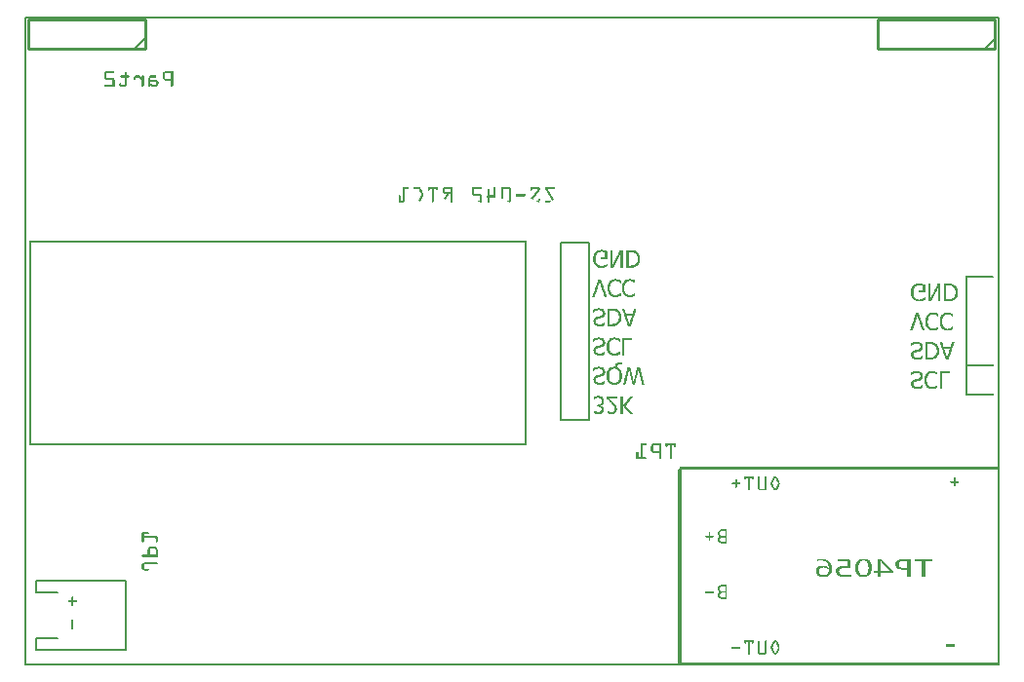
<source format=gbo>
G04 MADE WITH FRITZING*
G04 WWW.FRITZING.ORG*
G04 DOUBLE SIDED*
G04 HOLES PLATED*
G04 CONTOUR ON CENTER OF CONTOUR VECTOR*
%ASAXBY*%
%FSLAX23Y23*%
%MOIN*%
%OFA0B0*%
%SFA1.0B1.0*%
%ADD10R,3.333330X2.222220X3.317330X2.206220*%
%ADD11C,0.008000*%
%ADD12R,0.102611X0.611875X0.090111X0.599375*%
%ADD13C,0.006250*%
%ADD14C,0.011923*%
%ADD15C,0.010000*%
%ADD16C,0.005000*%
%ADD17R,0.001000X0.001000*%
%LNSILK0*%
G90*
G70*
G54D11*
X4Y2218D02*
X3329Y2218D01*
X3329Y4D01*
X4Y4D01*
X4Y2218D01*
D02*
G54D13*
X1833Y1447D02*
X1929Y1447D01*
X1929Y842D01*
X1833Y842D01*
X1833Y1447D01*
D02*
G54D14*
X2241Y11D02*
X2241Y669D01*
G54D11*
D02*
X112Y94D02*
X41Y94D01*
D02*
X41Y94D02*
X41Y54D01*
D02*
X41Y54D02*
X348Y54D01*
D02*
X348Y54D02*
X348Y290D01*
D02*
X348Y290D02*
X41Y290D01*
D02*
X41Y290D02*
X41Y251D01*
D02*
X41Y251D02*
X112Y251D01*
G54D15*
D02*
X412Y2112D02*
X12Y2112D01*
D02*
X12Y2112D02*
X12Y2212D01*
D02*
X12Y2212D02*
X412Y2212D01*
D02*
X412Y2212D02*
X412Y2112D01*
G54D16*
D02*
X377Y2112D02*
X412Y2147D01*
G54D15*
D02*
X3317Y2110D02*
X2917Y2110D01*
D02*
X2917Y2110D02*
X2917Y2210D01*
D02*
X2917Y2210D02*
X3317Y2210D01*
D02*
X3317Y2210D02*
X3317Y2110D01*
G54D16*
D02*
X3282Y2110D02*
X3317Y2145D01*
G54D17*
X279Y2034D02*
X306Y2034D01*
X481Y2034D02*
X508Y2034D01*
X277Y2033D02*
X307Y2033D01*
X479Y2033D02*
X508Y2033D01*
X276Y2032D02*
X307Y2032D01*
X478Y2032D02*
X508Y2032D01*
X275Y2031D02*
X308Y2031D01*
X346Y2031D02*
X349Y2031D01*
X477Y2031D02*
X508Y2031D01*
X275Y2030D02*
X307Y2030D01*
X345Y2030D02*
X350Y2030D01*
X476Y2030D02*
X508Y2030D01*
X274Y2029D02*
X307Y2029D01*
X345Y2029D02*
X351Y2029D01*
X475Y2029D02*
X508Y2029D01*
X274Y2028D02*
X306Y2028D01*
X345Y2028D02*
X351Y2028D01*
X475Y2028D02*
X508Y2028D01*
X274Y2027D02*
X280Y2027D01*
X345Y2027D02*
X351Y2027D01*
X475Y2027D02*
X482Y2027D01*
X502Y2027D02*
X508Y2027D01*
X274Y2026D02*
X280Y2026D01*
X345Y2026D02*
X351Y2026D01*
X474Y2026D02*
X481Y2026D01*
X502Y2026D02*
X508Y2026D01*
X274Y2025D02*
X280Y2025D01*
X345Y2025D02*
X351Y2025D01*
X474Y2025D02*
X480Y2025D01*
X502Y2025D02*
X508Y2025D01*
X274Y2024D02*
X280Y2024D01*
X345Y2024D02*
X351Y2024D01*
X474Y2024D02*
X480Y2024D01*
X502Y2024D02*
X508Y2024D01*
X274Y2023D02*
X280Y2023D01*
X345Y2023D02*
X351Y2023D01*
X474Y2023D02*
X480Y2023D01*
X502Y2023D02*
X508Y2023D01*
X274Y2022D02*
X280Y2022D01*
X345Y2022D02*
X351Y2022D01*
X474Y2022D02*
X480Y2022D01*
X502Y2022D02*
X508Y2022D01*
X274Y2021D02*
X280Y2021D01*
X345Y2021D02*
X351Y2021D01*
X474Y2021D02*
X480Y2021D01*
X502Y2021D02*
X508Y2021D01*
X274Y2020D02*
X280Y2020D01*
X345Y2020D02*
X351Y2020D01*
X474Y2020D02*
X480Y2020D01*
X502Y2020D02*
X508Y2020D01*
X274Y2019D02*
X280Y2019D01*
X329Y2019D02*
X356Y2019D01*
X381Y2019D02*
X393Y2019D01*
X403Y2019D02*
X406Y2019D01*
X431Y2019D02*
X449Y2019D01*
X474Y2019D02*
X480Y2019D01*
X502Y2019D02*
X508Y2019D01*
X274Y2018D02*
X280Y2018D01*
X328Y2018D02*
X357Y2018D01*
X379Y2018D02*
X394Y2018D01*
X402Y2018D02*
X407Y2018D01*
X430Y2018D02*
X450Y2018D01*
X474Y2018D02*
X480Y2018D01*
X502Y2018D02*
X508Y2018D01*
X274Y2017D02*
X280Y2017D01*
X328Y2017D02*
X358Y2017D01*
X378Y2017D02*
X395Y2017D01*
X402Y2017D02*
X408Y2017D01*
X428Y2017D02*
X451Y2017D01*
X474Y2017D02*
X480Y2017D01*
X502Y2017D02*
X508Y2017D01*
X274Y2016D02*
X280Y2016D01*
X328Y2016D02*
X358Y2016D01*
X377Y2016D02*
X396Y2016D01*
X402Y2016D02*
X408Y2016D01*
X427Y2016D02*
X451Y2016D01*
X474Y2016D02*
X480Y2016D01*
X502Y2016D02*
X508Y2016D01*
X274Y2015D02*
X280Y2015D01*
X328Y2015D02*
X357Y2015D01*
X376Y2015D02*
X397Y2015D01*
X402Y2015D02*
X408Y2015D01*
X427Y2015D02*
X450Y2015D01*
X474Y2015D02*
X480Y2015D01*
X502Y2015D02*
X508Y2015D01*
X274Y2014D02*
X280Y2014D01*
X329Y2014D02*
X357Y2014D01*
X375Y2014D02*
X399Y2014D01*
X402Y2014D02*
X408Y2014D01*
X426Y2014D02*
X450Y2014D01*
X474Y2014D02*
X480Y2014D01*
X502Y2014D02*
X508Y2014D01*
X274Y2013D02*
X280Y2013D01*
X330Y2013D02*
X355Y2013D01*
X375Y2013D02*
X400Y2013D01*
X402Y2013D02*
X408Y2013D01*
X426Y2013D02*
X448Y2013D01*
X474Y2013D02*
X480Y2013D01*
X502Y2013D02*
X508Y2013D01*
X274Y2012D02*
X280Y2012D01*
X345Y2012D02*
X351Y2012D01*
X374Y2012D02*
X381Y2012D01*
X391Y2012D02*
X408Y2012D01*
X425Y2012D02*
X432Y2012D01*
X474Y2012D02*
X480Y2012D01*
X502Y2012D02*
X508Y2012D01*
X274Y2011D02*
X280Y2011D01*
X345Y2011D02*
X351Y2011D01*
X374Y2011D02*
X381Y2011D01*
X392Y2011D02*
X408Y2011D01*
X425Y2011D02*
X432Y2011D01*
X474Y2011D02*
X480Y2011D01*
X502Y2011D02*
X508Y2011D01*
X274Y2010D02*
X304Y2010D01*
X345Y2010D02*
X351Y2010D01*
X374Y2010D02*
X380Y2010D01*
X393Y2010D02*
X408Y2010D01*
X425Y2010D02*
X431Y2010D01*
X474Y2010D02*
X481Y2010D01*
X502Y2010D02*
X508Y2010D01*
X274Y2009D02*
X305Y2009D01*
X345Y2009D02*
X351Y2009D01*
X374Y2009D02*
X380Y2009D01*
X395Y2009D02*
X408Y2009D01*
X425Y2009D02*
X431Y2009D01*
X474Y2009D02*
X481Y2009D01*
X502Y2009D02*
X508Y2009D01*
X275Y2008D02*
X306Y2008D01*
X345Y2008D02*
X351Y2008D01*
X374Y2008D02*
X380Y2008D01*
X396Y2008D02*
X408Y2008D01*
X425Y2008D02*
X431Y2008D01*
X475Y2008D02*
X508Y2008D01*
X275Y2007D02*
X307Y2007D01*
X345Y2007D02*
X351Y2007D01*
X374Y2007D02*
X380Y2007D01*
X397Y2007D02*
X408Y2007D01*
X425Y2007D02*
X431Y2007D01*
X475Y2007D02*
X508Y2007D01*
X276Y2006D02*
X307Y2006D01*
X345Y2006D02*
X351Y2006D01*
X374Y2006D02*
X380Y2006D01*
X398Y2006D02*
X408Y2006D01*
X425Y2006D02*
X431Y2006D01*
X476Y2006D02*
X508Y2006D01*
X278Y2005D02*
X308Y2005D01*
X345Y2005D02*
X351Y2005D01*
X375Y2005D02*
X379Y2005D01*
X399Y2005D02*
X408Y2005D01*
X425Y2005D02*
X431Y2005D01*
X434Y2005D02*
X448Y2005D01*
X476Y2005D02*
X508Y2005D01*
X281Y2004D02*
X308Y2004D01*
X345Y2004D02*
X351Y2004D01*
X400Y2004D02*
X408Y2004D01*
X425Y2004D02*
X452Y2004D01*
X477Y2004D02*
X508Y2004D01*
X302Y2003D02*
X308Y2003D01*
X345Y2003D02*
X351Y2003D01*
X401Y2003D02*
X408Y2003D01*
X425Y2003D02*
X453Y2003D01*
X479Y2003D02*
X508Y2003D01*
X302Y2002D02*
X308Y2002D01*
X345Y2002D02*
X351Y2002D01*
X402Y2002D02*
X408Y2002D01*
X425Y2002D02*
X455Y2002D01*
X480Y2002D02*
X508Y2002D01*
X302Y2001D02*
X308Y2001D01*
X345Y2001D02*
X351Y2001D01*
X402Y2001D02*
X408Y2001D01*
X425Y2001D02*
X455Y2001D01*
X485Y2001D02*
X508Y2001D01*
X302Y2000D02*
X308Y2000D01*
X345Y2000D02*
X351Y2000D01*
X402Y2000D02*
X408Y2000D01*
X425Y2000D02*
X456Y2000D01*
X502Y2000D02*
X508Y2000D01*
X302Y1999D02*
X308Y1999D01*
X345Y1999D02*
X351Y1999D01*
X402Y1999D02*
X408Y1999D01*
X425Y1999D02*
X457Y1999D01*
X502Y1999D02*
X508Y1999D01*
X302Y1998D02*
X308Y1998D01*
X345Y1998D02*
X351Y1998D01*
X402Y1998D02*
X408Y1998D01*
X425Y1998D02*
X434Y1998D01*
X449Y1998D02*
X457Y1998D01*
X502Y1998D02*
X508Y1998D01*
X302Y1997D02*
X308Y1997D01*
X345Y1997D02*
X351Y1997D01*
X402Y1997D02*
X408Y1997D01*
X425Y1997D02*
X432Y1997D01*
X451Y1997D02*
X457Y1997D01*
X502Y1997D02*
X508Y1997D01*
X302Y1996D02*
X308Y1996D01*
X345Y1996D02*
X351Y1996D01*
X402Y1996D02*
X408Y1996D01*
X424Y1996D02*
X431Y1996D01*
X451Y1996D02*
X458Y1996D01*
X502Y1996D02*
X508Y1996D01*
X302Y1995D02*
X308Y1995D01*
X345Y1995D02*
X351Y1995D01*
X402Y1995D02*
X408Y1995D01*
X424Y1995D02*
X431Y1995D01*
X452Y1995D02*
X458Y1995D01*
X502Y1995D02*
X508Y1995D01*
X302Y1994D02*
X308Y1994D01*
X345Y1994D02*
X351Y1994D01*
X402Y1994D02*
X408Y1994D01*
X424Y1994D02*
X431Y1994D01*
X452Y1994D02*
X458Y1994D01*
X502Y1994D02*
X508Y1994D01*
X302Y1993D02*
X308Y1993D01*
X326Y1993D02*
X328Y1993D01*
X345Y1993D02*
X351Y1993D01*
X402Y1993D02*
X408Y1993D01*
X424Y1993D02*
X431Y1993D01*
X452Y1993D02*
X458Y1993D01*
X502Y1993D02*
X508Y1993D01*
X302Y1992D02*
X308Y1992D01*
X325Y1992D02*
X329Y1992D01*
X345Y1992D02*
X351Y1992D01*
X402Y1992D02*
X408Y1992D01*
X424Y1992D02*
X431Y1992D01*
X452Y1992D02*
X458Y1992D01*
X502Y1992D02*
X508Y1992D01*
X302Y1991D02*
X308Y1991D01*
X324Y1991D02*
X330Y1991D01*
X345Y1991D02*
X351Y1991D01*
X402Y1991D02*
X408Y1991D01*
X424Y1991D02*
X432Y1991D01*
X452Y1991D02*
X458Y1991D01*
X502Y1991D02*
X508Y1991D01*
X302Y1990D02*
X308Y1990D01*
X324Y1990D02*
X330Y1990D01*
X345Y1990D02*
X351Y1990D01*
X402Y1990D02*
X408Y1990D01*
X424Y1990D02*
X434Y1990D01*
X451Y1990D02*
X458Y1990D01*
X502Y1990D02*
X508Y1990D01*
X302Y1989D02*
X308Y1989D01*
X324Y1989D02*
X331Y1989D01*
X344Y1989D02*
X351Y1989D01*
X402Y1989D02*
X408Y1989D01*
X424Y1989D02*
X435Y1989D01*
X451Y1989D02*
X457Y1989D01*
X502Y1989D02*
X508Y1989D01*
X302Y1988D02*
X308Y1988D01*
X324Y1988D02*
X332Y1988D01*
X343Y1988D02*
X350Y1988D01*
X402Y1988D02*
X408Y1988D01*
X424Y1988D02*
X437Y1988D01*
X450Y1988D02*
X457Y1988D01*
X502Y1988D02*
X508Y1988D01*
X276Y1987D02*
X308Y1987D01*
X325Y1987D02*
X350Y1987D01*
X402Y1987D02*
X408Y1987D01*
X424Y1987D02*
X457Y1987D01*
X502Y1987D02*
X508Y1987D01*
X275Y1986D02*
X308Y1986D01*
X325Y1986D02*
X350Y1986D01*
X402Y1986D02*
X408Y1986D01*
X424Y1986D02*
X456Y1986D01*
X502Y1986D02*
X508Y1986D01*
X274Y1985D02*
X308Y1985D01*
X326Y1985D02*
X349Y1985D01*
X402Y1985D02*
X408Y1985D01*
X424Y1985D02*
X456Y1985D01*
X502Y1985D02*
X508Y1985D01*
X274Y1984D02*
X308Y1984D01*
X327Y1984D02*
X348Y1984D01*
X402Y1984D02*
X408Y1984D01*
X424Y1984D02*
X455Y1984D01*
X502Y1984D02*
X508Y1984D01*
X274Y1983D02*
X308Y1983D01*
X328Y1983D02*
X347Y1983D01*
X402Y1983D02*
X407Y1983D01*
X424Y1983D02*
X430Y1983D01*
X433Y1983D02*
X454Y1983D01*
X502Y1983D02*
X507Y1983D01*
X275Y1982D02*
X308Y1982D01*
X329Y1982D02*
X346Y1982D01*
X402Y1982D02*
X407Y1982D01*
X425Y1982D02*
X429Y1982D01*
X434Y1982D02*
X453Y1982D01*
X502Y1982D02*
X507Y1982D01*
X276Y1981D02*
X308Y1981D01*
X331Y1981D02*
X344Y1981D01*
X403Y1981D02*
X406Y1981D01*
X426Y1981D02*
X429Y1981D01*
X436Y1981D02*
X451Y1981D01*
X503Y1981D02*
X506Y1981D01*
X1293Y1638D02*
X1311Y1638D01*
X1331Y1638D02*
X1349Y1638D01*
X1379Y1638D02*
X1413Y1638D01*
X1436Y1638D02*
X1463Y1638D01*
X1533Y1638D02*
X1561Y1638D01*
X1606Y1638D02*
X1610Y1638D01*
X1633Y1638D02*
X1659Y1638D01*
X1735Y1638D02*
X1758Y1638D01*
X1779Y1638D02*
X1811Y1638D01*
X1293Y1637D02*
X1312Y1637D01*
X1330Y1637D02*
X1351Y1637D01*
X1379Y1637D02*
X1413Y1637D01*
X1434Y1637D02*
X1463Y1637D01*
X1532Y1637D02*
X1562Y1637D01*
X1606Y1637D02*
X1611Y1637D01*
X1632Y1637D02*
X1660Y1637D01*
X1733Y1637D02*
X1760Y1637D01*
X1779Y1637D02*
X1812Y1637D01*
X1293Y1636D02*
X1313Y1636D01*
X1329Y1636D02*
X1352Y1636D01*
X1379Y1636D02*
X1413Y1636D01*
X1433Y1636D02*
X1463Y1636D01*
X1531Y1636D02*
X1563Y1636D01*
X1605Y1636D02*
X1611Y1636D01*
X1631Y1636D02*
X1661Y1636D01*
X1732Y1636D02*
X1761Y1636D01*
X1779Y1636D02*
X1813Y1636D01*
X1293Y1635D02*
X1313Y1635D01*
X1329Y1635D02*
X1353Y1635D01*
X1379Y1635D02*
X1413Y1635D01*
X1432Y1635D02*
X1463Y1635D01*
X1530Y1635D02*
X1563Y1635D01*
X1605Y1635D02*
X1611Y1635D01*
X1630Y1635D02*
X1662Y1635D01*
X1731Y1635D02*
X1762Y1635D01*
X1779Y1635D02*
X1813Y1635D01*
X1293Y1634D02*
X1312Y1634D01*
X1329Y1634D02*
X1353Y1634D01*
X1379Y1634D02*
X1413Y1634D01*
X1431Y1634D02*
X1463Y1634D01*
X1530Y1634D02*
X1562Y1634D01*
X1605Y1634D02*
X1611Y1634D01*
X1629Y1634D02*
X1662Y1634D01*
X1730Y1634D02*
X1762Y1634D01*
X1779Y1634D02*
X1812Y1634D01*
X1293Y1633D02*
X1312Y1633D01*
X1330Y1633D02*
X1354Y1633D01*
X1379Y1633D02*
X1413Y1633D01*
X1430Y1633D02*
X1463Y1633D01*
X1529Y1633D02*
X1562Y1633D01*
X1605Y1633D02*
X1611Y1633D01*
X1629Y1633D02*
X1663Y1633D01*
X1730Y1633D02*
X1762Y1633D01*
X1780Y1633D02*
X1812Y1633D01*
X1293Y1632D02*
X1310Y1632D01*
X1332Y1632D02*
X1355Y1632D01*
X1379Y1632D02*
X1413Y1632D01*
X1430Y1632D02*
X1463Y1632D01*
X1529Y1632D02*
X1560Y1632D01*
X1586Y1632D02*
X1589Y1632D01*
X1605Y1632D02*
X1611Y1632D01*
X1629Y1632D02*
X1663Y1632D01*
X1729Y1632D02*
X1763Y1632D01*
X1781Y1632D02*
X1810Y1632D01*
X1293Y1631D02*
X1299Y1631D01*
X1348Y1631D02*
X1355Y1631D01*
X1379Y1631D02*
X1385Y1631D01*
X1393Y1631D02*
X1399Y1631D01*
X1407Y1631D02*
X1413Y1631D01*
X1430Y1631D02*
X1437Y1631D01*
X1457Y1631D02*
X1463Y1631D01*
X1529Y1631D02*
X1535Y1631D01*
X1585Y1631D02*
X1590Y1631D01*
X1605Y1631D02*
X1611Y1631D01*
X1629Y1631D02*
X1635Y1631D01*
X1657Y1631D02*
X1663Y1631D01*
X1729Y1631D02*
X1736Y1631D01*
X1757Y1631D02*
X1763Y1631D01*
X1781Y1631D02*
X1788Y1631D01*
X1293Y1630D02*
X1299Y1630D01*
X1349Y1630D02*
X1356Y1630D01*
X1379Y1630D02*
X1385Y1630D01*
X1393Y1630D02*
X1399Y1630D01*
X1407Y1630D02*
X1413Y1630D01*
X1429Y1630D02*
X1436Y1630D01*
X1457Y1630D02*
X1463Y1630D01*
X1529Y1630D02*
X1535Y1630D01*
X1584Y1630D02*
X1590Y1630D01*
X1605Y1630D02*
X1611Y1630D01*
X1629Y1630D02*
X1635Y1630D01*
X1657Y1630D02*
X1663Y1630D01*
X1729Y1630D02*
X1735Y1630D01*
X1756Y1630D02*
X1763Y1630D01*
X1782Y1630D02*
X1789Y1630D01*
X1293Y1629D02*
X1299Y1629D01*
X1349Y1629D02*
X1356Y1629D01*
X1379Y1629D02*
X1385Y1629D01*
X1393Y1629D02*
X1399Y1629D01*
X1407Y1629D02*
X1413Y1629D01*
X1429Y1629D02*
X1435Y1629D01*
X1457Y1629D02*
X1463Y1629D01*
X1529Y1629D02*
X1535Y1629D01*
X1584Y1629D02*
X1590Y1629D01*
X1605Y1629D02*
X1611Y1629D01*
X1629Y1629D02*
X1635Y1629D01*
X1657Y1629D02*
X1663Y1629D01*
X1729Y1629D02*
X1735Y1629D01*
X1755Y1629D02*
X1762Y1629D01*
X1782Y1629D02*
X1789Y1629D01*
X1293Y1628D02*
X1299Y1628D01*
X1350Y1628D02*
X1357Y1628D01*
X1380Y1628D02*
X1385Y1628D01*
X1393Y1628D02*
X1399Y1628D01*
X1407Y1628D02*
X1412Y1628D01*
X1429Y1628D02*
X1435Y1628D01*
X1457Y1628D02*
X1463Y1628D01*
X1529Y1628D02*
X1535Y1628D01*
X1584Y1628D02*
X1590Y1628D01*
X1605Y1628D02*
X1611Y1628D01*
X1629Y1628D02*
X1635Y1628D01*
X1657Y1628D02*
X1663Y1628D01*
X1729Y1628D02*
X1735Y1628D01*
X1755Y1628D02*
X1762Y1628D01*
X1783Y1628D02*
X1790Y1628D01*
X1293Y1627D02*
X1299Y1627D01*
X1350Y1627D02*
X1357Y1627D01*
X1380Y1627D02*
X1384Y1627D01*
X1393Y1627D02*
X1399Y1627D01*
X1408Y1627D02*
X1412Y1627D01*
X1429Y1627D02*
X1435Y1627D01*
X1457Y1627D02*
X1463Y1627D01*
X1529Y1627D02*
X1535Y1627D01*
X1584Y1627D02*
X1590Y1627D01*
X1605Y1627D02*
X1611Y1627D01*
X1629Y1627D02*
X1635Y1627D01*
X1657Y1627D02*
X1663Y1627D01*
X1730Y1627D02*
X1734Y1627D01*
X1754Y1627D02*
X1762Y1627D01*
X1783Y1627D02*
X1791Y1627D01*
X1293Y1626D02*
X1299Y1626D01*
X1351Y1626D02*
X1358Y1626D01*
X1382Y1626D02*
X1382Y1626D01*
X1393Y1626D02*
X1399Y1626D01*
X1410Y1626D02*
X1410Y1626D01*
X1429Y1626D02*
X1435Y1626D01*
X1457Y1626D02*
X1463Y1626D01*
X1529Y1626D02*
X1535Y1626D01*
X1584Y1626D02*
X1590Y1626D01*
X1605Y1626D02*
X1611Y1626D01*
X1629Y1626D02*
X1635Y1626D01*
X1657Y1626D02*
X1663Y1626D01*
X1732Y1626D02*
X1732Y1626D01*
X1753Y1626D02*
X1761Y1626D01*
X1784Y1626D02*
X1791Y1626D01*
X1293Y1625D02*
X1299Y1625D01*
X1351Y1625D02*
X1358Y1625D01*
X1393Y1625D02*
X1399Y1625D01*
X1429Y1625D02*
X1435Y1625D01*
X1457Y1625D02*
X1463Y1625D01*
X1529Y1625D02*
X1535Y1625D01*
X1584Y1625D02*
X1590Y1625D01*
X1605Y1625D02*
X1611Y1625D01*
X1629Y1625D02*
X1635Y1625D01*
X1657Y1625D02*
X1663Y1625D01*
X1752Y1625D02*
X1760Y1625D01*
X1785Y1625D02*
X1792Y1625D01*
X1293Y1624D02*
X1299Y1624D01*
X1352Y1624D02*
X1359Y1624D01*
X1393Y1624D02*
X1399Y1624D01*
X1429Y1624D02*
X1435Y1624D01*
X1457Y1624D02*
X1463Y1624D01*
X1529Y1624D02*
X1535Y1624D01*
X1584Y1624D02*
X1590Y1624D01*
X1605Y1624D02*
X1611Y1624D01*
X1629Y1624D02*
X1635Y1624D01*
X1657Y1624D02*
X1663Y1624D01*
X1752Y1624D02*
X1759Y1624D01*
X1785Y1624D02*
X1792Y1624D01*
X1293Y1623D02*
X1299Y1623D01*
X1352Y1623D02*
X1359Y1623D01*
X1393Y1623D02*
X1399Y1623D01*
X1429Y1623D02*
X1436Y1623D01*
X1457Y1623D02*
X1463Y1623D01*
X1529Y1623D02*
X1535Y1623D01*
X1584Y1623D02*
X1590Y1623D01*
X1605Y1623D02*
X1611Y1623D01*
X1629Y1623D02*
X1635Y1623D01*
X1657Y1623D02*
X1663Y1623D01*
X1751Y1623D02*
X1759Y1623D01*
X1786Y1623D02*
X1793Y1623D01*
X1293Y1622D02*
X1299Y1622D01*
X1353Y1622D02*
X1360Y1622D01*
X1393Y1622D02*
X1399Y1622D01*
X1430Y1622D02*
X1437Y1622D01*
X1457Y1622D02*
X1463Y1622D01*
X1529Y1622D02*
X1535Y1622D01*
X1584Y1622D02*
X1590Y1622D01*
X1605Y1622D02*
X1611Y1622D01*
X1629Y1622D02*
X1635Y1622D01*
X1657Y1622D02*
X1663Y1622D01*
X1750Y1622D02*
X1758Y1622D01*
X1786Y1622D02*
X1793Y1622D01*
X1293Y1621D02*
X1299Y1621D01*
X1353Y1621D02*
X1360Y1621D01*
X1393Y1621D02*
X1399Y1621D01*
X1430Y1621D02*
X1463Y1621D01*
X1529Y1621D02*
X1535Y1621D01*
X1584Y1621D02*
X1590Y1621D01*
X1605Y1621D02*
X1611Y1621D01*
X1629Y1621D02*
X1635Y1621D01*
X1657Y1621D02*
X1663Y1621D01*
X1749Y1621D02*
X1757Y1621D01*
X1787Y1621D02*
X1794Y1621D01*
X1293Y1620D02*
X1299Y1620D01*
X1354Y1620D02*
X1361Y1620D01*
X1393Y1620D02*
X1399Y1620D01*
X1430Y1620D02*
X1463Y1620D01*
X1529Y1620D02*
X1535Y1620D01*
X1584Y1620D02*
X1590Y1620D01*
X1605Y1620D02*
X1611Y1620D01*
X1629Y1620D02*
X1635Y1620D01*
X1657Y1620D02*
X1663Y1620D01*
X1748Y1620D02*
X1756Y1620D01*
X1788Y1620D02*
X1795Y1620D01*
X1293Y1619D02*
X1299Y1619D01*
X1354Y1619D02*
X1361Y1619D01*
X1393Y1619D02*
X1399Y1619D01*
X1431Y1619D02*
X1463Y1619D01*
X1529Y1619D02*
X1535Y1619D01*
X1584Y1619D02*
X1590Y1619D01*
X1605Y1619D02*
X1611Y1619D01*
X1629Y1619D02*
X1635Y1619D01*
X1657Y1619D02*
X1663Y1619D01*
X1748Y1619D02*
X1756Y1619D01*
X1788Y1619D02*
X1795Y1619D01*
X1293Y1618D02*
X1299Y1618D01*
X1355Y1618D02*
X1361Y1618D01*
X1393Y1618D02*
X1399Y1618D01*
X1432Y1618D02*
X1463Y1618D01*
X1529Y1618D02*
X1535Y1618D01*
X1584Y1618D02*
X1590Y1618D01*
X1605Y1618D02*
X1611Y1618D01*
X1629Y1618D02*
X1635Y1618D01*
X1657Y1618D02*
X1663Y1618D01*
X1747Y1618D02*
X1755Y1618D01*
X1789Y1618D02*
X1796Y1618D01*
X1293Y1617D02*
X1299Y1617D01*
X1355Y1617D02*
X1362Y1617D01*
X1393Y1617D02*
X1399Y1617D01*
X1433Y1617D02*
X1463Y1617D01*
X1529Y1617D02*
X1535Y1617D01*
X1584Y1617D02*
X1590Y1617D01*
X1605Y1617D02*
X1611Y1617D01*
X1629Y1617D02*
X1635Y1617D01*
X1657Y1617D02*
X1663Y1617D01*
X1746Y1617D02*
X1754Y1617D01*
X1789Y1617D02*
X1796Y1617D01*
X1293Y1616D02*
X1299Y1616D01*
X1356Y1616D02*
X1362Y1616D01*
X1393Y1616D02*
X1399Y1616D01*
X1434Y1616D02*
X1463Y1616D01*
X1529Y1616D02*
X1535Y1616D01*
X1584Y1616D02*
X1590Y1616D01*
X1605Y1616D02*
X1611Y1616D01*
X1629Y1616D02*
X1635Y1616D01*
X1657Y1616D02*
X1663Y1616D01*
X1745Y1616D02*
X1753Y1616D01*
X1790Y1616D02*
X1797Y1616D01*
X1293Y1615D02*
X1299Y1615D01*
X1356Y1615D02*
X1362Y1615D01*
X1393Y1615D02*
X1399Y1615D01*
X1436Y1615D02*
X1463Y1615D01*
X1529Y1615D02*
X1557Y1615D01*
X1584Y1615D02*
X1590Y1615D01*
X1605Y1615D02*
X1611Y1615D01*
X1629Y1615D02*
X1635Y1615D01*
X1657Y1615D02*
X1663Y1615D01*
X1681Y1615D02*
X1710Y1615D01*
X1744Y1615D02*
X1753Y1615D01*
X1790Y1615D02*
X1798Y1615D01*
X1293Y1614D02*
X1299Y1614D01*
X1356Y1614D02*
X1363Y1614D01*
X1393Y1614D02*
X1399Y1614D01*
X1443Y1614D02*
X1451Y1614D01*
X1456Y1614D02*
X1463Y1614D01*
X1529Y1614D02*
X1560Y1614D01*
X1584Y1614D02*
X1590Y1614D01*
X1605Y1614D02*
X1611Y1614D01*
X1629Y1614D02*
X1635Y1614D01*
X1657Y1614D02*
X1663Y1614D01*
X1680Y1614D02*
X1712Y1614D01*
X1744Y1614D02*
X1752Y1614D01*
X1791Y1614D02*
X1798Y1614D01*
X1293Y1613D02*
X1299Y1613D01*
X1357Y1613D02*
X1363Y1613D01*
X1393Y1613D02*
X1399Y1613D01*
X1443Y1613D02*
X1450Y1613D01*
X1457Y1613D02*
X1463Y1613D01*
X1530Y1613D02*
X1561Y1613D01*
X1584Y1613D02*
X1590Y1613D01*
X1605Y1613D02*
X1611Y1613D01*
X1629Y1613D02*
X1635Y1613D01*
X1657Y1613D02*
X1663Y1613D01*
X1679Y1613D02*
X1712Y1613D01*
X1743Y1613D02*
X1751Y1613D01*
X1792Y1613D02*
X1799Y1613D01*
X1293Y1612D02*
X1299Y1612D01*
X1357Y1612D02*
X1363Y1612D01*
X1393Y1612D02*
X1399Y1612D01*
X1442Y1612D02*
X1450Y1612D01*
X1457Y1612D02*
X1463Y1612D01*
X1530Y1612D02*
X1562Y1612D01*
X1584Y1612D02*
X1590Y1612D01*
X1605Y1612D02*
X1611Y1612D01*
X1629Y1612D02*
X1635Y1612D01*
X1657Y1612D02*
X1663Y1612D01*
X1679Y1612D02*
X1713Y1612D01*
X1742Y1612D02*
X1750Y1612D01*
X1792Y1612D02*
X1799Y1612D01*
X1293Y1611D02*
X1299Y1611D01*
X1357Y1611D02*
X1363Y1611D01*
X1393Y1611D02*
X1399Y1611D01*
X1442Y1611D02*
X1449Y1611D01*
X1457Y1611D02*
X1463Y1611D01*
X1531Y1611D02*
X1562Y1611D01*
X1584Y1611D02*
X1590Y1611D01*
X1605Y1611D02*
X1611Y1611D01*
X1629Y1611D02*
X1635Y1611D01*
X1657Y1611D02*
X1663Y1611D01*
X1679Y1611D02*
X1713Y1611D01*
X1741Y1611D02*
X1749Y1611D01*
X1793Y1611D02*
X1800Y1611D01*
X1293Y1610D02*
X1299Y1610D01*
X1357Y1610D02*
X1363Y1610D01*
X1393Y1610D02*
X1399Y1610D01*
X1441Y1610D02*
X1449Y1610D01*
X1457Y1610D02*
X1463Y1610D01*
X1532Y1610D02*
X1562Y1610D01*
X1584Y1610D02*
X1590Y1610D01*
X1605Y1610D02*
X1611Y1610D01*
X1629Y1610D02*
X1635Y1610D01*
X1657Y1610D02*
X1663Y1610D01*
X1679Y1610D02*
X1713Y1610D01*
X1741Y1610D02*
X1749Y1610D01*
X1793Y1610D02*
X1801Y1610D01*
X1281Y1609D02*
X1283Y1609D01*
X1293Y1609D02*
X1299Y1609D01*
X1356Y1609D02*
X1362Y1609D01*
X1393Y1609D02*
X1399Y1609D01*
X1441Y1609D02*
X1448Y1609D01*
X1457Y1609D02*
X1463Y1609D01*
X1533Y1609D02*
X1563Y1609D01*
X1583Y1609D02*
X1611Y1609D01*
X1629Y1609D02*
X1635Y1609D01*
X1657Y1609D02*
X1663Y1609D01*
X1679Y1609D02*
X1713Y1609D01*
X1740Y1609D02*
X1748Y1609D01*
X1794Y1609D02*
X1801Y1609D01*
X1280Y1608D02*
X1284Y1608D01*
X1293Y1608D02*
X1299Y1608D01*
X1356Y1608D02*
X1362Y1608D01*
X1393Y1608D02*
X1399Y1608D01*
X1440Y1608D02*
X1447Y1608D01*
X1457Y1608D02*
X1463Y1608D01*
X1557Y1608D02*
X1563Y1608D01*
X1582Y1608D02*
X1611Y1608D01*
X1629Y1608D02*
X1635Y1608D01*
X1657Y1608D02*
X1663Y1608D01*
X1679Y1608D02*
X1713Y1608D01*
X1739Y1608D02*
X1747Y1608D01*
X1795Y1608D02*
X1802Y1608D01*
X1279Y1607D02*
X1285Y1607D01*
X1293Y1607D02*
X1299Y1607D01*
X1355Y1607D02*
X1362Y1607D01*
X1393Y1607D02*
X1399Y1607D01*
X1440Y1607D02*
X1447Y1607D01*
X1457Y1607D02*
X1463Y1607D01*
X1557Y1607D02*
X1563Y1607D01*
X1581Y1607D02*
X1611Y1607D01*
X1629Y1607D02*
X1635Y1607D01*
X1657Y1607D02*
X1663Y1607D01*
X1680Y1607D02*
X1712Y1607D01*
X1738Y1607D02*
X1746Y1607D01*
X1795Y1607D02*
X1802Y1607D01*
X1279Y1606D02*
X1285Y1606D01*
X1293Y1606D02*
X1299Y1606D01*
X1355Y1606D02*
X1362Y1606D01*
X1393Y1606D02*
X1399Y1606D01*
X1439Y1606D02*
X1446Y1606D01*
X1457Y1606D02*
X1463Y1606D01*
X1557Y1606D02*
X1563Y1606D01*
X1581Y1606D02*
X1611Y1606D01*
X1629Y1606D02*
X1635Y1606D01*
X1657Y1606D02*
X1663Y1606D01*
X1681Y1606D02*
X1711Y1606D01*
X1737Y1606D02*
X1746Y1606D01*
X1796Y1606D02*
X1803Y1606D01*
X1279Y1605D02*
X1285Y1605D01*
X1293Y1605D02*
X1299Y1605D01*
X1354Y1605D02*
X1361Y1605D01*
X1393Y1605D02*
X1399Y1605D01*
X1438Y1605D02*
X1446Y1605D01*
X1457Y1605D02*
X1463Y1605D01*
X1557Y1605D02*
X1563Y1605D01*
X1581Y1605D02*
X1611Y1605D01*
X1629Y1605D02*
X1635Y1605D01*
X1657Y1605D02*
X1663Y1605D01*
X1737Y1605D02*
X1745Y1605D01*
X1796Y1605D02*
X1803Y1605D01*
X1279Y1604D02*
X1285Y1604D01*
X1293Y1604D02*
X1299Y1604D01*
X1354Y1604D02*
X1361Y1604D01*
X1393Y1604D02*
X1399Y1604D01*
X1438Y1604D02*
X1445Y1604D01*
X1457Y1604D02*
X1463Y1604D01*
X1557Y1604D02*
X1563Y1604D01*
X1581Y1604D02*
X1611Y1604D01*
X1629Y1604D02*
X1635Y1604D01*
X1657Y1604D02*
X1663Y1604D01*
X1736Y1604D02*
X1744Y1604D01*
X1797Y1604D02*
X1804Y1604D01*
X1279Y1603D02*
X1285Y1603D01*
X1293Y1603D02*
X1299Y1603D01*
X1353Y1603D02*
X1360Y1603D01*
X1393Y1603D02*
X1399Y1603D01*
X1437Y1603D02*
X1444Y1603D01*
X1457Y1603D02*
X1463Y1603D01*
X1557Y1603D02*
X1563Y1603D01*
X1582Y1603D02*
X1611Y1603D01*
X1629Y1603D02*
X1635Y1603D01*
X1657Y1603D02*
X1663Y1603D01*
X1735Y1603D02*
X1743Y1603D01*
X1797Y1603D02*
X1805Y1603D01*
X1279Y1602D02*
X1285Y1602D01*
X1293Y1602D02*
X1299Y1602D01*
X1353Y1602D02*
X1360Y1602D01*
X1393Y1602D02*
X1399Y1602D01*
X1437Y1602D02*
X1444Y1602D01*
X1457Y1602D02*
X1463Y1602D01*
X1557Y1602D02*
X1563Y1602D01*
X1584Y1602D02*
X1590Y1602D01*
X1629Y1602D02*
X1635Y1602D01*
X1657Y1602D02*
X1663Y1602D01*
X1734Y1602D02*
X1742Y1602D01*
X1798Y1602D02*
X1805Y1602D01*
X1279Y1601D02*
X1285Y1601D01*
X1293Y1601D02*
X1299Y1601D01*
X1352Y1601D02*
X1359Y1601D01*
X1393Y1601D02*
X1399Y1601D01*
X1436Y1601D02*
X1443Y1601D01*
X1457Y1601D02*
X1463Y1601D01*
X1557Y1601D02*
X1563Y1601D01*
X1584Y1601D02*
X1590Y1601D01*
X1629Y1601D02*
X1635Y1601D01*
X1657Y1601D02*
X1663Y1601D01*
X1734Y1601D02*
X1742Y1601D01*
X1799Y1601D02*
X1806Y1601D01*
X1279Y1600D02*
X1285Y1600D01*
X1293Y1600D02*
X1299Y1600D01*
X1352Y1600D02*
X1359Y1600D01*
X1393Y1600D02*
X1399Y1600D01*
X1435Y1600D02*
X1443Y1600D01*
X1457Y1600D02*
X1463Y1600D01*
X1557Y1600D02*
X1563Y1600D01*
X1584Y1600D02*
X1590Y1600D01*
X1629Y1600D02*
X1635Y1600D01*
X1657Y1600D02*
X1663Y1600D01*
X1733Y1600D02*
X1741Y1600D01*
X1799Y1600D02*
X1806Y1600D01*
X1279Y1599D02*
X1285Y1599D01*
X1293Y1599D02*
X1299Y1599D01*
X1351Y1599D02*
X1358Y1599D01*
X1393Y1599D02*
X1399Y1599D01*
X1435Y1599D02*
X1442Y1599D01*
X1457Y1599D02*
X1463Y1599D01*
X1557Y1599D02*
X1563Y1599D01*
X1584Y1599D02*
X1590Y1599D01*
X1629Y1599D02*
X1635Y1599D01*
X1657Y1599D02*
X1663Y1599D01*
X1732Y1599D02*
X1740Y1599D01*
X1800Y1599D02*
X1807Y1599D01*
X1279Y1598D02*
X1285Y1598D01*
X1293Y1598D02*
X1299Y1598D01*
X1351Y1598D02*
X1358Y1598D01*
X1393Y1598D02*
X1399Y1598D01*
X1434Y1598D02*
X1442Y1598D01*
X1457Y1598D02*
X1463Y1598D01*
X1557Y1598D02*
X1563Y1598D01*
X1584Y1598D02*
X1590Y1598D01*
X1629Y1598D02*
X1635Y1598D01*
X1657Y1598D02*
X1663Y1598D01*
X1731Y1598D02*
X1739Y1598D01*
X1800Y1598D02*
X1808Y1598D01*
X1279Y1597D02*
X1285Y1597D01*
X1293Y1597D02*
X1299Y1597D01*
X1350Y1597D02*
X1357Y1597D01*
X1393Y1597D02*
X1399Y1597D01*
X1434Y1597D02*
X1441Y1597D01*
X1457Y1597D02*
X1463Y1597D01*
X1557Y1597D02*
X1563Y1597D01*
X1584Y1597D02*
X1590Y1597D01*
X1633Y1597D02*
X1635Y1597D01*
X1657Y1597D02*
X1663Y1597D01*
X1733Y1597D02*
X1739Y1597D01*
X1758Y1597D02*
X1761Y1597D01*
X1801Y1597D02*
X1808Y1597D01*
X1279Y1596D02*
X1285Y1596D01*
X1293Y1596D02*
X1299Y1596D01*
X1350Y1596D02*
X1357Y1596D01*
X1393Y1596D02*
X1399Y1596D01*
X1438Y1596D02*
X1440Y1596D01*
X1457Y1596D02*
X1463Y1596D01*
X1557Y1596D02*
X1563Y1596D01*
X1584Y1596D02*
X1590Y1596D01*
X1657Y1596D02*
X1663Y1596D01*
X1738Y1596D02*
X1738Y1596D01*
X1757Y1596D02*
X1762Y1596D01*
X1802Y1596D02*
X1809Y1596D01*
X1279Y1595D02*
X1285Y1595D01*
X1293Y1595D02*
X1299Y1595D01*
X1349Y1595D02*
X1356Y1595D01*
X1393Y1595D02*
X1399Y1595D01*
X1457Y1595D02*
X1463Y1595D01*
X1557Y1595D02*
X1563Y1595D01*
X1584Y1595D02*
X1590Y1595D01*
X1657Y1595D02*
X1663Y1595D01*
X1757Y1595D02*
X1763Y1595D01*
X1802Y1595D02*
X1809Y1595D01*
X1279Y1594D02*
X1285Y1594D01*
X1293Y1594D02*
X1299Y1594D01*
X1349Y1594D02*
X1356Y1594D01*
X1393Y1594D02*
X1399Y1594D01*
X1457Y1594D02*
X1463Y1594D01*
X1557Y1594D02*
X1563Y1594D01*
X1584Y1594D02*
X1590Y1594D01*
X1657Y1594D02*
X1663Y1594D01*
X1757Y1594D02*
X1763Y1594D01*
X1803Y1594D02*
X1808Y1594D01*
X1279Y1593D02*
X1285Y1593D01*
X1293Y1593D02*
X1299Y1593D01*
X1348Y1593D02*
X1355Y1593D01*
X1393Y1593D02*
X1399Y1593D01*
X1457Y1593D02*
X1463Y1593D01*
X1557Y1593D02*
X1563Y1593D01*
X1584Y1593D02*
X1590Y1593D01*
X1657Y1593D02*
X1663Y1593D01*
X1756Y1593D02*
X1763Y1593D01*
X1803Y1593D02*
X1806Y1593D01*
X1279Y1592D02*
X1285Y1592D01*
X1293Y1592D02*
X1299Y1592D01*
X1348Y1592D02*
X1355Y1592D01*
X1393Y1592D02*
X1399Y1592D01*
X1457Y1592D02*
X1463Y1592D01*
X1557Y1592D02*
X1563Y1592D01*
X1584Y1592D02*
X1590Y1592D01*
X1657Y1592D02*
X1663Y1592D01*
X1755Y1592D02*
X1762Y1592D01*
X1804Y1592D02*
X1804Y1592D01*
X1279Y1591D02*
X1302Y1591D01*
X1349Y1591D02*
X1354Y1591D01*
X1393Y1591D02*
X1399Y1591D01*
X1457Y1591D02*
X1463Y1591D01*
X1549Y1591D02*
X1563Y1591D01*
X1584Y1591D02*
X1590Y1591D01*
X1649Y1591D02*
X1663Y1591D01*
X1749Y1591D02*
X1762Y1591D01*
X1781Y1591D02*
X1802Y1591D01*
X1279Y1590D02*
X1301Y1590D01*
X1351Y1590D02*
X1354Y1590D01*
X1393Y1590D02*
X1399Y1590D01*
X1457Y1590D02*
X1463Y1590D01*
X1551Y1590D02*
X1563Y1590D01*
X1584Y1590D02*
X1590Y1590D01*
X1651Y1590D02*
X1662Y1590D01*
X1751Y1590D02*
X1762Y1590D01*
X1780Y1590D02*
X1801Y1590D01*
X1279Y1589D02*
X1299Y1589D01*
X1352Y1589D02*
X1353Y1589D01*
X1393Y1589D02*
X1399Y1589D01*
X1457Y1589D02*
X1463Y1589D01*
X1552Y1589D02*
X1563Y1589D01*
X1584Y1589D02*
X1590Y1589D01*
X1652Y1589D02*
X1662Y1589D01*
X1752Y1589D02*
X1761Y1589D01*
X1779Y1589D02*
X1799Y1589D01*
X1279Y1588D02*
X1298Y1588D01*
X1393Y1588D02*
X1398Y1588D01*
X1457Y1588D02*
X1463Y1588D01*
X1554Y1588D02*
X1563Y1588D01*
X1584Y1588D02*
X1590Y1588D01*
X1654Y1588D02*
X1662Y1588D01*
X1754Y1588D02*
X1760Y1588D01*
X1779Y1588D02*
X1798Y1588D01*
X1279Y1587D02*
X1297Y1587D01*
X1393Y1587D02*
X1397Y1587D01*
X1457Y1587D02*
X1462Y1587D01*
X1555Y1587D02*
X1563Y1587D01*
X1585Y1587D02*
X1590Y1587D01*
X1655Y1587D02*
X1661Y1587D01*
X1755Y1587D02*
X1759Y1587D01*
X1779Y1587D02*
X1797Y1587D01*
X1280Y1586D02*
X1296Y1586D01*
X1394Y1586D02*
X1396Y1586D01*
X1458Y1586D02*
X1462Y1586D01*
X1556Y1586D02*
X1563Y1586D01*
X1585Y1586D02*
X1589Y1586D01*
X1656Y1586D02*
X1660Y1586D01*
X1756Y1586D02*
X1758Y1586D01*
X1780Y1586D02*
X1795Y1586D01*
X1281Y1585D02*
X1294Y1585D01*
X1459Y1585D02*
X1461Y1585D01*
X1557Y1585D02*
X1563Y1585D01*
X1586Y1585D02*
X1588Y1585D01*
X1657Y1585D02*
X1658Y1585D01*
X1781Y1585D02*
X1794Y1585D01*
X17Y1454D02*
X1716Y1454D01*
X17Y1453D02*
X1716Y1453D01*
X17Y1452D02*
X1716Y1452D01*
X17Y1451D02*
X1716Y1451D01*
X17Y1450D02*
X1716Y1450D01*
X17Y1449D02*
X1716Y1449D01*
X17Y1448D02*
X1716Y1448D01*
X17Y1447D02*
X1716Y1447D01*
X17Y1446D02*
X24Y1446D01*
X1709Y1446D02*
X1716Y1446D01*
X17Y1445D02*
X24Y1445D01*
X1709Y1445D02*
X1716Y1445D01*
X17Y1444D02*
X24Y1444D01*
X1709Y1444D02*
X1716Y1444D01*
X17Y1443D02*
X24Y1443D01*
X1709Y1443D02*
X1716Y1443D01*
X17Y1442D02*
X24Y1442D01*
X1709Y1442D02*
X1716Y1442D01*
X17Y1441D02*
X24Y1441D01*
X1709Y1441D02*
X1716Y1441D01*
X17Y1440D02*
X24Y1440D01*
X1709Y1440D02*
X1716Y1440D01*
X17Y1439D02*
X24Y1439D01*
X1709Y1439D02*
X1716Y1439D01*
X17Y1438D02*
X24Y1438D01*
X1709Y1438D02*
X1716Y1438D01*
X17Y1437D02*
X24Y1437D01*
X1709Y1437D02*
X1716Y1437D01*
X17Y1436D02*
X24Y1436D01*
X1709Y1436D02*
X1716Y1436D01*
X17Y1435D02*
X24Y1435D01*
X1709Y1435D02*
X1716Y1435D01*
X17Y1434D02*
X24Y1434D01*
X1709Y1434D02*
X1716Y1434D01*
X17Y1433D02*
X24Y1433D01*
X1709Y1433D02*
X1716Y1433D01*
X17Y1432D02*
X24Y1432D01*
X1709Y1432D02*
X1716Y1432D01*
X17Y1431D02*
X24Y1431D01*
X1709Y1431D02*
X1716Y1431D01*
X17Y1430D02*
X24Y1430D01*
X1709Y1430D02*
X1716Y1430D01*
X17Y1429D02*
X24Y1429D01*
X1709Y1429D02*
X1716Y1429D01*
X17Y1428D02*
X24Y1428D01*
X1709Y1428D02*
X1716Y1428D01*
X17Y1427D02*
X24Y1427D01*
X1709Y1427D02*
X1716Y1427D01*
X17Y1426D02*
X24Y1426D01*
X1709Y1426D02*
X1716Y1426D01*
X17Y1425D02*
X24Y1425D01*
X1709Y1425D02*
X1716Y1425D01*
X17Y1424D02*
X24Y1424D01*
X1709Y1424D02*
X1716Y1424D01*
X17Y1423D02*
X24Y1423D01*
X1709Y1423D02*
X1716Y1423D01*
X1969Y1423D02*
X1976Y1423D01*
X17Y1422D02*
X24Y1422D01*
X1709Y1422D02*
X1716Y1422D01*
X1964Y1422D02*
X1981Y1422D01*
X2003Y1422D02*
X2009Y1422D01*
X2037Y1422D02*
X2044Y1422D01*
X2058Y1422D02*
X2073Y1422D01*
X17Y1421D02*
X24Y1421D01*
X1709Y1421D02*
X1716Y1421D01*
X1961Y1421D02*
X1984Y1421D01*
X2003Y1421D02*
X2009Y1421D01*
X2036Y1421D02*
X2045Y1421D01*
X2058Y1421D02*
X2083Y1421D01*
X17Y1420D02*
X24Y1420D01*
X1709Y1420D02*
X1716Y1420D01*
X1959Y1420D02*
X1987Y1420D01*
X2003Y1420D02*
X2009Y1420D01*
X2036Y1420D02*
X2045Y1420D01*
X2058Y1420D02*
X2086Y1420D01*
X17Y1419D02*
X24Y1419D01*
X1709Y1419D02*
X1716Y1419D01*
X1957Y1419D02*
X1990Y1419D01*
X2003Y1419D02*
X2009Y1419D01*
X2035Y1419D02*
X2045Y1419D01*
X2058Y1419D02*
X2089Y1419D01*
X17Y1418D02*
X24Y1418D01*
X1709Y1418D02*
X1716Y1418D01*
X1955Y1418D02*
X1992Y1418D01*
X2003Y1418D02*
X2009Y1418D01*
X2035Y1418D02*
X2045Y1418D01*
X2058Y1418D02*
X2091Y1418D01*
X17Y1417D02*
X24Y1417D01*
X1709Y1417D02*
X1716Y1417D01*
X1954Y1417D02*
X1992Y1417D01*
X2003Y1417D02*
X2009Y1417D01*
X2034Y1417D02*
X2045Y1417D01*
X2058Y1417D02*
X2092Y1417D01*
X17Y1416D02*
X24Y1416D01*
X1709Y1416D02*
X1716Y1416D01*
X1953Y1416D02*
X1968Y1416D01*
X1978Y1416D02*
X1992Y1416D01*
X2003Y1416D02*
X2009Y1416D01*
X2034Y1416D02*
X2045Y1416D01*
X2058Y1416D02*
X2094Y1416D01*
X17Y1415D02*
X24Y1415D01*
X1709Y1415D02*
X1716Y1415D01*
X1952Y1415D02*
X1964Y1415D01*
X1983Y1415D02*
X1992Y1415D01*
X2003Y1415D02*
X2009Y1415D01*
X2033Y1415D02*
X2045Y1415D01*
X2058Y1415D02*
X2065Y1415D01*
X2077Y1415D02*
X2095Y1415D01*
X17Y1414D02*
X24Y1414D01*
X1709Y1414D02*
X1716Y1414D01*
X1951Y1414D02*
X1962Y1414D01*
X1985Y1414D02*
X1992Y1414D01*
X2003Y1414D02*
X2009Y1414D01*
X2033Y1414D02*
X2045Y1414D01*
X2058Y1414D02*
X2065Y1414D01*
X2083Y1414D02*
X2096Y1414D01*
X17Y1413D02*
X24Y1413D01*
X1709Y1413D02*
X1716Y1413D01*
X1950Y1413D02*
X1961Y1413D01*
X1985Y1413D02*
X1992Y1413D01*
X2003Y1413D02*
X2009Y1413D01*
X2032Y1413D02*
X2045Y1413D01*
X2058Y1413D02*
X2065Y1413D01*
X2085Y1413D02*
X2097Y1413D01*
X17Y1412D02*
X24Y1412D01*
X1709Y1412D02*
X1716Y1412D01*
X1950Y1412D02*
X1959Y1412D01*
X1985Y1412D02*
X1992Y1412D01*
X2003Y1412D02*
X2009Y1412D01*
X2032Y1412D02*
X2045Y1412D01*
X2058Y1412D02*
X2065Y1412D01*
X2087Y1412D02*
X2098Y1412D01*
X17Y1411D02*
X24Y1411D01*
X1709Y1411D02*
X1716Y1411D01*
X1949Y1411D02*
X1958Y1411D01*
X1985Y1411D02*
X1992Y1411D01*
X2003Y1411D02*
X2009Y1411D01*
X2031Y1411D02*
X2045Y1411D01*
X2058Y1411D02*
X2065Y1411D01*
X2089Y1411D02*
X2098Y1411D01*
X17Y1410D02*
X24Y1410D01*
X1709Y1410D02*
X1716Y1410D01*
X1949Y1410D02*
X1957Y1410D01*
X1985Y1410D02*
X1992Y1410D01*
X2003Y1410D02*
X2009Y1410D01*
X2031Y1410D02*
X2045Y1410D01*
X2058Y1410D02*
X2065Y1410D01*
X2090Y1410D02*
X2099Y1410D01*
X17Y1409D02*
X24Y1409D01*
X1709Y1409D02*
X1716Y1409D01*
X1948Y1409D02*
X1957Y1409D01*
X1985Y1409D02*
X1992Y1409D01*
X2003Y1409D02*
X2009Y1409D01*
X2030Y1409D02*
X2045Y1409D01*
X2058Y1409D02*
X2065Y1409D01*
X2091Y1409D02*
X2100Y1409D01*
X17Y1408D02*
X24Y1408D01*
X1709Y1408D02*
X1716Y1408D01*
X1948Y1408D02*
X1956Y1408D01*
X1985Y1408D02*
X1992Y1408D01*
X2003Y1408D02*
X2009Y1408D01*
X2030Y1408D02*
X2045Y1408D01*
X2058Y1408D02*
X2065Y1408D01*
X2092Y1408D02*
X2100Y1408D01*
X17Y1407D02*
X24Y1407D01*
X1709Y1407D02*
X1716Y1407D01*
X1947Y1407D02*
X1955Y1407D01*
X1985Y1407D02*
X1992Y1407D01*
X2003Y1407D02*
X2009Y1407D01*
X2029Y1407D02*
X2036Y1407D01*
X2038Y1407D02*
X2045Y1407D01*
X2058Y1407D02*
X2065Y1407D01*
X2093Y1407D02*
X2101Y1407D01*
X17Y1406D02*
X24Y1406D01*
X1709Y1406D02*
X1716Y1406D01*
X1947Y1406D02*
X1955Y1406D01*
X1985Y1406D02*
X1992Y1406D01*
X2003Y1406D02*
X2009Y1406D01*
X2029Y1406D02*
X2036Y1406D01*
X2038Y1406D02*
X2045Y1406D01*
X2058Y1406D02*
X2065Y1406D01*
X2094Y1406D02*
X2101Y1406D01*
X17Y1405D02*
X24Y1405D01*
X1709Y1405D02*
X1716Y1405D01*
X1946Y1405D02*
X1954Y1405D01*
X1985Y1405D02*
X1992Y1405D01*
X2003Y1405D02*
X2009Y1405D01*
X2028Y1405D02*
X2035Y1405D01*
X2038Y1405D02*
X2045Y1405D01*
X2058Y1405D02*
X2065Y1405D01*
X2094Y1405D02*
X2102Y1405D01*
X17Y1404D02*
X24Y1404D01*
X1709Y1404D02*
X1716Y1404D01*
X1946Y1404D02*
X1954Y1404D01*
X1985Y1404D02*
X1992Y1404D01*
X2003Y1404D02*
X2009Y1404D01*
X2028Y1404D02*
X2035Y1404D01*
X2038Y1404D02*
X2045Y1404D01*
X2058Y1404D02*
X2065Y1404D01*
X2095Y1404D02*
X2102Y1404D01*
X17Y1403D02*
X24Y1403D01*
X1709Y1403D02*
X1716Y1403D01*
X1946Y1403D02*
X1954Y1403D01*
X1985Y1403D02*
X1992Y1403D01*
X2003Y1403D02*
X2009Y1403D01*
X2027Y1403D02*
X2034Y1403D01*
X2038Y1403D02*
X2045Y1403D01*
X2058Y1403D02*
X2065Y1403D01*
X2095Y1403D02*
X2103Y1403D01*
X17Y1402D02*
X24Y1402D01*
X1709Y1402D02*
X1716Y1402D01*
X1946Y1402D02*
X1953Y1402D01*
X1985Y1402D02*
X1992Y1402D01*
X2003Y1402D02*
X2009Y1402D01*
X2027Y1402D02*
X2034Y1402D01*
X2038Y1402D02*
X2045Y1402D01*
X2058Y1402D02*
X2065Y1402D01*
X2095Y1402D02*
X2103Y1402D01*
X17Y1401D02*
X24Y1401D01*
X1709Y1401D02*
X1716Y1401D01*
X1945Y1401D02*
X1953Y1401D01*
X1985Y1401D02*
X1992Y1401D01*
X2003Y1401D02*
X2009Y1401D01*
X2026Y1401D02*
X2033Y1401D01*
X2038Y1401D02*
X2045Y1401D01*
X2058Y1401D02*
X2065Y1401D01*
X2096Y1401D02*
X2103Y1401D01*
X17Y1400D02*
X24Y1400D01*
X1709Y1400D02*
X1716Y1400D01*
X1945Y1400D02*
X1953Y1400D01*
X1985Y1400D02*
X1992Y1400D01*
X2003Y1400D02*
X2009Y1400D01*
X2026Y1400D02*
X2033Y1400D01*
X2038Y1400D02*
X2045Y1400D01*
X2058Y1400D02*
X2065Y1400D01*
X2096Y1400D02*
X2103Y1400D01*
X17Y1399D02*
X24Y1399D01*
X1709Y1399D02*
X1716Y1399D01*
X1945Y1399D02*
X1953Y1399D01*
X1985Y1399D02*
X1992Y1399D01*
X2003Y1399D02*
X2009Y1399D01*
X2025Y1399D02*
X2032Y1399D01*
X2038Y1399D02*
X2045Y1399D01*
X2058Y1399D02*
X2065Y1399D01*
X2096Y1399D02*
X2104Y1399D01*
X17Y1398D02*
X24Y1398D01*
X1709Y1398D02*
X1716Y1398D01*
X1945Y1398D02*
X1952Y1398D01*
X1971Y1398D02*
X1992Y1398D01*
X2003Y1398D02*
X2009Y1398D01*
X2025Y1398D02*
X2032Y1398D01*
X2038Y1398D02*
X2045Y1398D01*
X2058Y1398D02*
X2065Y1398D01*
X2096Y1398D02*
X2104Y1398D01*
X17Y1397D02*
X24Y1397D01*
X1709Y1397D02*
X1716Y1397D01*
X1945Y1397D02*
X1952Y1397D01*
X1971Y1397D02*
X1992Y1397D01*
X2003Y1397D02*
X2009Y1397D01*
X2024Y1397D02*
X2031Y1397D01*
X2038Y1397D02*
X2045Y1397D01*
X2058Y1397D02*
X2065Y1397D01*
X2097Y1397D02*
X2104Y1397D01*
X17Y1396D02*
X24Y1396D01*
X1709Y1396D02*
X1716Y1396D01*
X1945Y1396D02*
X1952Y1396D01*
X1971Y1396D02*
X1992Y1396D01*
X2003Y1396D02*
X2009Y1396D01*
X2024Y1396D02*
X2031Y1396D01*
X2038Y1396D02*
X2045Y1396D01*
X2058Y1396D02*
X2065Y1396D01*
X2097Y1396D02*
X2104Y1396D01*
X17Y1395D02*
X24Y1395D01*
X1709Y1395D02*
X1716Y1395D01*
X1945Y1395D02*
X1952Y1395D01*
X1971Y1395D02*
X1992Y1395D01*
X2003Y1395D02*
X2009Y1395D01*
X2023Y1395D02*
X2030Y1395D01*
X2038Y1395D02*
X2045Y1395D01*
X2058Y1395D02*
X2065Y1395D01*
X2097Y1395D02*
X2104Y1395D01*
X17Y1394D02*
X24Y1394D01*
X1709Y1394D02*
X1716Y1394D01*
X1945Y1394D02*
X1952Y1394D01*
X1971Y1394D02*
X1992Y1394D01*
X2003Y1394D02*
X2009Y1394D01*
X2023Y1394D02*
X2030Y1394D01*
X2038Y1394D02*
X2045Y1394D01*
X2058Y1394D02*
X2065Y1394D01*
X2097Y1394D02*
X2104Y1394D01*
X17Y1393D02*
X24Y1393D01*
X1709Y1393D02*
X1716Y1393D01*
X1945Y1393D02*
X1952Y1393D01*
X1971Y1393D02*
X1992Y1393D01*
X2003Y1393D02*
X2009Y1393D01*
X2022Y1393D02*
X2029Y1393D01*
X2038Y1393D02*
X2045Y1393D01*
X2058Y1393D02*
X2065Y1393D01*
X2097Y1393D02*
X2104Y1393D01*
X17Y1392D02*
X24Y1392D01*
X1709Y1392D02*
X1716Y1392D01*
X1945Y1392D02*
X1952Y1392D01*
X1972Y1392D02*
X1992Y1392D01*
X2003Y1392D02*
X2009Y1392D01*
X2022Y1392D02*
X2028Y1392D01*
X2038Y1392D02*
X2045Y1392D01*
X2058Y1392D02*
X2065Y1392D01*
X2097Y1392D02*
X2104Y1392D01*
X17Y1391D02*
X24Y1391D01*
X1709Y1391D02*
X1716Y1391D01*
X1945Y1391D02*
X1952Y1391D01*
X2003Y1391D02*
X2009Y1391D01*
X2021Y1391D02*
X2028Y1391D01*
X2038Y1391D02*
X2045Y1391D01*
X2058Y1391D02*
X2065Y1391D01*
X2097Y1391D02*
X2104Y1391D01*
X17Y1390D02*
X24Y1390D01*
X1709Y1390D02*
X1716Y1390D01*
X1945Y1390D02*
X1952Y1390D01*
X2003Y1390D02*
X2009Y1390D01*
X2020Y1390D02*
X2027Y1390D01*
X2038Y1390D02*
X2045Y1390D01*
X2058Y1390D02*
X2065Y1390D01*
X2097Y1390D02*
X2104Y1390D01*
X17Y1389D02*
X24Y1389D01*
X1709Y1389D02*
X1716Y1389D01*
X1945Y1389D02*
X1952Y1389D01*
X2003Y1389D02*
X2009Y1389D01*
X2020Y1389D02*
X2027Y1389D01*
X2038Y1389D02*
X2045Y1389D01*
X2058Y1389D02*
X2065Y1389D01*
X2097Y1389D02*
X2104Y1389D01*
X17Y1388D02*
X24Y1388D01*
X1709Y1388D02*
X1716Y1388D01*
X1945Y1388D02*
X1952Y1388D01*
X2003Y1388D02*
X2009Y1388D01*
X2019Y1388D02*
X2026Y1388D01*
X2038Y1388D02*
X2045Y1388D01*
X2058Y1388D02*
X2065Y1388D01*
X2097Y1388D02*
X2104Y1388D01*
X17Y1387D02*
X24Y1387D01*
X1709Y1387D02*
X1716Y1387D01*
X1945Y1387D02*
X1952Y1387D01*
X2003Y1387D02*
X2009Y1387D01*
X2019Y1387D02*
X2026Y1387D01*
X2038Y1387D02*
X2045Y1387D01*
X2058Y1387D02*
X2065Y1387D01*
X2097Y1387D02*
X2104Y1387D01*
X17Y1386D02*
X24Y1386D01*
X1709Y1386D02*
X1716Y1386D01*
X1945Y1386D02*
X1952Y1386D01*
X2003Y1386D02*
X2009Y1386D01*
X2018Y1386D02*
X2025Y1386D01*
X2038Y1386D02*
X2045Y1386D01*
X2058Y1386D02*
X2065Y1386D01*
X2096Y1386D02*
X2104Y1386D01*
X17Y1385D02*
X24Y1385D01*
X1709Y1385D02*
X1716Y1385D01*
X1945Y1385D02*
X1953Y1385D01*
X2003Y1385D02*
X2009Y1385D01*
X2018Y1385D02*
X2025Y1385D01*
X2038Y1385D02*
X2045Y1385D01*
X2058Y1385D02*
X2065Y1385D01*
X2096Y1385D02*
X2104Y1385D01*
X17Y1384D02*
X24Y1384D01*
X1709Y1384D02*
X1716Y1384D01*
X1945Y1384D02*
X1953Y1384D01*
X2003Y1384D02*
X2009Y1384D01*
X2017Y1384D02*
X2024Y1384D01*
X2038Y1384D02*
X2045Y1384D01*
X2058Y1384D02*
X2065Y1384D01*
X2096Y1384D02*
X2103Y1384D01*
X17Y1383D02*
X24Y1383D01*
X1709Y1383D02*
X1716Y1383D01*
X1945Y1383D02*
X1953Y1383D01*
X2003Y1383D02*
X2009Y1383D01*
X2017Y1383D02*
X2024Y1383D01*
X2038Y1383D02*
X2045Y1383D01*
X2058Y1383D02*
X2065Y1383D01*
X2096Y1383D02*
X2103Y1383D01*
X17Y1382D02*
X24Y1382D01*
X1709Y1382D02*
X1716Y1382D01*
X1946Y1382D02*
X1953Y1382D01*
X2003Y1382D02*
X2009Y1382D01*
X2016Y1382D02*
X2023Y1382D01*
X2038Y1382D02*
X2045Y1382D01*
X2058Y1382D02*
X2065Y1382D01*
X2095Y1382D02*
X2103Y1382D01*
X17Y1381D02*
X24Y1381D01*
X1709Y1381D02*
X1716Y1381D01*
X1946Y1381D02*
X1954Y1381D01*
X2003Y1381D02*
X2009Y1381D01*
X2016Y1381D02*
X2023Y1381D01*
X2038Y1381D02*
X2045Y1381D01*
X2058Y1381D02*
X2065Y1381D01*
X2095Y1381D02*
X2103Y1381D01*
X17Y1380D02*
X24Y1380D01*
X1709Y1380D02*
X1716Y1380D01*
X1946Y1380D02*
X1954Y1380D01*
X2003Y1380D02*
X2009Y1380D01*
X2015Y1380D02*
X2022Y1380D01*
X2038Y1380D02*
X2045Y1380D01*
X2058Y1380D02*
X2065Y1380D01*
X2095Y1380D02*
X2102Y1380D01*
X17Y1379D02*
X24Y1379D01*
X1709Y1379D02*
X1716Y1379D01*
X1947Y1379D02*
X1954Y1379D01*
X2003Y1379D02*
X2009Y1379D01*
X2015Y1379D02*
X2022Y1379D01*
X2038Y1379D02*
X2045Y1379D01*
X2058Y1379D02*
X2065Y1379D01*
X2094Y1379D02*
X2102Y1379D01*
X17Y1378D02*
X24Y1378D01*
X1709Y1378D02*
X1716Y1378D01*
X1947Y1378D02*
X1955Y1378D01*
X2003Y1378D02*
X2009Y1378D01*
X2014Y1378D02*
X2021Y1378D01*
X2038Y1378D02*
X2045Y1378D01*
X2058Y1378D02*
X2065Y1378D01*
X2093Y1378D02*
X2101Y1378D01*
X17Y1377D02*
X24Y1377D01*
X1709Y1377D02*
X1716Y1377D01*
X1947Y1377D02*
X1955Y1377D01*
X2003Y1377D02*
X2009Y1377D01*
X2014Y1377D02*
X2021Y1377D01*
X2038Y1377D02*
X2045Y1377D01*
X2058Y1377D02*
X2065Y1377D01*
X2093Y1377D02*
X2101Y1377D01*
X17Y1376D02*
X24Y1376D01*
X1709Y1376D02*
X1716Y1376D01*
X1948Y1376D02*
X1956Y1376D01*
X2003Y1376D02*
X2009Y1376D01*
X2013Y1376D02*
X2020Y1376D01*
X2038Y1376D02*
X2045Y1376D01*
X2058Y1376D02*
X2065Y1376D01*
X2092Y1376D02*
X2100Y1376D01*
X17Y1375D02*
X24Y1375D01*
X1709Y1375D02*
X1716Y1375D01*
X1948Y1375D02*
X1957Y1375D01*
X1991Y1375D02*
X1992Y1375D01*
X2003Y1375D02*
X2009Y1375D01*
X2013Y1375D02*
X2020Y1375D01*
X2038Y1375D02*
X2045Y1375D01*
X2058Y1375D02*
X2065Y1375D01*
X2091Y1375D02*
X2100Y1375D01*
X17Y1374D02*
X24Y1374D01*
X1709Y1374D02*
X1716Y1374D01*
X1949Y1374D02*
X1958Y1374D01*
X1990Y1374D02*
X1992Y1374D01*
X2003Y1374D02*
X2009Y1374D01*
X2012Y1374D02*
X2019Y1374D01*
X2038Y1374D02*
X2045Y1374D01*
X2058Y1374D02*
X2065Y1374D01*
X2090Y1374D02*
X2099Y1374D01*
X17Y1373D02*
X24Y1373D01*
X1709Y1373D02*
X1716Y1373D01*
X1950Y1373D02*
X1959Y1373D01*
X1989Y1373D02*
X1992Y1373D01*
X2003Y1373D02*
X2009Y1373D01*
X2012Y1373D02*
X2019Y1373D01*
X2038Y1373D02*
X2045Y1373D01*
X2058Y1373D02*
X2065Y1373D01*
X2088Y1373D02*
X2099Y1373D01*
X17Y1372D02*
X24Y1372D01*
X1709Y1372D02*
X1716Y1372D01*
X1950Y1372D02*
X1960Y1372D01*
X1987Y1372D02*
X1992Y1372D01*
X2003Y1372D02*
X2009Y1372D01*
X2011Y1372D02*
X2018Y1372D01*
X2038Y1372D02*
X2045Y1372D01*
X2058Y1372D02*
X2065Y1372D01*
X2087Y1372D02*
X2098Y1372D01*
X17Y1371D02*
X24Y1371D01*
X1709Y1371D02*
X1716Y1371D01*
X1951Y1371D02*
X1961Y1371D01*
X1985Y1371D02*
X1992Y1371D01*
X2003Y1371D02*
X2018Y1371D01*
X2038Y1371D02*
X2045Y1371D01*
X2058Y1371D02*
X2065Y1371D01*
X2085Y1371D02*
X2097Y1371D01*
X17Y1370D02*
X24Y1370D01*
X1709Y1370D02*
X1716Y1370D01*
X1952Y1370D02*
X1963Y1370D01*
X1983Y1370D02*
X1992Y1370D01*
X2003Y1370D02*
X2017Y1370D01*
X2038Y1370D02*
X2045Y1370D01*
X2058Y1370D02*
X2065Y1370D01*
X2082Y1370D02*
X2096Y1370D01*
X17Y1369D02*
X24Y1369D01*
X1709Y1369D02*
X1716Y1369D01*
X1953Y1369D02*
X1965Y1369D01*
X1980Y1369D02*
X1992Y1369D01*
X2003Y1369D02*
X2017Y1369D01*
X2038Y1369D02*
X2045Y1369D01*
X2058Y1369D02*
X2065Y1369D01*
X2073Y1369D02*
X2095Y1369D01*
X17Y1368D02*
X24Y1368D01*
X1709Y1368D02*
X1716Y1368D01*
X1954Y1368D02*
X1969Y1368D01*
X1974Y1368D02*
X1992Y1368D01*
X2003Y1368D02*
X2016Y1368D01*
X2038Y1368D02*
X2045Y1368D01*
X2058Y1368D02*
X2094Y1368D01*
X17Y1367D02*
X24Y1367D01*
X1709Y1367D02*
X1716Y1367D01*
X1955Y1367D02*
X1992Y1367D01*
X2003Y1367D02*
X2016Y1367D01*
X2038Y1367D02*
X2045Y1367D01*
X2058Y1367D02*
X2092Y1367D01*
X17Y1366D02*
X24Y1366D01*
X1709Y1366D02*
X1716Y1366D01*
X1956Y1366D02*
X1991Y1366D01*
X2003Y1366D02*
X2015Y1366D01*
X2038Y1366D02*
X2045Y1366D01*
X2058Y1366D02*
X2090Y1366D01*
X17Y1365D02*
X24Y1365D01*
X1709Y1365D02*
X1716Y1365D01*
X1958Y1365D02*
X1989Y1365D01*
X2003Y1365D02*
X2015Y1365D01*
X2038Y1365D02*
X2045Y1365D01*
X2058Y1365D02*
X2089Y1365D01*
X17Y1364D02*
X24Y1364D01*
X1709Y1364D02*
X1716Y1364D01*
X1960Y1364D02*
X1987Y1364D01*
X2003Y1364D02*
X2014Y1364D01*
X2038Y1364D02*
X2045Y1364D01*
X2058Y1364D02*
X2086Y1364D01*
X17Y1363D02*
X24Y1363D01*
X1709Y1363D02*
X1716Y1363D01*
X1962Y1363D02*
X1984Y1363D01*
X2003Y1363D02*
X2014Y1363D01*
X2038Y1363D02*
X2045Y1363D01*
X2058Y1363D02*
X2082Y1363D01*
X17Y1362D02*
X24Y1362D01*
X1709Y1362D02*
X1716Y1362D01*
X1965Y1362D02*
X1980Y1362D01*
X17Y1361D02*
X24Y1361D01*
X1709Y1361D02*
X1716Y1361D01*
X17Y1360D02*
X24Y1360D01*
X1709Y1360D02*
X1716Y1360D01*
X17Y1359D02*
X24Y1359D01*
X1709Y1359D02*
X1716Y1359D01*
X17Y1358D02*
X24Y1358D01*
X1709Y1358D02*
X1716Y1358D01*
X17Y1357D02*
X24Y1357D01*
X1709Y1357D02*
X1716Y1357D01*
X17Y1356D02*
X24Y1356D01*
X1709Y1356D02*
X1716Y1356D01*
X17Y1355D02*
X24Y1355D01*
X1709Y1355D02*
X1716Y1355D01*
X17Y1354D02*
X24Y1354D01*
X1709Y1354D02*
X1716Y1354D01*
X17Y1353D02*
X24Y1353D01*
X1709Y1353D02*
X1716Y1353D01*
X17Y1352D02*
X24Y1352D01*
X1709Y1352D02*
X1716Y1352D01*
X17Y1351D02*
X24Y1351D01*
X1709Y1351D02*
X1716Y1351D01*
X17Y1350D02*
X24Y1350D01*
X1709Y1350D02*
X1716Y1350D01*
X17Y1349D02*
X24Y1349D01*
X1709Y1349D02*
X1716Y1349D01*
X17Y1348D02*
X24Y1348D01*
X1709Y1348D02*
X1716Y1348D01*
X17Y1347D02*
X24Y1347D01*
X1709Y1347D02*
X1716Y1347D01*
X17Y1346D02*
X24Y1346D01*
X1709Y1346D02*
X1716Y1346D01*
X17Y1345D02*
X24Y1345D01*
X1709Y1345D02*
X1716Y1345D01*
X17Y1344D02*
X24Y1344D01*
X1709Y1344D02*
X1716Y1344D01*
X17Y1343D02*
X24Y1343D01*
X1709Y1343D02*
X1716Y1343D01*
X17Y1342D02*
X24Y1342D01*
X1709Y1342D02*
X1716Y1342D01*
X17Y1341D02*
X24Y1341D01*
X1709Y1341D02*
X1716Y1341D01*
X17Y1340D02*
X24Y1340D01*
X1709Y1340D02*
X1716Y1340D01*
X17Y1339D02*
X24Y1339D01*
X1709Y1339D02*
X1716Y1339D01*
X17Y1338D02*
X24Y1338D01*
X1709Y1338D02*
X1716Y1338D01*
X17Y1337D02*
X24Y1337D01*
X1709Y1337D02*
X1716Y1337D01*
X17Y1336D02*
X24Y1336D01*
X1709Y1336D02*
X1716Y1336D01*
X17Y1335D02*
X24Y1335D01*
X1709Y1335D02*
X1716Y1335D01*
X17Y1334D02*
X24Y1334D01*
X1709Y1334D02*
X1716Y1334D01*
X17Y1333D02*
X24Y1333D01*
X1709Y1333D02*
X1716Y1333D01*
X3218Y1333D02*
X3311Y1333D01*
X17Y1332D02*
X24Y1332D01*
X1709Y1332D02*
X1716Y1332D01*
X3218Y1332D02*
X3312Y1332D01*
X17Y1331D02*
X24Y1331D01*
X1709Y1331D02*
X1716Y1331D01*
X3218Y1331D02*
X3312Y1331D01*
X17Y1330D02*
X24Y1330D01*
X1709Y1330D02*
X1716Y1330D01*
X3218Y1330D02*
X3312Y1330D01*
X17Y1329D02*
X24Y1329D01*
X1709Y1329D02*
X1716Y1329D01*
X3218Y1329D02*
X3312Y1329D01*
X17Y1328D02*
X24Y1328D01*
X1709Y1328D02*
X1716Y1328D01*
X3218Y1328D02*
X3312Y1328D01*
X17Y1327D02*
X24Y1327D01*
X1709Y1327D02*
X1716Y1327D01*
X3218Y1327D02*
X3311Y1327D01*
X17Y1326D02*
X24Y1326D01*
X1709Y1326D02*
X1716Y1326D01*
X3218Y1326D02*
X3223Y1326D01*
X17Y1325D02*
X24Y1325D01*
X1709Y1325D02*
X1716Y1325D01*
X3218Y1325D02*
X3223Y1325D01*
X17Y1324D02*
X24Y1324D01*
X1709Y1324D02*
X1716Y1324D01*
X3218Y1324D02*
X3223Y1324D01*
X17Y1323D02*
X24Y1323D01*
X1709Y1323D02*
X1716Y1323D01*
X2017Y1323D02*
X2023Y1323D01*
X2067Y1323D02*
X2072Y1323D01*
X3218Y1323D02*
X3223Y1323D01*
X17Y1322D02*
X24Y1322D01*
X1709Y1322D02*
X1716Y1322D01*
X1962Y1322D02*
X1970Y1322D01*
X2012Y1322D02*
X2028Y1322D01*
X2061Y1322D02*
X2077Y1322D01*
X3218Y1322D02*
X3223Y1322D01*
X17Y1321D02*
X24Y1321D01*
X1709Y1321D02*
X1716Y1321D01*
X1962Y1321D02*
X1970Y1321D01*
X2009Y1321D02*
X2031Y1321D01*
X2059Y1321D02*
X2081Y1321D01*
X3218Y1321D02*
X3223Y1321D01*
X17Y1320D02*
X24Y1320D01*
X1709Y1320D02*
X1716Y1320D01*
X1961Y1320D02*
X1971Y1320D01*
X2007Y1320D02*
X2034Y1320D01*
X2056Y1320D02*
X2083Y1320D01*
X3218Y1320D02*
X3223Y1320D01*
X17Y1319D02*
X24Y1319D01*
X1709Y1319D02*
X1716Y1319D01*
X1961Y1319D02*
X1971Y1319D01*
X2006Y1319D02*
X2036Y1319D01*
X2055Y1319D02*
X2085Y1319D01*
X3218Y1319D02*
X3223Y1319D01*
X17Y1318D02*
X24Y1318D01*
X1709Y1318D02*
X1716Y1318D01*
X1961Y1318D02*
X1971Y1318D01*
X2004Y1318D02*
X2038Y1318D01*
X2053Y1318D02*
X2087Y1318D01*
X3218Y1318D02*
X3223Y1318D01*
X17Y1317D02*
X24Y1317D01*
X1709Y1317D02*
X1716Y1317D01*
X1960Y1317D02*
X1972Y1317D01*
X2003Y1317D02*
X2038Y1317D01*
X2052Y1317D02*
X2087Y1317D01*
X3218Y1317D02*
X3223Y1317D01*
X17Y1316D02*
X24Y1316D01*
X1709Y1316D02*
X1716Y1316D01*
X1960Y1316D02*
X1972Y1316D01*
X2002Y1316D02*
X2017Y1316D01*
X2024Y1316D02*
X2038Y1316D01*
X2051Y1316D02*
X2066Y1316D01*
X2073Y1316D02*
X2087Y1316D01*
X3218Y1316D02*
X3223Y1316D01*
X17Y1315D02*
X24Y1315D01*
X1709Y1315D02*
X1716Y1315D01*
X1960Y1315D02*
X1972Y1315D01*
X2001Y1315D02*
X2013Y1315D01*
X2028Y1315D02*
X2038Y1315D01*
X2050Y1315D02*
X2062Y1315D01*
X2077Y1315D02*
X2087Y1315D01*
X3218Y1315D02*
X3223Y1315D01*
X17Y1314D02*
X24Y1314D01*
X1709Y1314D02*
X1716Y1314D01*
X1959Y1314D02*
X1973Y1314D01*
X2000Y1314D02*
X2011Y1314D01*
X2031Y1314D02*
X2038Y1314D01*
X2049Y1314D02*
X2060Y1314D01*
X2080Y1314D02*
X2087Y1314D01*
X3218Y1314D02*
X3223Y1314D01*
X17Y1313D02*
X24Y1313D01*
X1709Y1313D02*
X1716Y1313D01*
X1959Y1313D02*
X1973Y1313D01*
X1999Y1313D02*
X2009Y1313D01*
X2033Y1313D02*
X2038Y1313D01*
X2049Y1313D02*
X2059Y1313D01*
X2082Y1313D02*
X2087Y1313D01*
X3218Y1313D02*
X3223Y1313D01*
X17Y1312D02*
X24Y1312D01*
X1709Y1312D02*
X1716Y1312D01*
X1959Y1312D02*
X1973Y1312D01*
X1999Y1312D02*
X2008Y1312D01*
X2034Y1312D02*
X2038Y1312D01*
X2048Y1312D02*
X2058Y1312D01*
X2083Y1312D02*
X2087Y1312D01*
X3218Y1312D02*
X3223Y1312D01*
X17Y1311D02*
X24Y1311D01*
X1709Y1311D02*
X1716Y1311D01*
X1958Y1311D02*
X1965Y1311D01*
X1967Y1311D02*
X1974Y1311D01*
X1998Y1311D02*
X2007Y1311D01*
X2036Y1311D02*
X2038Y1311D01*
X2047Y1311D02*
X2056Y1311D01*
X2085Y1311D02*
X2087Y1311D01*
X3218Y1311D02*
X3223Y1311D01*
X17Y1310D02*
X24Y1310D01*
X1709Y1310D02*
X1716Y1310D01*
X1958Y1310D02*
X1965Y1310D01*
X1967Y1310D02*
X1974Y1310D01*
X1998Y1310D02*
X2006Y1310D01*
X2037Y1310D02*
X2038Y1310D01*
X2047Y1310D02*
X2056Y1310D01*
X2086Y1310D02*
X2087Y1310D01*
X3218Y1310D02*
X3223Y1310D01*
X17Y1309D02*
X24Y1309D01*
X1709Y1309D02*
X1716Y1309D01*
X1958Y1309D02*
X1965Y1309D01*
X1968Y1309D02*
X1974Y1309D01*
X1997Y1309D02*
X2006Y1309D01*
X2038Y1309D02*
X2038Y1309D01*
X2046Y1309D02*
X2055Y1309D01*
X2087Y1309D02*
X2087Y1309D01*
X3218Y1309D02*
X3223Y1309D01*
X17Y1308D02*
X24Y1308D01*
X1709Y1308D02*
X1716Y1308D01*
X1957Y1308D02*
X1964Y1308D01*
X1968Y1308D02*
X1975Y1308D01*
X1997Y1308D02*
X2005Y1308D01*
X2046Y1308D02*
X2054Y1308D01*
X3055Y1308D02*
X3063Y1308D01*
X3218Y1308D02*
X3223Y1308D01*
X17Y1307D02*
X24Y1307D01*
X1709Y1307D02*
X1716Y1307D01*
X1957Y1307D02*
X1964Y1307D01*
X1968Y1307D02*
X1975Y1307D01*
X1996Y1307D02*
X2004Y1307D01*
X2045Y1307D02*
X2054Y1307D01*
X3050Y1307D02*
X3067Y1307D01*
X3089Y1307D02*
X3095Y1307D01*
X3123Y1307D02*
X3131Y1307D01*
X3144Y1307D02*
X3161Y1307D01*
X3218Y1307D02*
X3223Y1307D01*
X17Y1306D02*
X24Y1306D01*
X1709Y1306D02*
X1716Y1306D01*
X1957Y1306D02*
X1964Y1306D01*
X1969Y1306D02*
X1975Y1306D01*
X1996Y1306D02*
X2004Y1306D01*
X2045Y1306D02*
X2053Y1306D01*
X3047Y1306D02*
X3071Y1306D01*
X3089Y1306D02*
X3096Y1306D01*
X3122Y1306D02*
X3131Y1306D01*
X3144Y1306D02*
X3169Y1306D01*
X3218Y1306D02*
X3223Y1306D01*
X17Y1305D02*
X24Y1305D01*
X1709Y1305D02*
X1716Y1305D01*
X1956Y1305D02*
X1963Y1305D01*
X1969Y1305D02*
X1976Y1305D01*
X1996Y1305D02*
X2003Y1305D01*
X2045Y1305D02*
X2053Y1305D01*
X3045Y1305D02*
X3074Y1305D01*
X3089Y1305D02*
X3096Y1305D01*
X3122Y1305D02*
X3131Y1305D01*
X3144Y1305D02*
X3173Y1305D01*
X3218Y1305D02*
X3223Y1305D01*
X17Y1304D02*
X24Y1304D01*
X1709Y1304D02*
X1716Y1304D01*
X1956Y1304D02*
X1963Y1304D01*
X1969Y1304D02*
X1976Y1304D01*
X1995Y1304D02*
X2003Y1304D01*
X2044Y1304D02*
X2052Y1304D01*
X3043Y1304D02*
X3076Y1304D01*
X3089Y1304D02*
X3096Y1304D01*
X3121Y1304D02*
X3131Y1304D01*
X3144Y1304D02*
X3175Y1304D01*
X3218Y1304D02*
X3223Y1304D01*
X17Y1303D02*
X24Y1303D01*
X1709Y1303D02*
X1716Y1303D01*
X1956Y1303D02*
X1963Y1303D01*
X1970Y1303D02*
X1976Y1303D01*
X1995Y1303D02*
X2003Y1303D01*
X2044Y1303D02*
X2052Y1303D01*
X3041Y1303D02*
X3078Y1303D01*
X3089Y1303D02*
X3096Y1303D01*
X3121Y1303D02*
X3131Y1303D01*
X3144Y1303D02*
X3177Y1303D01*
X3218Y1303D02*
X3223Y1303D01*
X17Y1302D02*
X24Y1302D01*
X1709Y1302D02*
X1716Y1302D01*
X1955Y1302D02*
X1962Y1302D01*
X1970Y1302D02*
X1977Y1302D01*
X1995Y1302D02*
X2002Y1302D01*
X2044Y1302D02*
X2051Y1302D01*
X3040Y1302D02*
X3078Y1302D01*
X3089Y1302D02*
X3096Y1302D01*
X3120Y1302D02*
X3131Y1302D01*
X3144Y1302D02*
X3179Y1302D01*
X3218Y1302D02*
X3223Y1302D01*
X17Y1301D02*
X24Y1301D01*
X1709Y1301D02*
X1716Y1301D01*
X1955Y1301D02*
X1962Y1301D01*
X1970Y1301D02*
X1977Y1301D01*
X1995Y1301D02*
X2002Y1301D01*
X2044Y1301D02*
X2051Y1301D01*
X3039Y1301D02*
X3054Y1301D01*
X3065Y1301D02*
X3078Y1301D01*
X3089Y1301D02*
X3096Y1301D01*
X3120Y1301D02*
X3131Y1301D01*
X3144Y1301D02*
X3180Y1301D01*
X3218Y1301D02*
X3223Y1301D01*
X17Y1300D02*
X24Y1300D01*
X1709Y1300D02*
X1716Y1300D01*
X1955Y1300D02*
X1962Y1300D01*
X1971Y1300D02*
X1977Y1300D01*
X1994Y1300D02*
X2002Y1300D01*
X2044Y1300D02*
X2051Y1300D01*
X3038Y1300D02*
X3050Y1300D01*
X3070Y1300D02*
X3078Y1300D01*
X3089Y1300D02*
X3096Y1300D01*
X3119Y1300D02*
X3131Y1300D01*
X3144Y1300D02*
X3151Y1300D01*
X3164Y1300D02*
X3181Y1300D01*
X3218Y1300D02*
X3223Y1300D01*
X17Y1299D02*
X24Y1299D01*
X1709Y1299D02*
X1716Y1299D01*
X1954Y1299D02*
X1961Y1299D01*
X1971Y1299D02*
X1978Y1299D01*
X1994Y1299D02*
X2002Y1299D01*
X2043Y1299D02*
X2051Y1299D01*
X3037Y1299D02*
X3048Y1299D01*
X3071Y1299D02*
X3078Y1299D01*
X3089Y1299D02*
X3096Y1299D01*
X3119Y1299D02*
X3131Y1299D01*
X3144Y1299D02*
X3151Y1299D01*
X3169Y1299D02*
X3182Y1299D01*
X3218Y1299D02*
X3223Y1299D01*
X17Y1298D02*
X24Y1298D01*
X1709Y1298D02*
X1716Y1298D01*
X1954Y1298D02*
X1961Y1298D01*
X1971Y1298D02*
X1978Y1298D01*
X1994Y1298D02*
X2001Y1298D01*
X2043Y1298D02*
X2051Y1298D01*
X3036Y1298D02*
X3047Y1298D01*
X3071Y1298D02*
X3078Y1298D01*
X3089Y1298D02*
X3096Y1298D01*
X3118Y1298D02*
X3131Y1298D01*
X3144Y1298D02*
X3151Y1298D01*
X3172Y1298D02*
X3183Y1298D01*
X3218Y1298D02*
X3223Y1298D01*
X17Y1297D02*
X24Y1297D01*
X1709Y1297D02*
X1716Y1297D01*
X1954Y1297D02*
X1961Y1297D01*
X1972Y1297D02*
X1978Y1297D01*
X1994Y1297D02*
X2001Y1297D01*
X2043Y1297D02*
X2050Y1297D01*
X3036Y1297D02*
X3045Y1297D01*
X3071Y1297D02*
X3078Y1297D01*
X3089Y1297D02*
X3096Y1297D01*
X3118Y1297D02*
X3131Y1297D01*
X3144Y1297D02*
X3151Y1297D01*
X3174Y1297D02*
X3184Y1297D01*
X3218Y1297D02*
X3223Y1297D01*
X17Y1296D02*
X24Y1296D01*
X1709Y1296D02*
X1716Y1296D01*
X1953Y1296D02*
X1960Y1296D01*
X1972Y1296D02*
X1979Y1296D01*
X1994Y1296D02*
X2001Y1296D01*
X2043Y1296D02*
X2050Y1296D01*
X3035Y1296D02*
X3044Y1296D01*
X3071Y1296D02*
X3078Y1296D01*
X3089Y1296D02*
X3096Y1296D01*
X3117Y1296D02*
X3131Y1296D01*
X3144Y1296D02*
X3151Y1296D01*
X3175Y1296D02*
X3185Y1296D01*
X3218Y1296D02*
X3223Y1296D01*
X17Y1295D02*
X24Y1295D01*
X1709Y1295D02*
X1716Y1295D01*
X1953Y1295D02*
X1960Y1295D01*
X1972Y1295D02*
X1979Y1295D01*
X1994Y1295D02*
X2001Y1295D01*
X2043Y1295D02*
X2050Y1295D01*
X3035Y1295D02*
X3043Y1295D01*
X3071Y1295D02*
X3078Y1295D01*
X3089Y1295D02*
X3096Y1295D01*
X3117Y1295D02*
X3131Y1295D01*
X3144Y1295D02*
X3151Y1295D01*
X3176Y1295D02*
X3185Y1295D01*
X3218Y1295D02*
X3223Y1295D01*
X17Y1294D02*
X24Y1294D01*
X1709Y1294D02*
X1716Y1294D01*
X1953Y1294D02*
X1960Y1294D01*
X1973Y1294D02*
X1979Y1294D01*
X1994Y1294D02*
X2001Y1294D01*
X2043Y1294D02*
X2050Y1294D01*
X3034Y1294D02*
X3043Y1294D01*
X3071Y1294D02*
X3078Y1294D01*
X3089Y1294D02*
X3096Y1294D01*
X3116Y1294D02*
X3131Y1294D01*
X3144Y1294D02*
X3151Y1294D01*
X3177Y1294D02*
X3186Y1294D01*
X3218Y1294D02*
X3223Y1294D01*
X17Y1293D02*
X24Y1293D01*
X1709Y1293D02*
X1716Y1293D01*
X1952Y1293D02*
X1959Y1293D01*
X1973Y1293D02*
X1980Y1293D01*
X1994Y1293D02*
X2001Y1293D01*
X2043Y1293D02*
X2050Y1293D01*
X3034Y1293D02*
X3042Y1293D01*
X3071Y1293D02*
X3078Y1293D01*
X3089Y1293D02*
X3096Y1293D01*
X3116Y1293D02*
X3123Y1293D01*
X3125Y1293D02*
X3131Y1293D01*
X3144Y1293D02*
X3151Y1293D01*
X3178Y1293D02*
X3186Y1293D01*
X3218Y1293D02*
X3223Y1293D01*
X17Y1292D02*
X24Y1292D01*
X1709Y1292D02*
X1716Y1292D01*
X1952Y1292D02*
X1959Y1292D01*
X1973Y1292D02*
X1980Y1292D01*
X1994Y1292D02*
X2001Y1292D01*
X2043Y1292D02*
X2050Y1292D01*
X3033Y1292D02*
X3041Y1292D01*
X3071Y1292D02*
X3078Y1292D01*
X3089Y1292D02*
X3096Y1292D01*
X3115Y1292D02*
X3122Y1292D01*
X3125Y1292D02*
X3131Y1292D01*
X3144Y1292D02*
X3151Y1292D01*
X3179Y1292D02*
X3187Y1292D01*
X3218Y1292D02*
X3223Y1292D01*
X17Y1291D02*
X24Y1291D01*
X1709Y1291D02*
X1716Y1291D01*
X1952Y1291D02*
X1959Y1291D01*
X1974Y1291D02*
X1980Y1291D01*
X1994Y1291D02*
X2001Y1291D01*
X2043Y1291D02*
X2050Y1291D01*
X3033Y1291D02*
X3041Y1291D01*
X3071Y1291D02*
X3078Y1291D01*
X3089Y1291D02*
X3096Y1291D01*
X3115Y1291D02*
X3122Y1291D01*
X3125Y1291D02*
X3131Y1291D01*
X3144Y1291D02*
X3151Y1291D01*
X3180Y1291D02*
X3187Y1291D01*
X3218Y1291D02*
X3223Y1291D01*
X17Y1290D02*
X24Y1290D01*
X1709Y1290D02*
X1716Y1290D01*
X1951Y1290D02*
X1958Y1290D01*
X1974Y1290D02*
X1981Y1290D01*
X1994Y1290D02*
X2001Y1290D01*
X2043Y1290D02*
X2050Y1290D01*
X3033Y1290D02*
X3040Y1290D01*
X3071Y1290D02*
X3078Y1290D01*
X3089Y1290D02*
X3096Y1290D01*
X3114Y1290D02*
X3121Y1290D01*
X3125Y1290D02*
X3131Y1290D01*
X3144Y1290D02*
X3151Y1290D01*
X3180Y1290D02*
X3188Y1290D01*
X3218Y1290D02*
X3223Y1290D01*
X17Y1289D02*
X24Y1289D01*
X1709Y1289D02*
X1716Y1289D01*
X1951Y1289D02*
X1958Y1289D01*
X1974Y1289D02*
X1981Y1289D01*
X1994Y1289D02*
X2001Y1289D01*
X2043Y1289D02*
X2050Y1289D01*
X3032Y1289D02*
X3040Y1289D01*
X3071Y1289D02*
X3078Y1289D01*
X3089Y1289D02*
X3096Y1289D01*
X3114Y1289D02*
X3121Y1289D01*
X3125Y1289D02*
X3131Y1289D01*
X3144Y1289D02*
X3151Y1289D01*
X3181Y1289D02*
X3188Y1289D01*
X3218Y1289D02*
X3223Y1289D01*
X17Y1288D02*
X24Y1288D01*
X1709Y1288D02*
X1716Y1288D01*
X1950Y1288D02*
X1958Y1288D01*
X1975Y1288D02*
X1982Y1288D01*
X1994Y1288D02*
X2001Y1288D01*
X2043Y1288D02*
X2050Y1288D01*
X3032Y1288D02*
X3040Y1288D01*
X3071Y1288D02*
X3078Y1288D01*
X3089Y1288D02*
X3096Y1288D01*
X3113Y1288D02*
X3120Y1288D01*
X3125Y1288D02*
X3131Y1288D01*
X3144Y1288D02*
X3151Y1288D01*
X3181Y1288D02*
X3189Y1288D01*
X3218Y1288D02*
X3223Y1288D01*
X17Y1287D02*
X24Y1287D01*
X1709Y1287D02*
X1716Y1287D01*
X1950Y1287D02*
X1957Y1287D01*
X1975Y1287D02*
X1982Y1287D01*
X1994Y1287D02*
X2001Y1287D01*
X2043Y1287D02*
X2051Y1287D01*
X3032Y1287D02*
X3039Y1287D01*
X3071Y1287D02*
X3078Y1287D01*
X3089Y1287D02*
X3096Y1287D01*
X3113Y1287D02*
X3120Y1287D01*
X3125Y1287D02*
X3131Y1287D01*
X3144Y1287D02*
X3151Y1287D01*
X3182Y1287D02*
X3189Y1287D01*
X3218Y1287D02*
X3223Y1287D01*
X17Y1286D02*
X24Y1286D01*
X1709Y1286D02*
X1716Y1286D01*
X1950Y1286D02*
X1957Y1286D01*
X1975Y1286D02*
X1982Y1286D01*
X1994Y1286D02*
X2001Y1286D01*
X2043Y1286D02*
X2051Y1286D01*
X3031Y1286D02*
X3039Y1286D01*
X3071Y1286D02*
X3078Y1286D01*
X3089Y1286D02*
X3096Y1286D01*
X3112Y1286D02*
X3119Y1286D01*
X3125Y1286D02*
X3131Y1286D01*
X3144Y1286D02*
X3151Y1286D01*
X3182Y1286D02*
X3189Y1286D01*
X3218Y1286D02*
X3223Y1286D01*
X17Y1285D02*
X24Y1285D01*
X1709Y1285D02*
X1716Y1285D01*
X1949Y1285D02*
X1957Y1285D01*
X1976Y1285D02*
X1983Y1285D01*
X1994Y1285D02*
X2002Y1285D01*
X2043Y1285D02*
X2051Y1285D01*
X3031Y1285D02*
X3039Y1285D01*
X3071Y1285D02*
X3078Y1285D01*
X3089Y1285D02*
X3096Y1285D01*
X3112Y1285D02*
X3119Y1285D01*
X3125Y1285D02*
X3131Y1285D01*
X3144Y1285D02*
X3151Y1285D01*
X3182Y1285D02*
X3190Y1285D01*
X3218Y1285D02*
X3223Y1285D01*
X17Y1284D02*
X24Y1284D01*
X1709Y1284D02*
X1716Y1284D01*
X1949Y1284D02*
X1956Y1284D01*
X1976Y1284D02*
X1983Y1284D01*
X1994Y1284D02*
X2002Y1284D01*
X2044Y1284D02*
X2051Y1284D01*
X3031Y1284D02*
X3039Y1284D01*
X3071Y1284D02*
X3078Y1284D01*
X3089Y1284D02*
X3096Y1284D01*
X3111Y1284D02*
X3118Y1284D01*
X3125Y1284D02*
X3131Y1284D01*
X3144Y1284D02*
X3151Y1284D01*
X3182Y1284D02*
X3190Y1284D01*
X3218Y1284D02*
X3223Y1284D01*
X17Y1283D02*
X24Y1283D01*
X1709Y1283D02*
X1716Y1283D01*
X1949Y1283D02*
X1956Y1283D01*
X1976Y1283D02*
X1983Y1283D01*
X1995Y1283D02*
X2002Y1283D01*
X2044Y1283D02*
X2051Y1283D01*
X3031Y1283D02*
X3038Y1283D01*
X3057Y1283D02*
X3078Y1283D01*
X3089Y1283D02*
X3096Y1283D01*
X3111Y1283D02*
X3118Y1283D01*
X3125Y1283D02*
X3131Y1283D01*
X3144Y1283D02*
X3151Y1283D01*
X3183Y1283D02*
X3190Y1283D01*
X3218Y1283D02*
X3223Y1283D01*
X17Y1282D02*
X24Y1282D01*
X1709Y1282D02*
X1716Y1282D01*
X1948Y1282D02*
X1956Y1282D01*
X1977Y1282D02*
X1984Y1282D01*
X1995Y1282D02*
X2002Y1282D01*
X2044Y1282D02*
X2052Y1282D01*
X3031Y1282D02*
X3038Y1282D01*
X3057Y1282D02*
X3078Y1282D01*
X3089Y1282D02*
X3096Y1282D01*
X3110Y1282D02*
X3117Y1282D01*
X3125Y1282D02*
X3131Y1282D01*
X3144Y1282D02*
X3151Y1282D01*
X3183Y1282D02*
X3190Y1282D01*
X3218Y1282D02*
X3223Y1282D01*
X17Y1281D02*
X24Y1281D01*
X1709Y1281D02*
X1716Y1281D01*
X1948Y1281D02*
X1955Y1281D01*
X1977Y1281D02*
X1984Y1281D01*
X1995Y1281D02*
X2003Y1281D01*
X2044Y1281D02*
X2052Y1281D01*
X3031Y1281D02*
X3038Y1281D01*
X3057Y1281D02*
X3078Y1281D01*
X3089Y1281D02*
X3096Y1281D01*
X3110Y1281D02*
X3117Y1281D01*
X3125Y1281D02*
X3131Y1281D01*
X3144Y1281D02*
X3151Y1281D01*
X3183Y1281D02*
X3190Y1281D01*
X3218Y1281D02*
X3223Y1281D01*
X17Y1280D02*
X24Y1280D01*
X1709Y1280D02*
X1716Y1280D01*
X1948Y1280D02*
X1955Y1280D01*
X1977Y1280D02*
X1984Y1280D01*
X1995Y1280D02*
X2003Y1280D01*
X2044Y1280D02*
X2052Y1280D01*
X3031Y1280D02*
X3038Y1280D01*
X3057Y1280D02*
X3078Y1280D01*
X3089Y1280D02*
X3096Y1280D01*
X3109Y1280D02*
X3116Y1280D01*
X3125Y1280D02*
X3131Y1280D01*
X3144Y1280D02*
X3151Y1280D01*
X3183Y1280D02*
X3190Y1280D01*
X3218Y1280D02*
X3223Y1280D01*
X17Y1279D02*
X24Y1279D01*
X1709Y1279D02*
X1716Y1279D01*
X1947Y1279D02*
X1955Y1279D01*
X1978Y1279D02*
X1985Y1279D01*
X1996Y1279D02*
X2004Y1279D01*
X2045Y1279D02*
X2053Y1279D01*
X3031Y1279D02*
X3038Y1279D01*
X3057Y1279D02*
X3078Y1279D01*
X3089Y1279D02*
X3096Y1279D01*
X3109Y1279D02*
X3116Y1279D01*
X3125Y1279D02*
X3131Y1279D01*
X3144Y1279D02*
X3151Y1279D01*
X3183Y1279D02*
X3190Y1279D01*
X3218Y1279D02*
X3223Y1279D01*
X17Y1278D02*
X24Y1278D01*
X1709Y1278D02*
X1716Y1278D01*
X1947Y1278D02*
X1954Y1278D01*
X1978Y1278D02*
X1985Y1278D01*
X1996Y1278D02*
X2004Y1278D01*
X2045Y1278D02*
X2053Y1278D01*
X3031Y1278D02*
X3038Y1278D01*
X3057Y1278D02*
X3078Y1278D01*
X3089Y1278D02*
X3096Y1278D01*
X3108Y1278D02*
X3115Y1278D01*
X3125Y1278D02*
X3131Y1278D01*
X3144Y1278D02*
X3151Y1278D01*
X3183Y1278D02*
X3190Y1278D01*
X3218Y1278D02*
X3223Y1278D01*
X17Y1277D02*
X24Y1277D01*
X1709Y1277D02*
X1716Y1277D01*
X1947Y1277D02*
X1954Y1277D01*
X1978Y1277D02*
X1985Y1277D01*
X1996Y1277D02*
X2004Y1277D01*
X2046Y1277D02*
X2054Y1277D01*
X3031Y1277D02*
X3038Y1277D01*
X3058Y1277D02*
X3078Y1277D01*
X3089Y1277D02*
X3096Y1277D01*
X3108Y1277D02*
X3115Y1277D01*
X3125Y1277D02*
X3131Y1277D01*
X3144Y1277D02*
X3151Y1277D01*
X3183Y1277D02*
X3190Y1277D01*
X3218Y1277D02*
X3223Y1277D01*
X17Y1276D02*
X24Y1276D01*
X1709Y1276D02*
X1716Y1276D01*
X1946Y1276D02*
X1954Y1276D01*
X1979Y1276D02*
X1986Y1276D01*
X1997Y1276D02*
X2005Y1276D01*
X2046Y1276D02*
X2054Y1276D01*
X3031Y1276D02*
X3038Y1276D01*
X3089Y1276D02*
X3096Y1276D01*
X3107Y1276D02*
X3114Y1276D01*
X3125Y1276D02*
X3131Y1276D01*
X3144Y1276D02*
X3151Y1276D01*
X3183Y1276D02*
X3190Y1276D01*
X3218Y1276D02*
X3223Y1276D01*
X17Y1275D02*
X24Y1275D01*
X1709Y1275D02*
X1716Y1275D01*
X1946Y1275D02*
X1953Y1275D01*
X1979Y1275D02*
X1986Y1275D01*
X1997Y1275D02*
X2006Y1275D01*
X2038Y1275D02*
X2038Y1275D01*
X2047Y1275D02*
X2055Y1275D01*
X2087Y1275D02*
X2087Y1275D01*
X3031Y1275D02*
X3038Y1275D01*
X3089Y1275D02*
X3096Y1275D01*
X3107Y1275D02*
X3114Y1275D01*
X3125Y1275D02*
X3131Y1275D01*
X3144Y1275D02*
X3151Y1275D01*
X3183Y1275D02*
X3190Y1275D01*
X3218Y1275D02*
X3223Y1275D01*
X17Y1274D02*
X24Y1274D01*
X1709Y1274D02*
X1716Y1274D01*
X1946Y1274D02*
X1953Y1274D01*
X1979Y1274D02*
X1986Y1274D01*
X1998Y1274D02*
X2006Y1274D01*
X2037Y1274D02*
X2038Y1274D01*
X2047Y1274D02*
X2056Y1274D01*
X2086Y1274D02*
X2087Y1274D01*
X3031Y1274D02*
X3038Y1274D01*
X3089Y1274D02*
X3096Y1274D01*
X3106Y1274D02*
X3113Y1274D01*
X3125Y1274D02*
X3131Y1274D01*
X3144Y1274D02*
X3151Y1274D01*
X3183Y1274D02*
X3190Y1274D01*
X3218Y1274D02*
X3223Y1274D01*
X17Y1273D02*
X24Y1273D01*
X1709Y1273D02*
X1716Y1273D01*
X1945Y1273D02*
X1953Y1273D01*
X1980Y1273D02*
X1987Y1273D01*
X1998Y1273D02*
X2007Y1273D01*
X2035Y1273D02*
X2038Y1273D01*
X2048Y1273D02*
X2057Y1273D01*
X2084Y1273D02*
X2087Y1273D01*
X3031Y1273D02*
X3038Y1273D01*
X3089Y1273D02*
X3096Y1273D01*
X3106Y1273D02*
X3113Y1273D01*
X3125Y1273D02*
X3131Y1273D01*
X3144Y1273D02*
X3151Y1273D01*
X3183Y1273D02*
X3190Y1273D01*
X3218Y1273D02*
X3223Y1273D01*
X17Y1272D02*
X24Y1272D01*
X1709Y1272D02*
X1716Y1272D01*
X1945Y1272D02*
X1952Y1272D01*
X1980Y1272D02*
X1987Y1272D01*
X1999Y1272D02*
X2008Y1272D01*
X2034Y1272D02*
X2038Y1272D01*
X2048Y1272D02*
X2058Y1272D01*
X2083Y1272D02*
X2087Y1272D01*
X3031Y1272D02*
X3038Y1272D01*
X3089Y1272D02*
X3096Y1272D01*
X3105Y1272D02*
X3112Y1272D01*
X3125Y1272D02*
X3131Y1272D01*
X3144Y1272D02*
X3151Y1272D01*
X3183Y1272D02*
X3190Y1272D01*
X3218Y1272D02*
X3223Y1272D01*
X17Y1271D02*
X24Y1271D01*
X1709Y1271D02*
X1716Y1271D01*
X1945Y1271D02*
X1952Y1271D01*
X1980Y1271D02*
X1987Y1271D01*
X2000Y1271D02*
X2010Y1271D01*
X2032Y1271D02*
X2038Y1271D01*
X2049Y1271D02*
X2059Y1271D01*
X2081Y1271D02*
X2087Y1271D01*
X3031Y1271D02*
X3038Y1271D01*
X3089Y1271D02*
X3096Y1271D01*
X3105Y1271D02*
X3112Y1271D01*
X3125Y1271D02*
X3131Y1271D01*
X3144Y1271D02*
X3151Y1271D01*
X3183Y1271D02*
X3190Y1271D01*
X3218Y1271D02*
X3223Y1271D01*
X17Y1270D02*
X24Y1270D01*
X1709Y1270D02*
X1716Y1270D01*
X1944Y1270D02*
X1952Y1270D01*
X1981Y1270D02*
X1988Y1270D01*
X2001Y1270D02*
X2011Y1270D01*
X2030Y1270D02*
X2038Y1270D01*
X2050Y1270D02*
X2061Y1270D01*
X2080Y1270D02*
X2087Y1270D01*
X3031Y1270D02*
X3039Y1270D01*
X3089Y1270D02*
X3096Y1270D01*
X3104Y1270D02*
X3111Y1270D01*
X3125Y1270D02*
X3131Y1270D01*
X3144Y1270D02*
X3151Y1270D01*
X3182Y1270D02*
X3190Y1270D01*
X3218Y1270D02*
X3223Y1270D01*
X17Y1269D02*
X24Y1269D01*
X1709Y1269D02*
X1716Y1269D01*
X1944Y1269D02*
X1951Y1269D01*
X1981Y1269D02*
X1988Y1269D01*
X2001Y1269D02*
X2014Y1269D01*
X2028Y1269D02*
X2038Y1269D01*
X2051Y1269D02*
X2063Y1269D01*
X2077Y1269D02*
X2087Y1269D01*
X3031Y1269D02*
X3039Y1269D01*
X3089Y1269D02*
X3096Y1269D01*
X3103Y1269D02*
X3110Y1269D01*
X3125Y1269D02*
X3131Y1269D01*
X3144Y1269D02*
X3151Y1269D01*
X3182Y1269D02*
X3190Y1269D01*
X3218Y1269D02*
X3223Y1269D01*
X17Y1268D02*
X24Y1268D01*
X1709Y1268D02*
X1716Y1268D01*
X1944Y1268D02*
X1951Y1268D01*
X1981Y1268D02*
X1988Y1268D01*
X2002Y1268D02*
X2018Y1268D01*
X2024Y1268D02*
X2038Y1268D01*
X2052Y1268D02*
X2067Y1268D01*
X2073Y1268D02*
X2087Y1268D01*
X3032Y1268D02*
X3039Y1268D01*
X3089Y1268D02*
X3096Y1268D01*
X3103Y1268D02*
X3110Y1268D01*
X3125Y1268D02*
X3131Y1268D01*
X3144Y1268D02*
X3151Y1268D01*
X3182Y1268D02*
X3189Y1268D01*
X3218Y1268D02*
X3223Y1268D01*
X17Y1267D02*
X24Y1267D01*
X1709Y1267D02*
X1716Y1267D01*
X1943Y1267D02*
X1951Y1267D01*
X1982Y1267D02*
X1989Y1267D01*
X2004Y1267D02*
X2038Y1267D01*
X2053Y1267D02*
X2087Y1267D01*
X3032Y1267D02*
X3039Y1267D01*
X3089Y1267D02*
X3096Y1267D01*
X3102Y1267D02*
X3109Y1267D01*
X3125Y1267D02*
X3131Y1267D01*
X3144Y1267D02*
X3151Y1267D01*
X3181Y1267D02*
X3189Y1267D01*
X3218Y1267D02*
X3223Y1267D01*
X17Y1266D02*
X24Y1266D01*
X1709Y1266D02*
X1716Y1266D01*
X1943Y1266D02*
X1950Y1266D01*
X1982Y1266D02*
X1989Y1266D01*
X2005Y1266D02*
X2038Y1266D01*
X2054Y1266D02*
X2087Y1266D01*
X3032Y1266D02*
X3040Y1266D01*
X3089Y1266D02*
X3096Y1266D01*
X3102Y1266D02*
X3109Y1266D01*
X3125Y1266D02*
X3131Y1266D01*
X3144Y1266D02*
X3151Y1266D01*
X3181Y1266D02*
X3189Y1266D01*
X3218Y1266D02*
X3223Y1266D01*
X17Y1265D02*
X24Y1265D01*
X1709Y1265D02*
X1716Y1265D01*
X1943Y1265D02*
X1950Y1265D01*
X1982Y1265D02*
X1989Y1265D01*
X2006Y1265D02*
X2036Y1265D01*
X2055Y1265D02*
X2085Y1265D01*
X3032Y1265D02*
X3040Y1265D01*
X3089Y1265D02*
X3096Y1265D01*
X3101Y1265D02*
X3108Y1265D01*
X3125Y1265D02*
X3131Y1265D01*
X3144Y1265D02*
X3151Y1265D01*
X3181Y1265D02*
X3188Y1265D01*
X3218Y1265D02*
X3223Y1265D01*
X17Y1264D02*
X24Y1264D01*
X1709Y1264D02*
X1716Y1264D01*
X1942Y1264D02*
X1950Y1264D01*
X1983Y1264D02*
X1990Y1264D01*
X2008Y1264D02*
X2034Y1264D01*
X2057Y1264D02*
X2083Y1264D01*
X3033Y1264D02*
X3041Y1264D01*
X3089Y1264D02*
X3096Y1264D01*
X3101Y1264D02*
X3108Y1264D01*
X3125Y1264D02*
X3131Y1264D01*
X3144Y1264D02*
X3151Y1264D01*
X3180Y1264D02*
X3188Y1264D01*
X3218Y1264D02*
X3223Y1264D01*
X17Y1263D02*
X24Y1263D01*
X1709Y1263D02*
X1716Y1263D01*
X1942Y1263D02*
X1949Y1263D01*
X1983Y1263D02*
X1990Y1263D01*
X2010Y1263D02*
X2031Y1263D01*
X2059Y1263D02*
X2081Y1263D01*
X3033Y1263D02*
X3041Y1263D01*
X3089Y1263D02*
X3096Y1263D01*
X3100Y1263D02*
X3107Y1263D01*
X3125Y1263D02*
X3131Y1263D01*
X3144Y1263D02*
X3151Y1263D01*
X3179Y1263D02*
X3188Y1263D01*
X3218Y1263D02*
X3223Y1263D01*
X17Y1262D02*
X24Y1262D01*
X1709Y1262D02*
X1716Y1262D01*
X2013Y1262D02*
X2028Y1262D01*
X2062Y1262D02*
X2077Y1262D01*
X3034Y1262D02*
X3042Y1262D01*
X3089Y1262D02*
X3096Y1262D01*
X3100Y1262D02*
X3107Y1262D01*
X3125Y1262D02*
X3131Y1262D01*
X3144Y1262D02*
X3151Y1262D01*
X3179Y1262D02*
X3187Y1262D01*
X3218Y1262D02*
X3223Y1262D01*
X17Y1261D02*
X24Y1261D01*
X1709Y1261D02*
X1716Y1261D01*
X3034Y1261D02*
X3042Y1261D01*
X3089Y1261D02*
X3096Y1261D01*
X3099Y1261D02*
X3106Y1261D01*
X3125Y1261D02*
X3131Y1261D01*
X3144Y1261D02*
X3151Y1261D01*
X3178Y1261D02*
X3187Y1261D01*
X3218Y1261D02*
X3223Y1261D01*
X17Y1260D02*
X24Y1260D01*
X1709Y1260D02*
X1716Y1260D01*
X3035Y1260D02*
X3043Y1260D01*
X3077Y1260D02*
X3078Y1260D01*
X3089Y1260D02*
X3096Y1260D01*
X3099Y1260D02*
X3106Y1260D01*
X3125Y1260D02*
X3131Y1260D01*
X3144Y1260D02*
X3151Y1260D01*
X3177Y1260D02*
X3186Y1260D01*
X3218Y1260D02*
X3223Y1260D01*
X17Y1259D02*
X24Y1259D01*
X1709Y1259D02*
X1716Y1259D01*
X3035Y1259D02*
X3044Y1259D01*
X3076Y1259D02*
X3078Y1259D01*
X3089Y1259D02*
X3096Y1259D01*
X3098Y1259D02*
X3105Y1259D01*
X3125Y1259D02*
X3131Y1259D01*
X3144Y1259D02*
X3151Y1259D01*
X3176Y1259D02*
X3185Y1259D01*
X3218Y1259D02*
X3223Y1259D01*
X17Y1258D02*
X24Y1258D01*
X1709Y1258D02*
X1716Y1258D01*
X3036Y1258D02*
X3045Y1258D01*
X3074Y1258D02*
X3078Y1258D01*
X3089Y1258D02*
X3096Y1258D01*
X3098Y1258D02*
X3105Y1258D01*
X3125Y1258D02*
X3131Y1258D01*
X3144Y1258D02*
X3151Y1258D01*
X3174Y1258D02*
X3185Y1258D01*
X3218Y1258D02*
X3223Y1258D01*
X17Y1257D02*
X24Y1257D01*
X1709Y1257D02*
X1716Y1257D01*
X3036Y1257D02*
X3046Y1257D01*
X3073Y1257D02*
X3078Y1257D01*
X3089Y1257D02*
X3104Y1257D01*
X3125Y1257D02*
X3131Y1257D01*
X3144Y1257D02*
X3151Y1257D01*
X3173Y1257D02*
X3184Y1257D01*
X3218Y1257D02*
X3223Y1257D01*
X17Y1256D02*
X24Y1256D01*
X1709Y1256D02*
X1716Y1256D01*
X3037Y1256D02*
X3047Y1256D01*
X3071Y1256D02*
X3078Y1256D01*
X3089Y1256D02*
X3104Y1256D01*
X3125Y1256D02*
X3131Y1256D01*
X3144Y1256D02*
X3151Y1256D01*
X3171Y1256D02*
X3183Y1256D01*
X3218Y1256D02*
X3223Y1256D01*
X17Y1255D02*
X24Y1255D01*
X1709Y1255D02*
X1716Y1255D01*
X3038Y1255D02*
X3049Y1255D01*
X3069Y1255D02*
X3078Y1255D01*
X3089Y1255D02*
X3103Y1255D01*
X3125Y1255D02*
X3131Y1255D01*
X3144Y1255D02*
X3151Y1255D01*
X3168Y1255D02*
X3182Y1255D01*
X3218Y1255D02*
X3223Y1255D01*
X17Y1254D02*
X24Y1254D01*
X1709Y1254D02*
X1716Y1254D01*
X3039Y1254D02*
X3051Y1254D01*
X3066Y1254D02*
X3078Y1254D01*
X3089Y1254D02*
X3103Y1254D01*
X3125Y1254D02*
X3131Y1254D01*
X3144Y1254D02*
X3181Y1254D01*
X3218Y1254D02*
X3223Y1254D01*
X17Y1253D02*
X24Y1253D01*
X1709Y1253D02*
X1716Y1253D01*
X3040Y1253D02*
X3057Y1253D01*
X3059Y1253D02*
X3078Y1253D01*
X3089Y1253D02*
X3102Y1253D01*
X3125Y1253D02*
X3131Y1253D01*
X3144Y1253D02*
X3180Y1253D01*
X3218Y1253D02*
X3223Y1253D01*
X17Y1252D02*
X24Y1252D01*
X1709Y1252D02*
X1716Y1252D01*
X3041Y1252D02*
X3078Y1252D01*
X3089Y1252D02*
X3102Y1252D01*
X3125Y1252D02*
X3131Y1252D01*
X3144Y1252D02*
X3178Y1252D01*
X3218Y1252D02*
X3223Y1252D01*
X17Y1251D02*
X24Y1251D01*
X1709Y1251D02*
X1716Y1251D01*
X3042Y1251D02*
X3077Y1251D01*
X3089Y1251D02*
X3101Y1251D01*
X3125Y1251D02*
X3131Y1251D01*
X3144Y1251D02*
X3176Y1251D01*
X3218Y1251D02*
X3223Y1251D01*
X17Y1250D02*
X24Y1250D01*
X1709Y1250D02*
X1716Y1250D01*
X3044Y1250D02*
X3075Y1250D01*
X3089Y1250D02*
X3101Y1250D01*
X3125Y1250D02*
X3131Y1250D01*
X3144Y1250D02*
X3175Y1250D01*
X3218Y1250D02*
X3223Y1250D01*
X17Y1249D02*
X24Y1249D01*
X1709Y1249D02*
X1716Y1249D01*
X3046Y1249D02*
X3073Y1249D01*
X3089Y1249D02*
X3100Y1249D01*
X3125Y1249D02*
X3131Y1249D01*
X3144Y1249D02*
X3172Y1249D01*
X3218Y1249D02*
X3223Y1249D01*
X17Y1248D02*
X24Y1248D01*
X1709Y1248D02*
X1716Y1248D01*
X3048Y1248D02*
X3070Y1248D01*
X3089Y1248D02*
X3100Y1248D01*
X3125Y1248D02*
X3131Y1248D01*
X3144Y1248D02*
X3168Y1248D01*
X3218Y1248D02*
X3223Y1248D01*
X17Y1247D02*
X24Y1247D01*
X1709Y1247D02*
X1716Y1247D01*
X3051Y1247D02*
X3066Y1247D01*
X3218Y1247D02*
X3223Y1247D01*
X17Y1246D02*
X24Y1246D01*
X1709Y1246D02*
X1716Y1246D01*
X3218Y1246D02*
X3223Y1246D01*
X17Y1245D02*
X24Y1245D01*
X1709Y1245D02*
X1716Y1245D01*
X3218Y1245D02*
X3223Y1245D01*
X17Y1244D02*
X24Y1244D01*
X1709Y1244D02*
X1716Y1244D01*
X3218Y1244D02*
X3223Y1244D01*
X17Y1243D02*
X24Y1243D01*
X1709Y1243D02*
X1716Y1243D01*
X3218Y1243D02*
X3223Y1243D01*
X17Y1242D02*
X24Y1242D01*
X1709Y1242D02*
X1716Y1242D01*
X3218Y1242D02*
X3223Y1242D01*
X17Y1241D02*
X24Y1241D01*
X1709Y1241D02*
X1716Y1241D01*
X3218Y1241D02*
X3223Y1241D01*
X17Y1240D02*
X24Y1240D01*
X1709Y1240D02*
X1716Y1240D01*
X3218Y1240D02*
X3223Y1240D01*
X17Y1239D02*
X24Y1239D01*
X1709Y1239D02*
X1716Y1239D01*
X3218Y1239D02*
X3223Y1239D01*
X17Y1238D02*
X24Y1238D01*
X1709Y1238D02*
X1716Y1238D01*
X3218Y1238D02*
X3223Y1238D01*
X17Y1237D02*
X24Y1237D01*
X1709Y1237D02*
X1716Y1237D01*
X3218Y1237D02*
X3223Y1237D01*
X17Y1236D02*
X24Y1236D01*
X1709Y1236D02*
X1716Y1236D01*
X3218Y1236D02*
X3223Y1236D01*
X17Y1235D02*
X24Y1235D01*
X1709Y1235D02*
X1716Y1235D01*
X3218Y1235D02*
X3223Y1235D01*
X17Y1234D02*
X24Y1234D01*
X1709Y1234D02*
X1716Y1234D01*
X3218Y1234D02*
X3223Y1234D01*
X17Y1233D02*
X24Y1233D01*
X1709Y1233D02*
X1716Y1233D01*
X3218Y1233D02*
X3223Y1233D01*
X17Y1232D02*
X24Y1232D01*
X1709Y1232D02*
X1716Y1232D01*
X3218Y1232D02*
X3223Y1232D01*
X17Y1231D02*
X24Y1231D01*
X1709Y1231D02*
X1716Y1231D01*
X3218Y1231D02*
X3223Y1231D01*
X17Y1230D02*
X24Y1230D01*
X1709Y1230D02*
X1716Y1230D01*
X3218Y1230D02*
X3223Y1230D01*
X17Y1229D02*
X24Y1229D01*
X1709Y1229D02*
X1716Y1229D01*
X3218Y1229D02*
X3223Y1229D01*
X17Y1228D02*
X24Y1228D01*
X1709Y1228D02*
X1716Y1228D01*
X3218Y1228D02*
X3223Y1228D01*
X17Y1227D02*
X24Y1227D01*
X1709Y1227D02*
X1716Y1227D01*
X3218Y1227D02*
X3223Y1227D01*
X17Y1226D02*
X24Y1226D01*
X1709Y1226D02*
X1716Y1226D01*
X3218Y1226D02*
X3223Y1226D01*
X17Y1225D02*
X24Y1225D01*
X1709Y1225D02*
X1716Y1225D01*
X3218Y1225D02*
X3223Y1225D01*
X17Y1224D02*
X24Y1224D01*
X1709Y1224D02*
X1716Y1224D01*
X3218Y1224D02*
X3223Y1224D01*
X17Y1223D02*
X24Y1223D01*
X1709Y1223D02*
X1716Y1223D01*
X1962Y1223D02*
X1966Y1223D01*
X3218Y1223D02*
X3223Y1223D01*
X17Y1222D02*
X24Y1222D01*
X1709Y1222D02*
X1716Y1222D01*
X1954Y1222D02*
X1972Y1222D01*
X1994Y1222D02*
X2009Y1222D01*
X2044Y1222D02*
X2050Y1222D01*
X2085Y1222D02*
X2092Y1222D01*
X3218Y1222D02*
X3223Y1222D01*
X17Y1221D02*
X24Y1221D01*
X1709Y1221D02*
X1716Y1221D01*
X1951Y1221D02*
X1974Y1221D01*
X1994Y1221D02*
X2019Y1221D01*
X2044Y1221D02*
X2051Y1221D01*
X2085Y1221D02*
X2092Y1221D01*
X3218Y1221D02*
X3223Y1221D01*
X17Y1220D02*
X24Y1220D01*
X1709Y1220D02*
X1716Y1220D01*
X1948Y1220D02*
X1976Y1220D01*
X1994Y1220D02*
X2022Y1220D01*
X2044Y1220D02*
X2051Y1220D01*
X2084Y1220D02*
X2092Y1220D01*
X3218Y1220D02*
X3223Y1220D01*
X17Y1219D02*
X24Y1219D01*
X1709Y1219D02*
X1716Y1219D01*
X1946Y1219D02*
X1978Y1219D01*
X1994Y1219D02*
X2025Y1219D01*
X2044Y1219D02*
X2051Y1219D01*
X2084Y1219D02*
X2091Y1219D01*
X3218Y1219D02*
X3223Y1219D01*
X17Y1218D02*
X24Y1218D01*
X1709Y1218D02*
X1716Y1218D01*
X1945Y1218D02*
X1979Y1218D01*
X1994Y1218D02*
X2026Y1218D01*
X2045Y1218D02*
X2052Y1218D01*
X2084Y1218D02*
X2091Y1218D01*
X3218Y1218D02*
X3223Y1218D01*
X17Y1217D02*
X24Y1217D01*
X1709Y1217D02*
X1716Y1217D01*
X1945Y1217D02*
X1980Y1217D01*
X1994Y1217D02*
X2028Y1217D01*
X2045Y1217D02*
X2052Y1217D01*
X2083Y1217D02*
X2091Y1217D01*
X3218Y1217D02*
X3223Y1217D01*
X17Y1216D02*
X24Y1216D01*
X1709Y1216D02*
X1716Y1216D01*
X1945Y1216D02*
X1960Y1216D01*
X1968Y1216D02*
X1981Y1216D01*
X1994Y1216D02*
X2030Y1216D01*
X2045Y1216D02*
X2052Y1216D01*
X2083Y1216D02*
X2090Y1216D01*
X3218Y1216D02*
X3223Y1216D01*
X17Y1215D02*
X24Y1215D01*
X1709Y1215D02*
X1716Y1215D01*
X1945Y1215D02*
X1956Y1215D01*
X1972Y1215D02*
X1982Y1215D01*
X1994Y1215D02*
X2001Y1215D01*
X2013Y1215D02*
X2031Y1215D01*
X2046Y1215D02*
X2052Y1215D01*
X2083Y1215D02*
X2090Y1215D01*
X3218Y1215D02*
X3223Y1215D01*
X17Y1214D02*
X24Y1214D01*
X1709Y1214D02*
X1716Y1214D01*
X1945Y1214D02*
X1953Y1214D01*
X1973Y1214D02*
X1982Y1214D01*
X1994Y1214D02*
X2001Y1214D01*
X2018Y1214D02*
X2032Y1214D01*
X2046Y1214D02*
X2053Y1214D01*
X2082Y1214D02*
X2090Y1214D01*
X3218Y1214D02*
X3223Y1214D01*
X17Y1213D02*
X24Y1213D01*
X1709Y1213D02*
X1716Y1213D01*
X1945Y1213D02*
X1951Y1213D01*
X1975Y1213D02*
X1983Y1213D01*
X1994Y1213D02*
X2001Y1213D01*
X2021Y1213D02*
X2033Y1213D01*
X2046Y1213D02*
X2053Y1213D01*
X2082Y1213D02*
X2089Y1213D01*
X3218Y1213D02*
X3223Y1213D01*
X17Y1212D02*
X24Y1212D01*
X1709Y1212D02*
X1716Y1212D01*
X1945Y1212D02*
X1949Y1212D01*
X1976Y1212D02*
X1983Y1212D01*
X1994Y1212D02*
X2001Y1212D01*
X2023Y1212D02*
X2034Y1212D01*
X2047Y1212D02*
X2053Y1212D01*
X2082Y1212D02*
X2089Y1212D01*
X3218Y1212D02*
X3223Y1212D01*
X17Y1211D02*
X24Y1211D01*
X1709Y1211D02*
X1716Y1211D01*
X1945Y1211D02*
X1948Y1211D01*
X1976Y1211D02*
X1984Y1211D01*
X1994Y1211D02*
X2001Y1211D01*
X2025Y1211D02*
X2034Y1211D01*
X2047Y1211D02*
X2054Y1211D01*
X2081Y1211D02*
X2089Y1211D01*
X3218Y1211D02*
X3223Y1211D01*
X17Y1210D02*
X24Y1210D01*
X1709Y1210D02*
X1716Y1210D01*
X1945Y1210D02*
X1946Y1210D01*
X1977Y1210D02*
X1984Y1210D01*
X1994Y1210D02*
X2001Y1210D01*
X2026Y1210D02*
X2035Y1210D01*
X2047Y1210D02*
X2054Y1210D01*
X2081Y1210D02*
X2088Y1210D01*
X3218Y1210D02*
X3223Y1210D01*
X17Y1209D02*
X24Y1209D01*
X1709Y1209D02*
X1716Y1209D01*
X1945Y1209D02*
X1945Y1209D01*
X1977Y1209D02*
X1984Y1209D01*
X1994Y1209D02*
X2001Y1209D01*
X2027Y1209D02*
X2036Y1209D01*
X2048Y1209D02*
X2054Y1209D01*
X2081Y1209D02*
X2088Y1209D01*
X3218Y1209D02*
X3223Y1209D01*
X17Y1208D02*
X24Y1208D01*
X1709Y1208D02*
X1716Y1208D01*
X1977Y1208D02*
X1984Y1208D01*
X1994Y1208D02*
X2001Y1208D01*
X2028Y1208D02*
X2036Y1208D01*
X2048Y1208D02*
X2055Y1208D01*
X2080Y1208D02*
X2088Y1208D01*
X3103Y1208D02*
X3110Y1208D01*
X3152Y1208D02*
X3159Y1208D01*
X3218Y1208D02*
X3223Y1208D01*
X17Y1207D02*
X24Y1207D01*
X1709Y1207D02*
X1716Y1207D01*
X1977Y1207D02*
X1985Y1207D01*
X1994Y1207D02*
X2001Y1207D01*
X2029Y1207D02*
X2037Y1207D01*
X2048Y1207D02*
X2055Y1207D01*
X2080Y1207D02*
X2087Y1207D01*
X3048Y1207D02*
X3056Y1207D01*
X3098Y1207D02*
X3115Y1207D01*
X3147Y1207D02*
X3164Y1207D01*
X3218Y1207D02*
X3223Y1207D01*
X17Y1206D02*
X24Y1206D01*
X1709Y1206D02*
X1716Y1206D01*
X1977Y1206D02*
X1985Y1206D01*
X1994Y1206D02*
X2001Y1206D01*
X2029Y1206D02*
X2037Y1206D01*
X2049Y1206D02*
X2055Y1206D01*
X2080Y1206D02*
X2087Y1206D01*
X3048Y1206D02*
X3056Y1206D01*
X3095Y1206D02*
X3118Y1206D01*
X3144Y1206D02*
X3167Y1206D01*
X3218Y1206D02*
X3223Y1206D01*
X17Y1205D02*
X24Y1205D01*
X1709Y1205D02*
X1716Y1205D01*
X1977Y1205D02*
X1985Y1205D01*
X1994Y1205D02*
X2001Y1205D01*
X2030Y1205D02*
X2038Y1205D01*
X2049Y1205D02*
X2087Y1205D01*
X3048Y1205D02*
X3057Y1205D01*
X3093Y1205D02*
X3120Y1205D01*
X3142Y1205D02*
X3169Y1205D01*
X3218Y1205D02*
X3223Y1205D01*
X17Y1204D02*
X24Y1204D01*
X1709Y1204D02*
X1716Y1204D01*
X1977Y1204D02*
X1985Y1204D01*
X1994Y1204D02*
X2001Y1204D01*
X2031Y1204D02*
X2038Y1204D01*
X2049Y1204D02*
X2086Y1204D01*
X3047Y1204D02*
X3057Y1204D01*
X3092Y1204D02*
X3122Y1204D01*
X3141Y1204D02*
X3172Y1204D01*
X3218Y1204D02*
X3223Y1204D01*
X17Y1203D02*
X24Y1203D01*
X1709Y1203D02*
X1716Y1203D01*
X1977Y1203D02*
X1985Y1203D01*
X1994Y1203D02*
X2001Y1203D01*
X2031Y1203D02*
X2038Y1203D01*
X2050Y1203D02*
X2086Y1203D01*
X3047Y1203D02*
X3057Y1203D01*
X3090Y1203D02*
X3124Y1203D01*
X3139Y1203D02*
X3173Y1203D01*
X3218Y1203D02*
X3223Y1203D01*
X17Y1202D02*
X24Y1202D01*
X1709Y1202D02*
X1716Y1202D01*
X1977Y1202D02*
X1985Y1202D01*
X1994Y1202D02*
X2001Y1202D01*
X2031Y1202D02*
X2039Y1202D01*
X2050Y1202D02*
X2086Y1202D01*
X3047Y1202D02*
X3058Y1202D01*
X3089Y1202D02*
X3124Y1202D01*
X3138Y1202D02*
X3174Y1202D01*
X3218Y1202D02*
X3223Y1202D01*
X17Y1201D02*
X24Y1201D01*
X1709Y1201D02*
X1716Y1201D01*
X1976Y1201D02*
X1984Y1201D01*
X1994Y1201D02*
X2001Y1201D01*
X2032Y1201D02*
X2039Y1201D01*
X2050Y1201D02*
X2085Y1201D01*
X3046Y1201D02*
X3058Y1201D01*
X3088Y1201D02*
X3102Y1201D01*
X3111Y1201D02*
X3124Y1201D01*
X3137Y1201D02*
X3151Y1201D01*
X3160Y1201D02*
X3174Y1201D01*
X3218Y1201D02*
X3223Y1201D01*
X17Y1200D02*
X24Y1200D01*
X1709Y1200D02*
X1716Y1200D01*
X1975Y1200D02*
X1984Y1200D01*
X1994Y1200D02*
X2001Y1200D01*
X2032Y1200D02*
X2039Y1200D01*
X2051Y1200D02*
X2085Y1200D01*
X3046Y1200D02*
X3058Y1200D01*
X3087Y1200D02*
X3099Y1200D01*
X3115Y1200D02*
X3124Y1200D01*
X3136Y1200D02*
X3148Y1200D01*
X3164Y1200D02*
X3174Y1200D01*
X3218Y1200D02*
X3223Y1200D01*
X17Y1199D02*
X24Y1199D01*
X1709Y1199D02*
X1716Y1199D01*
X1974Y1199D02*
X1984Y1199D01*
X1994Y1199D02*
X2001Y1199D01*
X2032Y1199D02*
X2039Y1199D01*
X2051Y1199D02*
X2085Y1199D01*
X3045Y1199D02*
X3059Y1199D01*
X3086Y1199D02*
X3097Y1199D01*
X3117Y1199D02*
X3124Y1199D01*
X3135Y1199D02*
X3146Y1199D01*
X3166Y1199D02*
X3174Y1199D01*
X3218Y1199D02*
X3223Y1199D01*
X17Y1198D02*
X24Y1198D01*
X1709Y1198D02*
X1716Y1198D01*
X1972Y1198D02*
X1983Y1198D01*
X1994Y1198D02*
X2001Y1198D01*
X2032Y1198D02*
X2040Y1198D01*
X2051Y1198D02*
X2058Y1198D01*
X2077Y1198D02*
X2084Y1198D01*
X3045Y1198D02*
X3059Y1198D01*
X3085Y1198D02*
X3096Y1198D01*
X3119Y1198D02*
X3124Y1198D01*
X3135Y1198D02*
X3145Y1198D01*
X3168Y1198D02*
X3174Y1198D01*
X3218Y1198D02*
X3223Y1198D01*
X17Y1197D02*
X24Y1197D01*
X1709Y1197D02*
X1716Y1197D01*
X1970Y1197D02*
X1983Y1197D01*
X1994Y1197D02*
X2001Y1197D01*
X2032Y1197D02*
X2040Y1197D01*
X2052Y1197D02*
X2058Y1197D01*
X2077Y1197D02*
X2084Y1197D01*
X3045Y1197D02*
X3059Y1197D01*
X3085Y1197D02*
X3094Y1197D01*
X3120Y1197D02*
X3124Y1197D01*
X3134Y1197D02*
X3144Y1197D01*
X3170Y1197D02*
X3174Y1197D01*
X3218Y1197D02*
X3223Y1197D01*
X17Y1196D02*
X24Y1196D01*
X1709Y1196D02*
X1716Y1196D01*
X1966Y1196D02*
X1982Y1196D01*
X1994Y1196D02*
X2001Y1196D01*
X2033Y1196D02*
X2040Y1196D01*
X2052Y1196D02*
X2059Y1196D01*
X2077Y1196D02*
X2084Y1196D01*
X3044Y1196D02*
X3060Y1196D01*
X3084Y1196D02*
X3093Y1196D01*
X3122Y1196D02*
X3124Y1196D01*
X3133Y1196D02*
X3143Y1196D01*
X3171Y1196D02*
X3174Y1196D01*
X3218Y1196D02*
X3223Y1196D01*
X17Y1195D02*
X24Y1195D01*
X1709Y1195D02*
X1716Y1195D01*
X1962Y1195D02*
X1981Y1195D01*
X1994Y1195D02*
X2001Y1195D01*
X2033Y1195D02*
X2040Y1195D01*
X2052Y1195D02*
X2059Y1195D01*
X2076Y1195D02*
X2083Y1195D01*
X3044Y1195D02*
X3051Y1195D01*
X3053Y1195D02*
X3060Y1195D01*
X3084Y1195D02*
X3092Y1195D01*
X3123Y1195D02*
X3124Y1195D01*
X3133Y1195D02*
X3142Y1195D01*
X3172Y1195D02*
X3174Y1195D01*
X3218Y1195D02*
X3223Y1195D01*
X17Y1194D02*
X24Y1194D01*
X1709Y1194D02*
X1716Y1194D01*
X1958Y1194D02*
X1980Y1194D01*
X1994Y1194D02*
X2001Y1194D01*
X2033Y1194D02*
X2040Y1194D01*
X2053Y1194D02*
X2059Y1194D01*
X2076Y1194D02*
X2083Y1194D01*
X3044Y1194D02*
X3051Y1194D01*
X3054Y1194D02*
X3060Y1194D01*
X3083Y1194D02*
X3092Y1194D01*
X3124Y1194D02*
X3124Y1194D01*
X3132Y1194D02*
X3141Y1194D01*
X3173Y1194D02*
X3173Y1194D01*
X3218Y1194D02*
X3223Y1194D01*
X17Y1193D02*
X24Y1193D01*
X1709Y1193D02*
X1716Y1193D01*
X1955Y1193D02*
X1979Y1193D01*
X1994Y1193D02*
X2001Y1193D01*
X2033Y1193D02*
X2040Y1193D01*
X2053Y1193D02*
X2060Y1193D01*
X2076Y1193D02*
X2083Y1193D01*
X3043Y1193D02*
X3051Y1193D01*
X3054Y1193D02*
X3061Y1193D01*
X3083Y1193D02*
X3091Y1193D01*
X3132Y1193D02*
X3140Y1193D01*
X3218Y1193D02*
X3223Y1193D01*
X17Y1192D02*
X24Y1192D01*
X1709Y1192D02*
X1716Y1192D01*
X1953Y1192D02*
X1978Y1192D01*
X1994Y1192D02*
X2001Y1192D01*
X2033Y1192D02*
X2040Y1192D01*
X2053Y1192D02*
X2060Y1192D01*
X2075Y1192D02*
X2082Y1192D01*
X3043Y1192D02*
X3050Y1192D01*
X3054Y1192D02*
X3061Y1192D01*
X3082Y1192D02*
X3090Y1192D01*
X3131Y1192D02*
X3140Y1192D01*
X3218Y1192D02*
X3223Y1192D01*
X17Y1191D02*
X24Y1191D01*
X1709Y1191D02*
X1716Y1191D01*
X1952Y1191D02*
X1976Y1191D01*
X1994Y1191D02*
X2001Y1191D01*
X2033Y1191D02*
X2040Y1191D01*
X2054Y1191D02*
X2060Y1191D01*
X2075Y1191D02*
X2082Y1191D01*
X3043Y1191D02*
X3050Y1191D01*
X3055Y1191D02*
X3061Y1191D01*
X3082Y1191D02*
X3090Y1191D01*
X3131Y1191D02*
X3139Y1191D01*
X3218Y1191D02*
X3223Y1191D01*
X17Y1190D02*
X24Y1190D01*
X1709Y1190D02*
X1716Y1190D01*
X1950Y1190D02*
X1973Y1190D01*
X1994Y1190D02*
X2001Y1190D01*
X2033Y1190D02*
X2040Y1190D01*
X2054Y1190D02*
X2061Y1190D01*
X2075Y1190D02*
X2082Y1190D01*
X3042Y1190D02*
X3050Y1190D01*
X3055Y1190D02*
X3062Y1190D01*
X3082Y1190D02*
X3090Y1190D01*
X3131Y1190D02*
X3139Y1190D01*
X3218Y1190D02*
X3223Y1190D01*
X17Y1189D02*
X24Y1189D01*
X1709Y1189D02*
X1716Y1189D01*
X1949Y1189D02*
X1970Y1189D01*
X1994Y1189D02*
X2001Y1189D01*
X2033Y1189D02*
X2040Y1189D01*
X2054Y1189D02*
X2061Y1189D01*
X2074Y1189D02*
X2081Y1189D01*
X3042Y1189D02*
X3049Y1189D01*
X3055Y1189D02*
X3062Y1189D01*
X3081Y1189D02*
X3089Y1189D01*
X3130Y1189D02*
X3138Y1189D01*
X3218Y1189D02*
X3223Y1189D01*
X17Y1188D02*
X24Y1188D01*
X1709Y1188D02*
X1716Y1188D01*
X1949Y1188D02*
X1966Y1188D01*
X1994Y1188D02*
X2001Y1188D01*
X2033Y1188D02*
X2040Y1188D01*
X2055Y1188D02*
X2061Y1188D01*
X2074Y1188D02*
X2081Y1188D01*
X3042Y1188D02*
X3049Y1188D01*
X3056Y1188D02*
X3063Y1188D01*
X3081Y1188D02*
X3089Y1188D01*
X3130Y1188D02*
X3138Y1188D01*
X3218Y1188D02*
X3223Y1188D01*
X17Y1187D02*
X24Y1187D01*
X1709Y1187D02*
X1716Y1187D01*
X1948Y1187D02*
X1962Y1187D01*
X1994Y1187D02*
X2001Y1187D01*
X2032Y1187D02*
X2040Y1187D01*
X2055Y1187D02*
X2062Y1187D01*
X2074Y1187D02*
X2081Y1187D01*
X3041Y1187D02*
X3049Y1187D01*
X3056Y1187D02*
X3063Y1187D01*
X3081Y1187D02*
X3088Y1187D01*
X3130Y1187D02*
X3138Y1187D01*
X3218Y1187D02*
X3223Y1187D01*
X17Y1186D02*
X24Y1186D01*
X1709Y1186D02*
X1716Y1186D01*
X1947Y1186D02*
X1959Y1186D01*
X1994Y1186D02*
X2001Y1186D01*
X2032Y1186D02*
X2040Y1186D01*
X2055Y1186D02*
X2062Y1186D01*
X2073Y1186D02*
X2080Y1186D01*
X3041Y1186D02*
X3048Y1186D01*
X3056Y1186D02*
X3063Y1186D01*
X3081Y1186D02*
X3088Y1186D01*
X3130Y1186D02*
X3137Y1186D01*
X3218Y1186D02*
X3223Y1186D01*
X17Y1185D02*
X24Y1185D01*
X1709Y1185D02*
X1716Y1185D01*
X1947Y1185D02*
X1957Y1185D01*
X1994Y1185D02*
X2001Y1185D01*
X2032Y1185D02*
X2039Y1185D01*
X2056Y1185D02*
X2062Y1185D01*
X2073Y1185D02*
X2080Y1185D01*
X3041Y1185D02*
X3048Y1185D01*
X3057Y1185D02*
X3064Y1185D01*
X3080Y1185D02*
X3088Y1185D01*
X3130Y1185D02*
X3137Y1185D01*
X3218Y1185D02*
X3223Y1185D01*
X17Y1184D02*
X24Y1184D01*
X1709Y1184D02*
X1716Y1184D01*
X1946Y1184D02*
X1955Y1184D01*
X1994Y1184D02*
X2001Y1184D01*
X2032Y1184D02*
X2039Y1184D01*
X2056Y1184D02*
X2063Y1184D01*
X2073Y1184D02*
X2080Y1184D01*
X3040Y1184D02*
X3048Y1184D01*
X3057Y1184D02*
X3064Y1184D01*
X3080Y1184D02*
X3088Y1184D01*
X3129Y1184D02*
X3137Y1184D01*
X3218Y1184D02*
X3223Y1184D01*
X17Y1183D02*
X24Y1183D01*
X1709Y1183D02*
X1716Y1183D01*
X1946Y1183D02*
X1954Y1183D01*
X1994Y1183D02*
X2001Y1183D01*
X2032Y1183D02*
X2039Y1183D01*
X2056Y1183D02*
X2063Y1183D01*
X2072Y1183D02*
X2079Y1183D01*
X3040Y1183D02*
X3047Y1183D01*
X3057Y1183D02*
X3064Y1183D01*
X3080Y1183D02*
X3088Y1183D01*
X3129Y1183D02*
X3137Y1183D01*
X3218Y1183D02*
X3223Y1183D01*
X17Y1182D02*
X24Y1182D01*
X1709Y1182D02*
X1716Y1182D01*
X1946Y1182D02*
X1954Y1182D01*
X1994Y1182D02*
X2001Y1182D01*
X2031Y1182D02*
X2039Y1182D01*
X2057Y1182D02*
X2063Y1182D01*
X2072Y1182D02*
X2079Y1182D01*
X3040Y1182D02*
X3047Y1182D01*
X3058Y1182D02*
X3065Y1182D01*
X3080Y1182D02*
X3087Y1182D01*
X3129Y1182D02*
X3137Y1182D01*
X3218Y1182D02*
X3223Y1182D01*
X17Y1181D02*
X24Y1181D01*
X1709Y1181D02*
X1716Y1181D01*
X1946Y1181D02*
X1953Y1181D01*
X1994Y1181D02*
X2001Y1181D01*
X2031Y1181D02*
X2038Y1181D01*
X2057Y1181D02*
X2064Y1181D01*
X2072Y1181D02*
X2079Y1181D01*
X3039Y1181D02*
X3047Y1181D01*
X3058Y1181D02*
X3065Y1181D01*
X3080Y1181D02*
X3087Y1181D01*
X3129Y1181D02*
X3136Y1181D01*
X3218Y1181D02*
X3223Y1181D01*
X17Y1180D02*
X24Y1180D01*
X1709Y1180D02*
X1716Y1180D01*
X1946Y1180D02*
X1953Y1180D01*
X1994Y1180D02*
X2001Y1180D01*
X2030Y1180D02*
X2038Y1180D01*
X2057Y1180D02*
X2064Y1180D01*
X2071Y1180D02*
X2078Y1180D01*
X3039Y1180D02*
X3046Y1180D01*
X3058Y1180D02*
X3065Y1180D01*
X3080Y1180D02*
X3087Y1180D01*
X3129Y1180D02*
X3136Y1180D01*
X3218Y1180D02*
X3223Y1180D01*
X17Y1179D02*
X24Y1179D01*
X1709Y1179D02*
X1716Y1179D01*
X1945Y1179D02*
X1953Y1179D01*
X1994Y1179D02*
X2001Y1179D01*
X2030Y1179D02*
X2038Y1179D01*
X2058Y1179D02*
X2064Y1179D01*
X2071Y1179D02*
X2078Y1179D01*
X3039Y1179D02*
X3046Y1179D01*
X3059Y1179D02*
X3066Y1179D01*
X3080Y1179D02*
X3087Y1179D01*
X3129Y1179D02*
X3136Y1179D01*
X3218Y1179D02*
X3223Y1179D01*
X17Y1178D02*
X24Y1178D01*
X1709Y1178D02*
X1716Y1178D01*
X1945Y1178D02*
X1953Y1178D01*
X1994Y1178D02*
X2001Y1178D01*
X2029Y1178D02*
X2037Y1178D01*
X2058Y1178D02*
X2065Y1178D01*
X2071Y1178D02*
X2078Y1178D01*
X3038Y1178D02*
X3046Y1178D01*
X3059Y1178D02*
X3066Y1178D01*
X3080Y1178D02*
X3087Y1178D01*
X3129Y1178D02*
X3136Y1178D01*
X3218Y1178D02*
X3223Y1178D01*
X17Y1177D02*
X24Y1177D01*
X1709Y1177D02*
X1716Y1177D01*
X1946Y1177D02*
X1953Y1177D01*
X1994Y1177D02*
X2001Y1177D01*
X2029Y1177D02*
X2037Y1177D01*
X2058Y1177D02*
X2065Y1177D01*
X2070Y1177D02*
X2077Y1177D01*
X3038Y1177D02*
X3045Y1177D01*
X3059Y1177D02*
X3066Y1177D01*
X3080Y1177D02*
X3087Y1177D01*
X3129Y1177D02*
X3136Y1177D01*
X3218Y1177D02*
X3223Y1177D01*
X17Y1176D02*
X24Y1176D01*
X1709Y1176D02*
X1716Y1176D01*
X1946Y1176D02*
X1953Y1176D01*
X1994Y1176D02*
X2001Y1176D01*
X2028Y1176D02*
X2036Y1176D01*
X2059Y1176D02*
X2065Y1176D01*
X2070Y1176D02*
X2077Y1176D01*
X3038Y1176D02*
X3045Y1176D01*
X3060Y1176D02*
X3067Y1176D01*
X3080Y1176D02*
X3087Y1176D01*
X3129Y1176D02*
X3136Y1176D01*
X3218Y1176D02*
X3223Y1176D01*
X17Y1175D02*
X24Y1175D01*
X1709Y1175D02*
X1716Y1175D01*
X1946Y1175D02*
X1953Y1175D01*
X1994Y1175D02*
X2001Y1175D01*
X2027Y1175D02*
X2036Y1175D01*
X2059Y1175D02*
X2066Y1175D01*
X2070Y1175D02*
X2077Y1175D01*
X3037Y1175D02*
X3045Y1175D01*
X3060Y1175D02*
X3067Y1175D01*
X3080Y1175D02*
X3087Y1175D01*
X3129Y1175D02*
X3136Y1175D01*
X3218Y1175D02*
X3223Y1175D01*
X17Y1174D02*
X24Y1174D01*
X1709Y1174D02*
X1716Y1174D01*
X1946Y1174D02*
X1953Y1174D01*
X1982Y1174D02*
X1982Y1174D01*
X1994Y1174D02*
X2001Y1174D01*
X2026Y1174D02*
X2035Y1174D01*
X2059Y1174D02*
X2066Y1174D01*
X2069Y1174D02*
X2076Y1174D01*
X3037Y1174D02*
X3044Y1174D01*
X3060Y1174D02*
X3067Y1174D01*
X3080Y1174D02*
X3087Y1174D01*
X3129Y1174D02*
X3136Y1174D01*
X3218Y1174D02*
X3223Y1174D01*
X17Y1173D02*
X24Y1173D01*
X1709Y1173D02*
X1716Y1173D01*
X1946Y1173D02*
X1954Y1173D01*
X1981Y1173D02*
X1982Y1173D01*
X1994Y1173D02*
X2001Y1173D01*
X2024Y1173D02*
X2034Y1173D01*
X2060Y1173D02*
X2066Y1173D01*
X2069Y1173D02*
X2076Y1173D01*
X3037Y1173D02*
X3044Y1173D01*
X3061Y1173D02*
X3068Y1173D01*
X3080Y1173D02*
X3087Y1173D01*
X3129Y1173D02*
X3137Y1173D01*
X3218Y1173D02*
X3223Y1173D01*
X17Y1172D02*
X24Y1172D01*
X1709Y1172D02*
X1716Y1172D01*
X1947Y1172D02*
X1955Y1172D01*
X1980Y1172D02*
X1982Y1172D01*
X1994Y1172D02*
X2001Y1172D01*
X2023Y1172D02*
X2034Y1172D01*
X2060Y1172D02*
X2067Y1172D01*
X2069Y1172D02*
X2076Y1172D01*
X3036Y1172D02*
X3044Y1172D01*
X3061Y1172D02*
X3068Y1172D01*
X3080Y1172D02*
X3087Y1172D01*
X3129Y1172D02*
X3137Y1172D01*
X3218Y1172D02*
X3223Y1172D01*
X17Y1171D02*
X24Y1171D01*
X1709Y1171D02*
X1716Y1171D01*
X1947Y1171D02*
X1956Y1171D01*
X1978Y1171D02*
X1982Y1171D01*
X1994Y1171D02*
X2001Y1171D01*
X2021Y1171D02*
X2033Y1171D01*
X2060Y1171D02*
X2075Y1171D01*
X3036Y1171D02*
X3043Y1171D01*
X3061Y1171D02*
X3068Y1171D01*
X3080Y1171D02*
X3088Y1171D01*
X3129Y1171D02*
X3137Y1171D01*
X3218Y1171D02*
X3223Y1171D01*
X17Y1170D02*
X24Y1170D01*
X1709Y1170D02*
X1716Y1170D01*
X1948Y1170D02*
X1957Y1170D01*
X1976Y1170D02*
X1982Y1170D01*
X1994Y1170D02*
X2001Y1170D01*
X2018Y1170D02*
X2032Y1170D01*
X2061Y1170D02*
X2075Y1170D01*
X3036Y1170D02*
X3043Y1170D01*
X3062Y1170D02*
X3069Y1170D01*
X3080Y1170D02*
X3088Y1170D01*
X3130Y1170D02*
X3137Y1170D01*
X3218Y1170D02*
X3223Y1170D01*
X17Y1169D02*
X24Y1169D01*
X1709Y1169D02*
X1716Y1169D01*
X1948Y1169D02*
X1959Y1169D01*
X1973Y1169D02*
X1982Y1169D01*
X1994Y1169D02*
X2001Y1169D01*
X2009Y1169D02*
X2031Y1169D01*
X2061Y1169D02*
X2075Y1169D01*
X3035Y1169D02*
X3043Y1169D01*
X3062Y1169D02*
X3069Y1169D01*
X3081Y1169D02*
X3088Y1169D01*
X3130Y1169D02*
X3137Y1169D01*
X3218Y1169D02*
X3223Y1169D01*
X17Y1168D02*
X24Y1168D01*
X1709Y1168D02*
X1716Y1168D01*
X1949Y1168D02*
X1964Y1168D01*
X1968Y1168D02*
X1982Y1168D01*
X1994Y1168D02*
X2029Y1168D01*
X2061Y1168D02*
X2074Y1168D01*
X3035Y1168D02*
X3042Y1168D01*
X3062Y1168D02*
X3069Y1168D01*
X3081Y1168D02*
X3088Y1168D01*
X3130Y1168D02*
X3137Y1168D01*
X3218Y1168D02*
X3223Y1168D01*
X17Y1167D02*
X24Y1167D01*
X1709Y1167D02*
X1716Y1167D01*
X1950Y1167D02*
X1982Y1167D01*
X1994Y1167D02*
X2028Y1167D01*
X2062Y1167D02*
X2074Y1167D01*
X3034Y1167D02*
X3042Y1167D01*
X3063Y1167D02*
X3070Y1167D01*
X3081Y1167D02*
X3088Y1167D01*
X3130Y1167D02*
X3138Y1167D01*
X3218Y1167D02*
X3223Y1167D01*
X17Y1166D02*
X24Y1166D01*
X1709Y1166D02*
X1716Y1166D01*
X1951Y1166D02*
X1982Y1166D01*
X1994Y1166D02*
X2026Y1166D01*
X2062Y1166D02*
X2073Y1166D01*
X3034Y1166D02*
X3042Y1166D01*
X3063Y1166D02*
X3070Y1166D01*
X3081Y1166D02*
X3089Y1166D01*
X3130Y1166D02*
X3138Y1166D01*
X3218Y1166D02*
X3223Y1166D01*
X17Y1165D02*
X24Y1165D01*
X1709Y1165D02*
X1716Y1165D01*
X1952Y1165D02*
X1982Y1165D01*
X1994Y1165D02*
X2024Y1165D01*
X2062Y1165D02*
X2073Y1165D01*
X3034Y1165D02*
X3041Y1165D01*
X3063Y1165D02*
X3070Y1165D01*
X3081Y1165D02*
X3089Y1165D01*
X3131Y1165D02*
X3138Y1165D01*
X3218Y1165D02*
X3223Y1165D01*
X17Y1164D02*
X24Y1164D01*
X1709Y1164D02*
X1716Y1164D01*
X1954Y1164D02*
X1980Y1164D01*
X1994Y1164D02*
X2022Y1164D01*
X2063Y1164D02*
X2073Y1164D01*
X3033Y1164D02*
X3041Y1164D01*
X3064Y1164D02*
X3071Y1164D01*
X3082Y1164D02*
X3090Y1164D01*
X3131Y1164D02*
X3139Y1164D01*
X3218Y1164D02*
X3223Y1164D01*
X17Y1163D02*
X24Y1163D01*
X1709Y1163D02*
X1716Y1163D01*
X1956Y1163D02*
X1978Y1163D01*
X1994Y1163D02*
X2018Y1163D01*
X2063Y1163D02*
X2072Y1163D01*
X3033Y1163D02*
X3041Y1163D01*
X3064Y1163D02*
X3071Y1163D01*
X3082Y1163D02*
X3090Y1163D01*
X3131Y1163D02*
X3139Y1163D01*
X3218Y1163D02*
X3223Y1163D01*
X17Y1162D02*
X24Y1162D01*
X1709Y1162D02*
X1716Y1162D01*
X1959Y1162D02*
X1974Y1162D01*
X3033Y1162D02*
X3040Y1162D01*
X3064Y1162D02*
X3071Y1162D01*
X3083Y1162D02*
X3091Y1162D01*
X3132Y1162D02*
X3140Y1162D01*
X3218Y1162D02*
X3223Y1162D01*
X17Y1161D02*
X24Y1161D01*
X1709Y1161D02*
X1716Y1161D01*
X3032Y1161D02*
X3040Y1161D01*
X3065Y1161D02*
X3072Y1161D01*
X3083Y1161D02*
X3091Y1161D01*
X3132Y1161D02*
X3140Y1161D01*
X3218Y1161D02*
X3223Y1161D01*
X17Y1160D02*
X24Y1160D01*
X1709Y1160D02*
X1716Y1160D01*
X3032Y1160D02*
X3040Y1160D01*
X3065Y1160D02*
X3072Y1160D01*
X3084Y1160D02*
X3092Y1160D01*
X3124Y1160D02*
X3124Y1160D01*
X3133Y1160D02*
X3141Y1160D01*
X3173Y1160D02*
X3174Y1160D01*
X3218Y1160D02*
X3223Y1160D01*
X17Y1159D02*
X24Y1159D01*
X1709Y1159D02*
X1716Y1159D01*
X3032Y1159D02*
X3039Y1159D01*
X3065Y1159D02*
X3072Y1159D01*
X3084Y1159D02*
X3093Y1159D01*
X3123Y1159D02*
X3124Y1159D01*
X3133Y1159D02*
X3142Y1159D01*
X3172Y1159D02*
X3174Y1159D01*
X3218Y1159D02*
X3223Y1159D01*
X17Y1158D02*
X24Y1158D01*
X1709Y1158D02*
X1716Y1158D01*
X3031Y1158D02*
X3039Y1158D01*
X3066Y1158D02*
X3073Y1158D01*
X3085Y1158D02*
X3094Y1158D01*
X3121Y1158D02*
X3124Y1158D01*
X3134Y1158D02*
X3143Y1158D01*
X3170Y1158D02*
X3174Y1158D01*
X3218Y1158D02*
X3223Y1158D01*
X17Y1157D02*
X24Y1157D01*
X1709Y1157D02*
X1716Y1157D01*
X3031Y1157D02*
X3039Y1157D01*
X3066Y1157D02*
X3073Y1157D01*
X3085Y1157D02*
X3095Y1157D01*
X3120Y1157D02*
X3124Y1157D01*
X3134Y1157D02*
X3144Y1157D01*
X3169Y1157D02*
X3174Y1157D01*
X3218Y1157D02*
X3223Y1157D01*
X17Y1156D02*
X24Y1156D01*
X1709Y1156D02*
X1716Y1156D01*
X3031Y1156D02*
X3038Y1156D01*
X3066Y1156D02*
X3074Y1156D01*
X3086Y1156D02*
X3096Y1156D01*
X3118Y1156D02*
X3124Y1156D01*
X3135Y1156D02*
X3145Y1156D01*
X3167Y1156D02*
X3174Y1156D01*
X3218Y1156D02*
X3223Y1156D01*
X17Y1155D02*
X24Y1155D01*
X1709Y1155D02*
X1716Y1155D01*
X3030Y1155D02*
X3038Y1155D01*
X3067Y1155D02*
X3074Y1155D01*
X3087Y1155D02*
X3098Y1155D01*
X3116Y1155D02*
X3124Y1155D01*
X3136Y1155D02*
X3147Y1155D01*
X3166Y1155D02*
X3174Y1155D01*
X3218Y1155D02*
X3223Y1155D01*
X17Y1154D02*
X24Y1154D01*
X1709Y1154D02*
X1716Y1154D01*
X3030Y1154D02*
X3038Y1154D01*
X3067Y1154D02*
X3074Y1154D01*
X3088Y1154D02*
X3100Y1154D01*
X3114Y1154D02*
X3124Y1154D01*
X3137Y1154D02*
X3149Y1154D01*
X3163Y1154D02*
X3174Y1154D01*
X3218Y1154D02*
X3223Y1154D01*
X17Y1153D02*
X24Y1153D01*
X1709Y1153D02*
X1716Y1153D01*
X3030Y1153D02*
X3037Y1153D01*
X3067Y1153D02*
X3075Y1153D01*
X3089Y1153D02*
X3105Y1153D01*
X3108Y1153D02*
X3124Y1153D01*
X3138Y1153D02*
X3154Y1153D01*
X3157Y1153D02*
X3174Y1153D01*
X3218Y1153D02*
X3223Y1153D01*
X17Y1152D02*
X24Y1152D01*
X1709Y1152D02*
X1716Y1152D01*
X3029Y1152D02*
X3037Y1152D01*
X3068Y1152D02*
X3075Y1152D01*
X3090Y1152D02*
X3124Y1152D01*
X3139Y1152D02*
X3174Y1152D01*
X3218Y1152D02*
X3223Y1152D01*
X17Y1151D02*
X24Y1151D01*
X1709Y1151D02*
X1716Y1151D01*
X3029Y1151D02*
X3037Y1151D01*
X3068Y1151D02*
X3075Y1151D01*
X3091Y1151D02*
X3124Y1151D01*
X3140Y1151D02*
X3173Y1151D01*
X3218Y1151D02*
X3223Y1151D01*
X17Y1150D02*
X24Y1150D01*
X1709Y1150D02*
X1716Y1150D01*
X3029Y1150D02*
X3036Y1150D01*
X3068Y1150D02*
X3076Y1150D01*
X3093Y1150D02*
X3122Y1150D01*
X3142Y1150D02*
X3171Y1150D01*
X3218Y1150D02*
X3223Y1150D01*
X17Y1149D02*
X24Y1149D01*
X1709Y1149D02*
X1716Y1149D01*
X3028Y1149D02*
X3036Y1149D01*
X3069Y1149D02*
X3076Y1149D01*
X3094Y1149D02*
X3120Y1149D01*
X3143Y1149D02*
X3169Y1149D01*
X3218Y1149D02*
X3223Y1149D01*
X17Y1148D02*
X24Y1148D01*
X1709Y1148D02*
X1716Y1148D01*
X3028Y1148D02*
X3036Y1148D01*
X3069Y1148D02*
X3076Y1148D01*
X3096Y1148D02*
X3117Y1148D01*
X3146Y1148D02*
X3166Y1148D01*
X3218Y1148D02*
X3223Y1148D01*
X17Y1147D02*
X24Y1147D01*
X1709Y1147D02*
X1716Y1147D01*
X3100Y1147D02*
X3113Y1147D01*
X3149Y1147D02*
X3163Y1147D01*
X3218Y1147D02*
X3223Y1147D01*
X17Y1146D02*
X24Y1146D01*
X1709Y1146D02*
X1716Y1146D01*
X3218Y1146D02*
X3223Y1146D01*
X17Y1145D02*
X24Y1145D01*
X1709Y1145D02*
X1716Y1145D01*
X3218Y1145D02*
X3223Y1145D01*
X17Y1144D02*
X24Y1144D01*
X1709Y1144D02*
X1716Y1144D01*
X3218Y1144D02*
X3223Y1144D01*
X17Y1143D02*
X24Y1143D01*
X1709Y1143D02*
X1716Y1143D01*
X3218Y1143D02*
X3223Y1143D01*
X17Y1142D02*
X24Y1142D01*
X1709Y1142D02*
X1716Y1142D01*
X3218Y1142D02*
X3223Y1142D01*
X17Y1141D02*
X24Y1141D01*
X1709Y1141D02*
X1716Y1141D01*
X3218Y1141D02*
X3223Y1141D01*
X17Y1140D02*
X24Y1140D01*
X1709Y1140D02*
X1716Y1140D01*
X3218Y1140D02*
X3223Y1140D01*
X17Y1139D02*
X24Y1139D01*
X1709Y1139D02*
X1716Y1139D01*
X3218Y1139D02*
X3223Y1139D01*
X17Y1138D02*
X24Y1138D01*
X1709Y1138D02*
X1716Y1138D01*
X3218Y1138D02*
X3223Y1138D01*
X17Y1137D02*
X24Y1137D01*
X1709Y1137D02*
X1716Y1137D01*
X3218Y1137D02*
X3223Y1137D01*
X17Y1136D02*
X24Y1136D01*
X1709Y1136D02*
X1716Y1136D01*
X3218Y1136D02*
X3223Y1136D01*
X17Y1135D02*
X24Y1135D01*
X1709Y1135D02*
X1716Y1135D01*
X3218Y1135D02*
X3223Y1135D01*
X17Y1134D02*
X24Y1134D01*
X1709Y1134D02*
X1716Y1134D01*
X3218Y1134D02*
X3223Y1134D01*
X17Y1133D02*
X24Y1133D01*
X1709Y1133D02*
X1716Y1133D01*
X3218Y1133D02*
X3223Y1133D01*
X17Y1132D02*
X24Y1132D01*
X1709Y1132D02*
X1716Y1132D01*
X3218Y1132D02*
X3223Y1132D01*
X17Y1131D02*
X24Y1131D01*
X1709Y1131D02*
X1716Y1131D01*
X3218Y1131D02*
X3223Y1131D01*
X17Y1130D02*
X24Y1130D01*
X1709Y1130D02*
X1716Y1130D01*
X3218Y1130D02*
X3223Y1130D01*
X17Y1129D02*
X24Y1129D01*
X1709Y1129D02*
X1716Y1129D01*
X3218Y1129D02*
X3223Y1129D01*
X17Y1128D02*
X24Y1128D01*
X1709Y1128D02*
X1716Y1128D01*
X3218Y1128D02*
X3223Y1128D01*
X17Y1127D02*
X24Y1127D01*
X1709Y1127D02*
X1716Y1127D01*
X3218Y1127D02*
X3223Y1127D01*
X17Y1126D02*
X24Y1126D01*
X1709Y1126D02*
X1716Y1126D01*
X3218Y1126D02*
X3223Y1126D01*
X17Y1125D02*
X24Y1125D01*
X1709Y1125D02*
X1716Y1125D01*
X3218Y1125D02*
X3223Y1125D01*
X17Y1124D02*
X24Y1124D01*
X1709Y1124D02*
X1716Y1124D01*
X3218Y1124D02*
X3223Y1124D01*
X17Y1123D02*
X24Y1123D01*
X1709Y1123D02*
X1716Y1123D01*
X1961Y1123D02*
X1966Y1123D01*
X2014Y1123D02*
X2020Y1123D01*
X3218Y1123D02*
X3223Y1123D01*
X17Y1122D02*
X24Y1122D01*
X1709Y1122D02*
X1716Y1122D01*
X1954Y1122D02*
X1972Y1122D01*
X2009Y1122D02*
X2025Y1122D01*
X2043Y1122D02*
X2076Y1122D01*
X3218Y1122D02*
X3223Y1122D01*
X17Y1121D02*
X24Y1121D01*
X1709Y1121D02*
X1716Y1121D01*
X1951Y1121D02*
X1974Y1121D01*
X2006Y1121D02*
X2028Y1121D01*
X2043Y1121D02*
X2077Y1121D01*
X3218Y1121D02*
X3223Y1121D01*
X17Y1120D02*
X24Y1120D01*
X1709Y1120D02*
X1716Y1120D01*
X1948Y1120D02*
X1976Y1120D01*
X2004Y1120D02*
X2031Y1120D01*
X2043Y1120D02*
X2077Y1120D01*
X3218Y1120D02*
X3223Y1120D01*
X17Y1119D02*
X24Y1119D01*
X1709Y1119D02*
X1716Y1119D01*
X1946Y1119D02*
X1978Y1119D01*
X2002Y1119D02*
X2033Y1119D01*
X2043Y1119D02*
X2077Y1119D01*
X3218Y1119D02*
X3223Y1119D01*
X17Y1118D02*
X24Y1118D01*
X1709Y1118D02*
X1716Y1118D01*
X1945Y1118D02*
X1979Y1118D01*
X2001Y1118D02*
X2035Y1118D01*
X2043Y1118D02*
X2077Y1118D01*
X3218Y1118D02*
X3223Y1118D01*
X17Y1117D02*
X24Y1117D01*
X1709Y1117D02*
X1716Y1117D01*
X1945Y1117D02*
X1980Y1117D01*
X2000Y1117D02*
X2035Y1117D01*
X2043Y1117D02*
X2077Y1117D01*
X3218Y1117D02*
X3223Y1117D01*
X17Y1116D02*
X24Y1116D01*
X1709Y1116D02*
X1716Y1116D01*
X1945Y1116D02*
X1960Y1116D01*
X1968Y1116D02*
X1981Y1116D01*
X1999Y1116D02*
X2013Y1116D01*
X2021Y1116D02*
X2035Y1116D01*
X2043Y1116D02*
X2077Y1116D01*
X3218Y1116D02*
X3223Y1116D01*
X17Y1115D02*
X24Y1115D01*
X1709Y1115D02*
X1716Y1115D01*
X1945Y1115D02*
X1956Y1115D01*
X1972Y1115D02*
X1982Y1115D01*
X1998Y1115D02*
X2010Y1115D01*
X2025Y1115D02*
X2035Y1115D01*
X2043Y1115D02*
X2076Y1115D01*
X3218Y1115D02*
X3223Y1115D01*
X17Y1114D02*
X24Y1114D01*
X1709Y1114D02*
X1716Y1114D01*
X1945Y1114D02*
X1953Y1114D01*
X1973Y1114D02*
X1982Y1114D01*
X1997Y1114D02*
X2008Y1114D01*
X2027Y1114D02*
X2035Y1114D01*
X2043Y1114D02*
X2050Y1114D01*
X3218Y1114D02*
X3223Y1114D01*
X17Y1113D02*
X24Y1113D01*
X1709Y1113D02*
X1716Y1113D01*
X1945Y1113D02*
X1951Y1113D01*
X1975Y1113D02*
X1983Y1113D01*
X1996Y1113D02*
X2006Y1113D01*
X2029Y1113D02*
X2035Y1113D01*
X2043Y1113D02*
X2050Y1113D01*
X3218Y1113D02*
X3223Y1113D01*
X17Y1112D02*
X24Y1112D01*
X1709Y1112D02*
X1716Y1112D01*
X1945Y1112D02*
X1949Y1112D01*
X1976Y1112D02*
X1983Y1112D01*
X1995Y1112D02*
X2005Y1112D01*
X2031Y1112D02*
X2035Y1112D01*
X2043Y1112D02*
X2050Y1112D01*
X3218Y1112D02*
X3223Y1112D01*
X17Y1111D02*
X24Y1111D01*
X1709Y1111D02*
X1716Y1111D01*
X1945Y1111D02*
X1948Y1111D01*
X1976Y1111D02*
X1984Y1111D01*
X1995Y1111D02*
X2004Y1111D01*
X2032Y1111D02*
X2035Y1111D01*
X2043Y1111D02*
X2050Y1111D01*
X3218Y1111D02*
X3223Y1111D01*
X17Y1110D02*
X24Y1110D01*
X1709Y1110D02*
X1716Y1110D01*
X1945Y1110D02*
X1946Y1110D01*
X1977Y1110D02*
X1984Y1110D01*
X1994Y1110D02*
X2003Y1110D01*
X2034Y1110D02*
X2035Y1110D01*
X2043Y1110D02*
X2050Y1110D01*
X3218Y1110D02*
X3223Y1110D01*
X17Y1109D02*
X24Y1109D01*
X1709Y1109D02*
X1716Y1109D01*
X1945Y1109D02*
X1945Y1109D01*
X1977Y1109D02*
X1984Y1109D01*
X1994Y1109D02*
X2002Y1109D01*
X2035Y1109D02*
X2035Y1109D01*
X2043Y1109D02*
X2050Y1109D01*
X3218Y1109D02*
X3223Y1109D01*
X17Y1108D02*
X24Y1108D01*
X1709Y1108D02*
X1716Y1108D01*
X1977Y1108D02*
X1984Y1108D01*
X1993Y1108D02*
X2002Y1108D01*
X2043Y1108D02*
X2050Y1108D01*
X3046Y1108D02*
X3054Y1108D01*
X3218Y1108D02*
X3223Y1108D01*
X17Y1107D02*
X24Y1107D01*
X1709Y1107D02*
X1716Y1107D01*
X1977Y1107D02*
X1985Y1107D01*
X1993Y1107D02*
X2001Y1107D01*
X2043Y1107D02*
X2050Y1107D01*
X3040Y1107D02*
X3058Y1107D01*
X3080Y1107D02*
X3098Y1107D01*
X3130Y1107D02*
X3136Y1107D01*
X3171Y1107D02*
X3178Y1107D01*
X3218Y1107D02*
X3223Y1107D01*
X17Y1106D02*
X24Y1106D01*
X1709Y1106D02*
X1716Y1106D01*
X1977Y1106D02*
X1985Y1106D01*
X1993Y1106D02*
X2001Y1106D01*
X2043Y1106D02*
X2050Y1106D01*
X3037Y1106D02*
X3061Y1106D01*
X3080Y1106D02*
X3105Y1106D01*
X3130Y1106D02*
X3137Y1106D01*
X3171Y1106D02*
X3178Y1106D01*
X3218Y1106D02*
X3223Y1106D01*
X17Y1105D02*
X24Y1105D01*
X1709Y1105D02*
X1716Y1105D01*
X1977Y1105D02*
X1985Y1105D01*
X1992Y1105D02*
X2000Y1105D01*
X2043Y1105D02*
X2050Y1105D01*
X3034Y1105D02*
X3063Y1105D01*
X3080Y1105D02*
X3109Y1105D01*
X3130Y1105D02*
X3137Y1105D01*
X3170Y1105D02*
X3178Y1105D01*
X3218Y1105D02*
X3223Y1105D01*
X17Y1104D02*
X24Y1104D01*
X1709Y1104D02*
X1716Y1104D01*
X1977Y1104D02*
X1985Y1104D01*
X1992Y1104D02*
X2000Y1104D01*
X2043Y1104D02*
X2050Y1104D01*
X3032Y1104D02*
X3064Y1104D01*
X3080Y1104D02*
X3111Y1104D01*
X3130Y1104D02*
X3137Y1104D01*
X3170Y1104D02*
X3177Y1104D01*
X3218Y1104D02*
X3223Y1104D01*
X17Y1103D02*
X24Y1103D01*
X1709Y1103D02*
X1716Y1103D01*
X1977Y1103D02*
X1985Y1103D01*
X1992Y1103D02*
X1999Y1103D01*
X2043Y1103D02*
X2050Y1103D01*
X3031Y1103D02*
X3065Y1103D01*
X3080Y1103D02*
X3113Y1103D01*
X3131Y1103D02*
X3138Y1103D01*
X3170Y1103D02*
X3177Y1103D01*
X3218Y1103D02*
X3223Y1103D01*
X17Y1102D02*
X24Y1102D01*
X1709Y1102D02*
X1716Y1102D01*
X1977Y1102D02*
X1985Y1102D01*
X1991Y1102D02*
X1999Y1102D01*
X2043Y1102D02*
X2050Y1102D01*
X3031Y1102D02*
X3066Y1102D01*
X3080Y1102D02*
X3114Y1102D01*
X3131Y1102D02*
X3138Y1102D01*
X3169Y1102D02*
X3177Y1102D01*
X3218Y1102D02*
X3223Y1102D01*
X17Y1101D02*
X24Y1101D01*
X1709Y1101D02*
X1716Y1101D01*
X1976Y1101D02*
X1984Y1101D01*
X1991Y1101D02*
X1999Y1101D01*
X2043Y1101D02*
X2050Y1101D01*
X3031Y1101D02*
X3045Y1101D01*
X3054Y1101D02*
X3067Y1101D01*
X3080Y1101D02*
X3116Y1101D01*
X3131Y1101D02*
X3138Y1101D01*
X3169Y1101D02*
X3176Y1101D01*
X3218Y1101D02*
X3223Y1101D01*
X17Y1100D02*
X24Y1100D01*
X1709Y1100D02*
X1716Y1100D01*
X1975Y1100D02*
X1984Y1100D01*
X1991Y1100D02*
X1998Y1100D01*
X2043Y1100D02*
X2050Y1100D01*
X3031Y1100D02*
X3042Y1100D01*
X3058Y1100D02*
X3068Y1100D01*
X3080Y1100D02*
X3087Y1100D01*
X3100Y1100D02*
X3117Y1100D01*
X3132Y1100D02*
X3139Y1100D01*
X3169Y1100D02*
X3176Y1100D01*
X3218Y1100D02*
X3223Y1100D01*
X17Y1099D02*
X24Y1099D01*
X1709Y1099D02*
X1716Y1099D01*
X1974Y1099D02*
X1984Y1099D01*
X1991Y1099D02*
X1998Y1099D01*
X2043Y1099D02*
X2050Y1099D01*
X3031Y1099D02*
X3039Y1099D01*
X3060Y1099D02*
X3068Y1099D01*
X3080Y1099D02*
X3087Y1099D01*
X3105Y1099D02*
X3118Y1099D01*
X3132Y1099D02*
X3139Y1099D01*
X3168Y1099D02*
X3176Y1099D01*
X3218Y1099D02*
X3223Y1099D01*
X17Y1098D02*
X24Y1098D01*
X1709Y1098D02*
X1716Y1098D01*
X1972Y1098D02*
X1983Y1098D01*
X1991Y1098D02*
X1998Y1098D01*
X2043Y1098D02*
X2050Y1098D01*
X3031Y1098D02*
X3037Y1098D01*
X3061Y1098D02*
X3069Y1098D01*
X3080Y1098D02*
X3087Y1098D01*
X3108Y1098D02*
X3119Y1098D01*
X3132Y1098D02*
X3139Y1098D01*
X3168Y1098D02*
X3175Y1098D01*
X3218Y1098D02*
X3223Y1098D01*
X17Y1097D02*
X24Y1097D01*
X1709Y1097D02*
X1716Y1097D01*
X1970Y1097D02*
X1983Y1097D01*
X1991Y1097D02*
X1998Y1097D01*
X2043Y1097D02*
X2050Y1097D01*
X3031Y1097D02*
X3035Y1097D01*
X3062Y1097D02*
X3069Y1097D01*
X3080Y1097D02*
X3087Y1097D01*
X3109Y1097D02*
X3120Y1097D01*
X3133Y1097D02*
X3140Y1097D01*
X3168Y1097D02*
X3175Y1097D01*
X3218Y1097D02*
X3223Y1097D01*
X17Y1096D02*
X24Y1096D01*
X1709Y1096D02*
X1716Y1096D01*
X1966Y1096D02*
X1982Y1096D01*
X1991Y1096D02*
X1998Y1096D01*
X2043Y1096D02*
X2050Y1096D01*
X3031Y1096D02*
X3034Y1096D01*
X3062Y1096D02*
X3070Y1096D01*
X3080Y1096D02*
X3087Y1096D01*
X3111Y1096D02*
X3120Y1096D01*
X3133Y1096D02*
X3140Y1096D01*
X3167Y1096D02*
X3175Y1096D01*
X3218Y1096D02*
X3223Y1096D01*
X17Y1095D02*
X24Y1095D01*
X1709Y1095D02*
X1716Y1095D01*
X1962Y1095D02*
X1981Y1095D01*
X1990Y1095D02*
X1998Y1095D01*
X2043Y1095D02*
X2050Y1095D01*
X3031Y1095D02*
X3032Y1095D01*
X3063Y1095D02*
X3070Y1095D01*
X3080Y1095D02*
X3087Y1095D01*
X3112Y1095D02*
X3121Y1095D01*
X3133Y1095D02*
X3140Y1095D01*
X3167Y1095D02*
X3174Y1095D01*
X3218Y1095D02*
X3223Y1095D01*
X17Y1094D02*
X24Y1094D01*
X1709Y1094D02*
X1716Y1094D01*
X1958Y1094D02*
X1980Y1094D01*
X1990Y1094D02*
X1998Y1094D01*
X2043Y1094D02*
X2050Y1094D01*
X3031Y1094D02*
X3031Y1094D01*
X3063Y1094D02*
X3070Y1094D01*
X3080Y1094D02*
X3087Y1094D01*
X3113Y1094D02*
X3122Y1094D01*
X3134Y1094D02*
X3141Y1094D01*
X3167Y1094D02*
X3174Y1094D01*
X3218Y1094D02*
X3223Y1094D01*
X17Y1093D02*
X24Y1093D01*
X1709Y1093D02*
X1716Y1093D01*
X1955Y1093D02*
X1979Y1093D01*
X1990Y1093D02*
X1998Y1093D01*
X2043Y1093D02*
X2050Y1093D01*
X3063Y1093D02*
X3071Y1093D01*
X3080Y1093D02*
X3087Y1093D01*
X3114Y1093D02*
X3122Y1093D01*
X3134Y1093D02*
X3141Y1093D01*
X3167Y1093D02*
X3174Y1093D01*
X3218Y1093D02*
X3223Y1093D01*
X17Y1092D02*
X24Y1092D01*
X1709Y1092D02*
X1716Y1092D01*
X1953Y1092D02*
X1978Y1092D01*
X1990Y1092D02*
X1998Y1092D01*
X2043Y1092D02*
X2050Y1092D01*
X3064Y1092D02*
X3071Y1092D01*
X3080Y1092D02*
X3087Y1092D01*
X3115Y1092D02*
X3123Y1092D01*
X3134Y1092D02*
X3141Y1092D01*
X3166Y1092D02*
X3173Y1092D01*
X3218Y1092D02*
X3223Y1092D01*
X17Y1091D02*
X24Y1091D01*
X1709Y1091D02*
X1716Y1091D01*
X1952Y1091D02*
X1976Y1091D01*
X1990Y1091D02*
X1998Y1091D01*
X2043Y1091D02*
X2050Y1091D01*
X3064Y1091D02*
X3071Y1091D01*
X3080Y1091D02*
X3087Y1091D01*
X3116Y1091D02*
X3123Y1091D01*
X3135Y1091D02*
X3142Y1091D01*
X3166Y1091D02*
X3173Y1091D01*
X3218Y1091D02*
X3223Y1091D01*
X17Y1090D02*
X24Y1090D01*
X1709Y1090D02*
X1716Y1090D01*
X1950Y1090D02*
X1973Y1090D01*
X1990Y1090D02*
X1998Y1090D01*
X2043Y1090D02*
X2050Y1090D01*
X3064Y1090D02*
X3071Y1090D01*
X3080Y1090D02*
X3087Y1090D01*
X3116Y1090D02*
X3124Y1090D01*
X3135Y1090D02*
X3173Y1090D01*
X3218Y1090D02*
X3223Y1090D01*
X17Y1089D02*
X24Y1089D01*
X1709Y1089D02*
X1716Y1089D01*
X1949Y1089D02*
X1970Y1089D01*
X1990Y1089D02*
X1998Y1089D01*
X2043Y1089D02*
X2050Y1089D01*
X3063Y1089D02*
X3071Y1089D01*
X3080Y1089D02*
X3087Y1089D01*
X3117Y1089D02*
X3124Y1089D01*
X3135Y1089D02*
X3172Y1089D01*
X3218Y1089D02*
X3223Y1089D01*
X17Y1088D02*
X24Y1088D01*
X1709Y1088D02*
X1716Y1088D01*
X1949Y1088D02*
X1966Y1088D01*
X1991Y1088D02*
X1998Y1088D01*
X2043Y1088D02*
X2050Y1088D01*
X3063Y1088D02*
X3071Y1088D01*
X3080Y1088D02*
X3087Y1088D01*
X3117Y1088D02*
X3125Y1088D01*
X3136Y1088D02*
X3172Y1088D01*
X3218Y1088D02*
X3223Y1088D01*
X17Y1087D02*
X24Y1087D01*
X1709Y1087D02*
X1716Y1087D01*
X1948Y1087D02*
X1962Y1087D01*
X1991Y1087D02*
X1998Y1087D01*
X2043Y1087D02*
X2050Y1087D01*
X3063Y1087D02*
X3071Y1087D01*
X3080Y1087D02*
X3087Y1087D01*
X3117Y1087D02*
X3125Y1087D01*
X3136Y1087D02*
X3172Y1087D01*
X3218Y1087D02*
X3223Y1087D01*
X17Y1086D02*
X24Y1086D01*
X1709Y1086D02*
X1716Y1086D01*
X1947Y1086D02*
X1959Y1086D01*
X1991Y1086D02*
X1998Y1086D01*
X2043Y1086D02*
X2050Y1086D01*
X3062Y1086D02*
X3070Y1086D01*
X3080Y1086D02*
X3087Y1086D01*
X3118Y1086D02*
X3125Y1086D01*
X3136Y1086D02*
X3171Y1086D01*
X3218Y1086D02*
X3223Y1086D01*
X17Y1085D02*
X24Y1085D01*
X1709Y1085D02*
X1716Y1085D01*
X1947Y1085D02*
X1957Y1085D01*
X1991Y1085D02*
X1998Y1085D01*
X2043Y1085D02*
X2050Y1085D01*
X3061Y1085D02*
X3070Y1085D01*
X3080Y1085D02*
X3087Y1085D01*
X3118Y1085D02*
X3125Y1085D01*
X3137Y1085D02*
X3171Y1085D01*
X3218Y1085D02*
X3223Y1085D01*
X17Y1084D02*
X24Y1084D01*
X1709Y1084D02*
X1716Y1084D01*
X1946Y1084D02*
X1955Y1084D01*
X1991Y1084D02*
X1999Y1084D01*
X2043Y1084D02*
X2050Y1084D01*
X3060Y1084D02*
X3070Y1084D01*
X3080Y1084D02*
X3087Y1084D01*
X3118Y1084D02*
X3126Y1084D01*
X3137Y1084D02*
X3171Y1084D01*
X3218Y1084D02*
X3223Y1084D01*
X17Y1083D02*
X24Y1083D01*
X1709Y1083D02*
X1716Y1083D01*
X1946Y1083D02*
X1954Y1083D01*
X1991Y1083D02*
X1999Y1083D01*
X2043Y1083D02*
X2050Y1083D01*
X3058Y1083D02*
X3069Y1083D01*
X3080Y1083D02*
X3087Y1083D01*
X3118Y1083D02*
X3126Y1083D01*
X3137Y1083D02*
X3144Y1083D01*
X3163Y1083D02*
X3170Y1083D01*
X3218Y1083D02*
X3223Y1083D01*
X17Y1082D02*
X24Y1082D01*
X1709Y1082D02*
X1716Y1082D01*
X1946Y1082D02*
X1954Y1082D01*
X1991Y1082D02*
X1999Y1082D01*
X2043Y1082D02*
X2050Y1082D01*
X3056Y1082D02*
X3069Y1082D01*
X3080Y1082D02*
X3087Y1082D01*
X3119Y1082D02*
X3126Y1082D01*
X3138Y1082D02*
X3144Y1082D01*
X3163Y1082D02*
X3170Y1082D01*
X3218Y1082D02*
X3223Y1082D01*
X17Y1081D02*
X24Y1081D01*
X1709Y1081D02*
X1716Y1081D01*
X1946Y1081D02*
X1953Y1081D01*
X1992Y1081D02*
X1999Y1081D01*
X2043Y1081D02*
X2050Y1081D01*
X3052Y1081D02*
X3068Y1081D01*
X3080Y1081D02*
X3087Y1081D01*
X3119Y1081D02*
X3126Y1081D01*
X3138Y1081D02*
X3145Y1081D01*
X3163Y1081D02*
X3170Y1081D01*
X3218Y1081D02*
X3223Y1081D01*
X17Y1080D02*
X24Y1080D01*
X1709Y1080D02*
X1716Y1080D01*
X1946Y1080D02*
X1953Y1080D01*
X1992Y1080D02*
X2000Y1080D01*
X2043Y1080D02*
X2050Y1080D01*
X3048Y1080D02*
X3067Y1080D01*
X3080Y1080D02*
X3087Y1080D01*
X3119Y1080D02*
X3126Y1080D01*
X3138Y1080D02*
X3145Y1080D01*
X3162Y1080D02*
X3169Y1080D01*
X3218Y1080D02*
X3223Y1080D01*
X17Y1079D02*
X24Y1079D01*
X1709Y1079D02*
X1716Y1079D01*
X1945Y1079D02*
X1953Y1079D01*
X1992Y1079D02*
X2000Y1079D01*
X2043Y1079D02*
X2050Y1079D01*
X3044Y1079D02*
X3067Y1079D01*
X3080Y1079D02*
X3087Y1079D01*
X3119Y1079D02*
X3126Y1079D01*
X3139Y1079D02*
X3145Y1079D01*
X3162Y1079D02*
X3169Y1079D01*
X3218Y1079D02*
X3223Y1079D01*
X17Y1078D02*
X24Y1078D01*
X1709Y1078D02*
X1716Y1078D01*
X1945Y1078D02*
X1953Y1078D01*
X1993Y1078D02*
X2001Y1078D01*
X2043Y1078D02*
X2050Y1078D01*
X3041Y1078D02*
X3065Y1078D01*
X3080Y1078D02*
X3087Y1078D01*
X3119Y1078D02*
X3126Y1078D01*
X3139Y1078D02*
X3146Y1078D01*
X3162Y1078D02*
X3169Y1078D01*
X3218Y1078D02*
X3223Y1078D01*
X17Y1077D02*
X24Y1077D01*
X1709Y1077D02*
X1716Y1077D01*
X1946Y1077D02*
X1953Y1077D01*
X1993Y1077D02*
X2001Y1077D01*
X2043Y1077D02*
X2050Y1077D01*
X3039Y1077D02*
X3064Y1077D01*
X3080Y1077D02*
X3087Y1077D01*
X3119Y1077D02*
X3126Y1077D01*
X3139Y1077D02*
X3146Y1077D01*
X3161Y1077D02*
X3168Y1077D01*
X3218Y1077D02*
X3223Y1077D01*
X17Y1076D02*
X24Y1076D01*
X1709Y1076D02*
X1716Y1076D01*
X1946Y1076D02*
X1953Y1076D01*
X1994Y1076D02*
X2002Y1076D01*
X2043Y1076D02*
X2050Y1076D01*
X3038Y1076D02*
X3062Y1076D01*
X3080Y1076D02*
X3087Y1076D01*
X3119Y1076D02*
X3126Y1076D01*
X3140Y1076D02*
X3146Y1076D01*
X3161Y1076D02*
X3168Y1076D01*
X3218Y1076D02*
X3223Y1076D01*
X17Y1075D02*
X24Y1075D01*
X1709Y1075D02*
X1716Y1075D01*
X1946Y1075D02*
X1953Y1075D01*
X1994Y1075D02*
X2002Y1075D01*
X2034Y1075D02*
X2035Y1075D01*
X2043Y1075D02*
X2050Y1075D01*
X3036Y1075D02*
X3059Y1075D01*
X3080Y1075D02*
X3087Y1075D01*
X3119Y1075D02*
X3126Y1075D01*
X3140Y1075D02*
X3147Y1075D01*
X3161Y1075D02*
X3168Y1075D01*
X3218Y1075D02*
X3223Y1075D01*
X17Y1074D02*
X24Y1074D01*
X1709Y1074D02*
X1716Y1074D01*
X1946Y1074D02*
X1953Y1074D01*
X1982Y1074D02*
X1982Y1074D01*
X1995Y1074D02*
X2003Y1074D01*
X2033Y1074D02*
X2035Y1074D01*
X2043Y1074D02*
X2050Y1074D01*
X3035Y1074D02*
X3055Y1074D01*
X3080Y1074D02*
X3087Y1074D01*
X3119Y1074D02*
X3126Y1074D01*
X3140Y1074D02*
X3147Y1074D01*
X3160Y1074D02*
X3167Y1074D01*
X3218Y1074D02*
X3223Y1074D01*
X17Y1073D02*
X24Y1073D01*
X1709Y1073D02*
X1716Y1073D01*
X1946Y1073D02*
X1954Y1073D01*
X1981Y1073D02*
X1982Y1073D01*
X1995Y1073D02*
X2004Y1073D01*
X2032Y1073D02*
X2035Y1073D01*
X2043Y1073D02*
X2050Y1073D01*
X3035Y1073D02*
X3051Y1073D01*
X3080Y1073D02*
X3087Y1073D01*
X3119Y1073D02*
X3126Y1073D01*
X3141Y1073D02*
X3147Y1073D01*
X3160Y1073D02*
X3167Y1073D01*
X3218Y1073D02*
X3223Y1073D01*
X17Y1072D02*
X24Y1072D01*
X1709Y1072D02*
X1716Y1072D01*
X1947Y1072D02*
X1955Y1072D01*
X1980Y1072D02*
X1982Y1072D01*
X1996Y1072D02*
X2005Y1072D01*
X2030Y1072D02*
X2035Y1072D01*
X2043Y1072D02*
X2050Y1072D01*
X3034Y1072D02*
X3047Y1072D01*
X3080Y1072D02*
X3087Y1072D01*
X3119Y1072D02*
X3126Y1072D01*
X3141Y1072D02*
X3148Y1072D01*
X3160Y1072D02*
X3167Y1072D01*
X3218Y1072D02*
X3223Y1072D01*
X17Y1071D02*
X24Y1071D01*
X1709Y1071D02*
X1716Y1071D01*
X1947Y1071D02*
X1956Y1071D01*
X1978Y1071D02*
X1982Y1071D01*
X1997Y1071D02*
X2006Y1071D01*
X2029Y1071D02*
X2035Y1071D01*
X2043Y1071D02*
X2050Y1071D01*
X3033Y1071D02*
X3045Y1071D01*
X3080Y1071D02*
X3087Y1071D01*
X3118Y1071D02*
X3126Y1071D01*
X3141Y1071D02*
X3148Y1071D01*
X3159Y1071D02*
X3166Y1071D01*
X3218Y1071D02*
X3223Y1071D01*
X17Y1070D02*
X24Y1070D01*
X1709Y1070D02*
X1716Y1070D01*
X1948Y1070D02*
X1957Y1070D01*
X1976Y1070D02*
X1982Y1070D01*
X1997Y1070D02*
X2008Y1070D01*
X2027Y1070D02*
X2035Y1070D01*
X2043Y1070D02*
X2050Y1070D01*
X3033Y1070D02*
X3043Y1070D01*
X3080Y1070D02*
X3087Y1070D01*
X3118Y1070D02*
X3126Y1070D01*
X3142Y1070D02*
X3148Y1070D01*
X3159Y1070D02*
X3166Y1070D01*
X3218Y1070D02*
X3223Y1070D01*
X17Y1069D02*
X24Y1069D01*
X1709Y1069D02*
X1716Y1069D01*
X1948Y1069D02*
X1959Y1069D01*
X1973Y1069D02*
X1982Y1069D01*
X1998Y1069D02*
X2010Y1069D01*
X2025Y1069D02*
X2035Y1069D01*
X2043Y1069D02*
X2050Y1069D01*
X3032Y1069D02*
X3041Y1069D01*
X3080Y1069D02*
X3087Y1069D01*
X3118Y1069D02*
X3125Y1069D01*
X3142Y1069D02*
X3149Y1069D01*
X3159Y1069D02*
X3166Y1069D01*
X3218Y1069D02*
X3223Y1069D01*
X17Y1068D02*
X24Y1068D01*
X1709Y1068D02*
X1716Y1068D01*
X1949Y1068D02*
X1964Y1068D01*
X1968Y1068D02*
X1982Y1068D01*
X1999Y1068D02*
X2015Y1068D01*
X2020Y1068D02*
X2035Y1068D01*
X2043Y1068D02*
X2050Y1068D01*
X3032Y1068D02*
X3041Y1068D01*
X3080Y1068D02*
X3087Y1068D01*
X3118Y1068D02*
X3125Y1068D01*
X3142Y1068D02*
X3149Y1068D01*
X3158Y1068D02*
X3165Y1068D01*
X3218Y1068D02*
X3223Y1068D01*
X17Y1067D02*
X24Y1067D01*
X1709Y1067D02*
X1716Y1067D01*
X1950Y1067D02*
X1982Y1067D01*
X2000Y1067D02*
X2035Y1067D01*
X2043Y1067D02*
X2050Y1067D01*
X3032Y1067D02*
X3040Y1067D01*
X3080Y1067D02*
X3087Y1067D01*
X3117Y1067D02*
X3125Y1067D01*
X3143Y1067D02*
X3149Y1067D01*
X3158Y1067D02*
X3165Y1067D01*
X3218Y1067D02*
X3223Y1067D01*
X17Y1066D02*
X24Y1066D01*
X1709Y1066D02*
X1716Y1066D01*
X1951Y1066D02*
X1982Y1066D01*
X2001Y1066D02*
X2035Y1066D01*
X2043Y1066D02*
X2050Y1066D01*
X3032Y1066D02*
X3039Y1066D01*
X3080Y1066D02*
X3087Y1066D01*
X3117Y1066D02*
X3125Y1066D01*
X3143Y1066D02*
X3150Y1066D01*
X3158Y1066D02*
X3165Y1066D01*
X3218Y1066D02*
X3223Y1066D01*
X17Y1065D02*
X24Y1065D01*
X1709Y1065D02*
X1716Y1065D01*
X1952Y1065D02*
X1982Y1065D01*
X2003Y1065D02*
X2033Y1065D01*
X2043Y1065D02*
X2050Y1065D01*
X3032Y1065D02*
X3039Y1065D01*
X3080Y1065D02*
X3087Y1065D01*
X3116Y1065D02*
X3124Y1065D01*
X3143Y1065D02*
X3150Y1065D01*
X3157Y1065D02*
X3164Y1065D01*
X3218Y1065D02*
X3223Y1065D01*
X17Y1064D02*
X24Y1064D01*
X1709Y1064D02*
X1716Y1064D01*
X1954Y1064D02*
X1980Y1064D01*
X2005Y1064D02*
X2031Y1064D01*
X2043Y1064D02*
X2050Y1064D01*
X3032Y1064D02*
X3039Y1064D01*
X3080Y1064D02*
X3087Y1064D01*
X3116Y1064D02*
X3124Y1064D01*
X3144Y1064D02*
X3150Y1064D01*
X3157Y1064D02*
X3164Y1064D01*
X3218Y1064D02*
X3223Y1064D01*
X17Y1063D02*
X24Y1063D01*
X1709Y1063D02*
X1716Y1063D01*
X1956Y1063D02*
X1978Y1063D01*
X2007Y1063D02*
X2028Y1063D01*
X2043Y1063D02*
X2050Y1063D01*
X3032Y1063D02*
X3039Y1063D01*
X3080Y1063D02*
X3087Y1063D01*
X3115Y1063D02*
X3123Y1063D01*
X3144Y1063D02*
X3151Y1063D01*
X3157Y1063D02*
X3164Y1063D01*
X3218Y1063D02*
X3223Y1063D01*
X17Y1062D02*
X24Y1062D01*
X1709Y1062D02*
X1716Y1062D01*
X1959Y1062D02*
X1974Y1062D01*
X2010Y1062D02*
X2024Y1062D01*
X3032Y1062D02*
X3039Y1062D01*
X3080Y1062D02*
X3087Y1062D01*
X3115Y1062D02*
X3123Y1062D01*
X3144Y1062D02*
X3151Y1062D01*
X3156Y1062D02*
X3163Y1062D01*
X3218Y1062D02*
X3223Y1062D01*
X17Y1061D02*
X24Y1061D01*
X1709Y1061D02*
X1716Y1061D01*
X3032Y1061D02*
X3039Y1061D01*
X3080Y1061D02*
X3087Y1061D01*
X3114Y1061D02*
X3122Y1061D01*
X3145Y1061D02*
X3151Y1061D01*
X3156Y1061D02*
X3163Y1061D01*
X3218Y1061D02*
X3223Y1061D01*
X17Y1060D02*
X24Y1060D01*
X1709Y1060D02*
X1716Y1060D01*
X3032Y1060D02*
X3039Y1060D01*
X3080Y1060D02*
X3087Y1060D01*
X3113Y1060D02*
X3122Y1060D01*
X3145Y1060D02*
X3152Y1060D01*
X3156Y1060D02*
X3163Y1060D01*
X3218Y1060D02*
X3223Y1060D01*
X17Y1059D02*
X24Y1059D01*
X1709Y1059D02*
X1716Y1059D01*
X3032Y1059D02*
X3040Y1059D01*
X3068Y1059D02*
X3069Y1059D01*
X3080Y1059D02*
X3087Y1059D01*
X3112Y1059D02*
X3121Y1059D01*
X3146Y1059D02*
X3152Y1059D01*
X3155Y1059D02*
X3162Y1059D01*
X3218Y1059D02*
X3223Y1059D01*
X17Y1058D02*
X24Y1058D01*
X1709Y1058D02*
X1716Y1058D01*
X3032Y1058D02*
X3040Y1058D01*
X3067Y1058D02*
X3069Y1058D01*
X3080Y1058D02*
X3087Y1058D01*
X3110Y1058D02*
X3120Y1058D01*
X3146Y1058D02*
X3152Y1058D01*
X3155Y1058D02*
X3162Y1058D01*
X3218Y1058D02*
X3223Y1058D01*
X17Y1057D02*
X24Y1057D01*
X1709Y1057D02*
X1716Y1057D01*
X3033Y1057D02*
X3041Y1057D01*
X3066Y1057D02*
X3069Y1057D01*
X3080Y1057D02*
X3087Y1057D01*
X3108Y1057D02*
X3120Y1057D01*
X3146Y1057D02*
X3153Y1057D01*
X3155Y1057D02*
X3162Y1057D01*
X3218Y1057D02*
X3223Y1057D01*
X17Y1056D02*
X24Y1056D01*
X1709Y1056D02*
X1716Y1056D01*
X3033Y1056D02*
X3042Y1056D01*
X3064Y1056D02*
X3069Y1056D01*
X3080Y1056D02*
X3087Y1056D01*
X3106Y1056D02*
X3119Y1056D01*
X3147Y1056D02*
X3161Y1056D01*
X3218Y1056D02*
X3223Y1056D01*
X17Y1055D02*
X24Y1055D01*
X1709Y1055D02*
X1716Y1055D01*
X3034Y1055D02*
X3043Y1055D01*
X3062Y1055D02*
X3069Y1055D01*
X3080Y1055D02*
X3087Y1055D01*
X3103Y1055D02*
X3118Y1055D01*
X3147Y1055D02*
X3161Y1055D01*
X3218Y1055D02*
X3223Y1055D01*
X17Y1054D02*
X24Y1054D01*
X1709Y1054D02*
X1716Y1054D01*
X3035Y1054D02*
X3045Y1054D01*
X3059Y1054D02*
X3069Y1054D01*
X3080Y1054D02*
X3117Y1054D01*
X3147Y1054D02*
X3161Y1054D01*
X3218Y1054D02*
X3223Y1054D01*
X17Y1053D02*
X24Y1053D01*
X1709Y1053D02*
X1716Y1053D01*
X3035Y1053D02*
X3069Y1053D01*
X3080Y1053D02*
X3115Y1053D01*
X3148Y1053D02*
X3160Y1053D01*
X3218Y1053D02*
X3223Y1053D01*
X17Y1052D02*
X24Y1052D01*
X1709Y1052D02*
X1716Y1052D01*
X3036Y1052D02*
X3069Y1052D01*
X3080Y1052D02*
X3114Y1052D01*
X3148Y1052D02*
X3160Y1052D01*
X3218Y1052D02*
X3223Y1052D01*
X17Y1051D02*
X24Y1051D01*
X1709Y1051D02*
X1716Y1051D01*
X3037Y1051D02*
X3069Y1051D01*
X3080Y1051D02*
X3112Y1051D01*
X3148Y1051D02*
X3160Y1051D01*
X3218Y1051D02*
X3223Y1051D01*
X17Y1050D02*
X24Y1050D01*
X1709Y1050D02*
X1716Y1050D01*
X3039Y1050D02*
X3068Y1050D01*
X3080Y1050D02*
X3110Y1050D01*
X3149Y1050D02*
X3159Y1050D01*
X3218Y1050D02*
X3223Y1050D01*
X17Y1049D02*
X24Y1049D01*
X1709Y1049D02*
X1716Y1049D01*
X3040Y1049D02*
X3066Y1049D01*
X3080Y1049D02*
X3107Y1049D01*
X3149Y1049D02*
X3159Y1049D01*
X3218Y1049D02*
X3223Y1049D01*
X17Y1048D02*
X24Y1048D01*
X1709Y1048D02*
X1716Y1048D01*
X3042Y1048D02*
X3063Y1048D01*
X3080Y1048D02*
X3104Y1048D01*
X3149Y1048D02*
X3159Y1048D01*
X3218Y1048D02*
X3223Y1048D01*
X17Y1047D02*
X24Y1047D01*
X1709Y1047D02*
X1716Y1047D01*
X3045Y1047D02*
X3060Y1047D01*
X3218Y1047D02*
X3223Y1047D01*
X17Y1046D02*
X24Y1046D01*
X1709Y1046D02*
X1716Y1046D01*
X3218Y1046D02*
X3223Y1046D01*
X17Y1045D02*
X24Y1045D01*
X1709Y1045D02*
X1716Y1045D01*
X3218Y1045D02*
X3223Y1045D01*
X17Y1044D02*
X24Y1044D01*
X1709Y1044D02*
X1716Y1044D01*
X3218Y1044D02*
X3223Y1044D01*
X17Y1043D02*
X24Y1043D01*
X1709Y1043D02*
X1716Y1043D01*
X3218Y1043D02*
X3223Y1043D01*
X17Y1042D02*
X24Y1042D01*
X1709Y1042D02*
X1716Y1042D01*
X3218Y1042D02*
X3223Y1042D01*
X17Y1041D02*
X24Y1041D01*
X1709Y1041D02*
X1716Y1041D01*
X3218Y1041D02*
X3223Y1041D01*
X17Y1040D02*
X24Y1040D01*
X1709Y1040D02*
X1716Y1040D01*
X3218Y1040D02*
X3223Y1040D01*
X17Y1039D02*
X24Y1039D01*
X1709Y1039D02*
X1716Y1039D01*
X3218Y1039D02*
X3223Y1039D01*
X17Y1038D02*
X24Y1038D01*
X1709Y1038D02*
X1716Y1038D01*
X3218Y1038D02*
X3223Y1038D01*
X17Y1037D02*
X24Y1037D01*
X1709Y1037D02*
X1716Y1037D01*
X2028Y1037D02*
X2041Y1037D01*
X3218Y1037D02*
X3223Y1037D01*
X17Y1036D02*
X24Y1036D01*
X1709Y1036D02*
X1716Y1036D01*
X2026Y1036D02*
X2043Y1036D01*
X3218Y1036D02*
X3223Y1036D01*
X17Y1035D02*
X24Y1035D01*
X1709Y1035D02*
X1716Y1035D01*
X2025Y1035D02*
X2043Y1035D01*
X3218Y1035D02*
X3223Y1035D01*
X17Y1034D02*
X24Y1034D01*
X1709Y1034D02*
X1716Y1034D01*
X2023Y1034D02*
X2043Y1034D01*
X3218Y1034D02*
X3223Y1034D01*
X17Y1033D02*
X24Y1033D01*
X1709Y1033D02*
X1716Y1033D01*
X2022Y1033D02*
X2043Y1033D01*
X3218Y1033D02*
X3223Y1033D01*
X17Y1032D02*
X24Y1032D01*
X1709Y1032D02*
X1716Y1032D01*
X2022Y1032D02*
X2043Y1032D01*
X3218Y1032D02*
X3223Y1032D01*
X17Y1031D02*
X24Y1031D01*
X1709Y1031D02*
X1716Y1031D01*
X2021Y1031D02*
X2043Y1031D01*
X3218Y1031D02*
X3223Y1031D01*
X17Y1030D02*
X24Y1030D01*
X1709Y1030D02*
X1716Y1030D01*
X2020Y1030D02*
X2030Y1030D01*
X2041Y1030D02*
X2043Y1030D01*
X3218Y1030D02*
X3224Y1030D01*
X17Y1029D02*
X24Y1029D01*
X1709Y1029D02*
X1716Y1029D01*
X2020Y1029D02*
X2028Y1029D01*
X3218Y1029D02*
X3312Y1029D01*
X17Y1028D02*
X24Y1028D01*
X1709Y1028D02*
X1716Y1028D01*
X2020Y1028D02*
X2027Y1028D01*
X3218Y1028D02*
X3312Y1028D01*
X17Y1027D02*
X24Y1027D01*
X1709Y1027D02*
X1716Y1027D01*
X2019Y1027D02*
X2027Y1027D01*
X3218Y1027D02*
X3312Y1027D01*
X17Y1026D02*
X24Y1026D01*
X1709Y1026D02*
X1716Y1026D01*
X2019Y1026D02*
X2026Y1026D01*
X3218Y1026D02*
X3312Y1026D01*
X17Y1025D02*
X24Y1025D01*
X1709Y1025D02*
X1716Y1025D01*
X2019Y1025D02*
X2026Y1025D01*
X3218Y1025D02*
X3312Y1025D01*
X17Y1024D02*
X24Y1024D01*
X1709Y1024D02*
X1716Y1024D01*
X2019Y1024D02*
X2026Y1024D01*
X3218Y1024D02*
X3312Y1024D01*
X17Y1023D02*
X24Y1023D01*
X1709Y1023D02*
X1716Y1023D01*
X1961Y1023D02*
X1966Y1023D01*
X2013Y1023D02*
X2026Y1023D01*
X3218Y1023D02*
X3223Y1023D01*
X17Y1022D02*
X24Y1022D01*
X1709Y1022D02*
X1716Y1022D01*
X1954Y1022D02*
X1972Y1022D01*
X2008Y1022D02*
X2026Y1022D01*
X2063Y1022D02*
X2070Y1022D01*
X2096Y1022D02*
X2103Y1022D01*
X3218Y1022D02*
X3223Y1022D01*
X17Y1021D02*
X24Y1021D01*
X1709Y1021D02*
X1716Y1021D01*
X1951Y1021D02*
X1974Y1021D01*
X2005Y1021D02*
X2027Y1021D01*
X2062Y1021D02*
X2070Y1021D01*
X2095Y1021D02*
X2104Y1021D01*
X3218Y1021D02*
X3223Y1021D01*
X17Y1020D02*
X24Y1020D01*
X1709Y1020D02*
X1716Y1020D01*
X1948Y1020D02*
X1976Y1020D01*
X2003Y1020D02*
X2029Y1020D01*
X2062Y1020D02*
X2071Y1020D01*
X2095Y1020D02*
X2104Y1020D01*
X3218Y1020D02*
X3223Y1020D01*
X17Y1019D02*
X24Y1019D01*
X1709Y1019D02*
X1716Y1019D01*
X1946Y1019D02*
X1978Y1019D01*
X2002Y1019D02*
X2031Y1019D01*
X2062Y1019D02*
X2071Y1019D01*
X2095Y1019D02*
X2104Y1019D01*
X3218Y1019D02*
X3223Y1019D01*
X17Y1018D02*
X24Y1018D01*
X1709Y1018D02*
X1716Y1018D01*
X1945Y1018D02*
X1979Y1018D01*
X2001Y1018D02*
X2032Y1018D01*
X2061Y1018D02*
X2071Y1018D01*
X2094Y1018D02*
X2104Y1018D01*
X3218Y1018D02*
X3223Y1018D01*
X17Y1017D02*
X24Y1017D01*
X1709Y1017D02*
X1716Y1017D01*
X1945Y1017D02*
X1980Y1017D01*
X1999Y1017D02*
X2033Y1017D01*
X2061Y1017D02*
X2071Y1017D01*
X2094Y1017D02*
X2105Y1017D01*
X3218Y1017D02*
X3223Y1017D01*
X17Y1016D02*
X24Y1016D01*
X1709Y1016D02*
X1716Y1016D01*
X1945Y1016D02*
X1960Y1016D01*
X1968Y1016D02*
X1981Y1016D01*
X1998Y1016D02*
X2012Y1016D01*
X2021Y1016D02*
X2034Y1016D01*
X2061Y1016D02*
X2072Y1016D01*
X2094Y1016D02*
X2105Y1016D01*
X3218Y1016D02*
X3223Y1016D01*
X17Y1015D02*
X24Y1015D01*
X1709Y1015D02*
X1716Y1015D01*
X1945Y1015D02*
X1956Y1015D01*
X1972Y1015D02*
X1982Y1015D01*
X1997Y1015D02*
X2009Y1015D01*
X2024Y1015D02*
X2035Y1015D01*
X2061Y1015D02*
X2072Y1015D01*
X2094Y1015D02*
X2105Y1015D01*
X3218Y1015D02*
X3223Y1015D01*
X17Y1014D02*
X24Y1014D01*
X1709Y1014D02*
X1716Y1014D01*
X1945Y1014D02*
X1953Y1014D01*
X1973Y1014D02*
X1982Y1014D01*
X1997Y1014D02*
X2007Y1014D01*
X2026Y1014D02*
X2036Y1014D01*
X2060Y1014D02*
X2072Y1014D01*
X2093Y1014D02*
X2105Y1014D01*
X3218Y1014D02*
X3223Y1014D01*
X17Y1013D02*
X24Y1013D01*
X1709Y1013D02*
X1716Y1013D01*
X1945Y1013D02*
X1951Y1013D01*
X1975Y1013D02*
X1983Y1013D01*
X1996Y1013D02*
X2005Y1013D01*
X2027Y1013D02*
X2037Y1013D01*
X2060Y1013D02*
X2072Y1013D01*
X2093Y1013D02*
X2106Y1013D01*
X3218Y1013D02*
X3223Y1013D01*
X17Y1012D02*
X24Y1012D01*
X1709Y1012D02*
X1716Y1012D01*
X1945Y1012D02*
X1949Y1012D01*
X1976Y1012D02*
X1983Y1012D01*
X1995Y1012D02*
X2004Y1012D01*
X2028Y1012D02*
X2037Y1012D01*
X2060Y1012D02*
X2073Y1012D01*
X2093Y1012D02*
X2106Y1012D01*
X3218Y1012D02*
X3223Y1012D01*
X17Y1011D02*
X24Y1011D01*
X1709Y1011D02*
X1716Y1011D01*
X1945Y1011D02*
X1948Y1011D01*
X1976Y1011D02*
X1984Y1011D01*
X1995Y1011D02*
X2003Y1011D01*
X2029Y1011D02*
X2038Y1011D01*
X2060Y1011D02*
X2073Y1011D01*
X2093Y1011D02*
X2098Y1011D01*
X2100Y1011D02*
X2106Y1011D01*
X3218Y1011D02*
X3223Y1011D01*
X17Y1010D02*
X24Y1010D01*
X1709Y1010D02*
X1716Y1010D01*
X1945Y1010D02*
X1946Y1010D01*
X1977Y1010D02*
X1984Y1010D01*
X1994Y1010D02*
X2003Y1010D01*
X2030Y1010D02*
X2039Y1010D01*
X2059Y1010D02*
X2066Y1010D01*
X2068Y1010D02*
X2073Y1010D01*
X2092Y1010D02*
X2098Y1010D01*
X2100Y1010D02*
X2106Y1010D01*
X3218Y1010D02*
X3223Y1010D01*
X17Y1009D02*
X24Y1009D01*
X1709Y1009D02*
X1716Y1009D01*
X1945Y1009D02*
X1945Y1009D01*
X1977Y1009D02*
X1984Y1009D01*
X1994Y1009D02*
X2002Y1009D01*
X2031Y1009D02*
X2039Y1009D01*
X2059Y1009D02*
X2066Y1009D01*
X2068Y1009D02*
X2073Y1009D01*
X2092Y1009D02*
X2098Y1009D01*
X2100Y1009D02*
X2107Y1009D01*
X3218Y1009D02*
X3223Y1009D01*
X17Y1008D02*
X24Y1008D01*
X1709Y1008D02*
X1716Y1008D01*
X1977Y1008D02*
X1984Y1008D01*
X1993Y1008D02*
X2001Y1008D01*
X2032Y1008D02*
X2040Y1008D01*
X2059Y1008D02*
X2065Y1008D01*
X2068Y1008D02*
X2074Y1008D01*
X2092Y1008D02*
X2098Y1008D01*
X2101Y1008D02*
X2107Y1008D01*
X3046Y1008D02*
X3054Y1008D01*
X3099Y1008D02*
X3107Y1008D01*
X3218Y1008D02*
X3223Y1008D01*
X17Y1007D02*
X24Y1007D01*
X1709Y1007D02*
X1716Y1007D01*
X1977Y1007D02*
X1985Y1007D01*
X1993Y1007D02*
X2001Y1007D01*
X2032Y1007D02*
X2040Y1007D01*
X2059Y1007D02*
X2065Y1007D01*
X2069Y1007D02*
X2074Y1007D01*
X2092Y1007D02*
X2097Y1007D01*
X2101Y1007D02*
X2107Y1007D01*
X3040Y1007D02*
X3058Y1007D01*
X3095Y1007D02*
X3111Y1007D01*
X3129Y1007D02*
X3163Y1007D01*
X3218Y1007D02*
X3223Y1007D01*
X17Y1006D02*
X24Y1006D01*
X1709Y1006D02*
X1716Y1006D01*
X1977Y1006D02*
X1985Y1006D01*
X1992Y1006D02*
X2000Y1006D01*
X2033Y1006D02*
X2040Y1006D01*
X2058Y1006D02*
X2065Y1006D01*
X2069Y1006D02*
X2074Y1006D01*
X2091Y1006D02*
X2097Y1006D01*
X2101Y1006D02*
X2107Y1006D01*
X3037Y1006D02*
X3061Y1006D01*
X3092Y1006D02*
X3114Y1006D01*
X3129Y1006D02*
X3163Y1006D01*
X3218Y1006D02*
X3223Y1006D01*
X17Y1005D02*
X24Y1005D01*
X1709Y1005D02*
X1716Y1005D01*
X1977Y1005D02*
X1985Y1005D01*
X1992Y1005D02*
X2000Y1005D01*
X2033Y1005D02*
X2041Y1005D01*
X2058Y1005D02*
X2065Y1005D01*
X2069Y1005D02*
X2074Y1005D01*
X2091Y1005D02*
X2097Y1005D01*
X2101Y1005D02*
X2108Y1005D01*
X3034Y1005D02*
X3063Y1005D01*
X3090Y1005D02*
X3117Y1005D01*
X3129Y1005D02*
X3163Y1005D01*
X3218Y1005D02*
X3223Y1005D01*
X17Y1004D02*
X24Y1004D01*
X1709Y1004D02*
X1716Y1004D01*
X1977Y1004D02*
X1985Y1004D01*
X1992Y1004D02*
X1999Y1004D01*
X2033Y1004D02*
X2041Y1004D01*
X2058Y1004D02*
X2064Y1004D01*
X2069Y1004D02*
X2075Y1004D01*
X2091Y1004D02*
X2097Y1004D01*
X2102Y1004D02*
X2108Y1004D01*
X3032Y1004D02*
X3064Y1004D01*
X3088Y1004D02*
X3119Y1004D01*
X3129Y1004D02*
X3163Y1004D01*
X3218Y1004D02*
X3223Y1004D01*
X17Y1003D02*
X24Y1003D01*
X1709Y1003D02*
X1716Y1003D01*
X1977Y1003D02*
X1985Y1003D01*
X1992Y1003D02*
X1999Y1003D01*
X2034Y1003D02*
X2041Y1003D01*
X2058Y1003D02*
X2064Y1003D01*
X2070Y1003D02*
X2075Y1003D01*
X2091Y1003D02*
X2096Y1003D01*
X2102Y1003D02*
X2108Y1003D01*
X3031Y1003D02*
X3065Y1003D01*
X3087Y1003D02*
X3121Y1003D01*
X3129Y1003D02*
X3163Y1003D01*
X3218Y1003D02*
X3223Y1003D01*
X17Y1002D02*
X24Y1002D01*
X1709Y1002D02*
X1716Y1002D01*
X1977Y1002D02*
X1985Y1002D01*
X1991Y1002D02*
X1999Y1002D01*
X2034Y1002D02*
X2041Y1002D01*
X2057Y1002D02*
X2064Y1002D01*
X2070Y1002D02*
X2075Y1002D01*
X2090Y1002D02*
X2096Y1002D01*
X2102Y1002D02*
X2108Y1002D01*
X3031Y1002D02*
X3066Y1002D01*
X3086Y1002D02*
X3121Y1002D01*
X3129Y1002D02*
X3163Y1002D01*
X3218Y1002D02*
X3223Y1002D01*
X17Y1001D02*
X24Y1001D01*
X1709Y1001D02*
X1716Y1001D01*
X1976Y1001D02*
X1984Y1001D01*
X1991Y1001D02*
X1999Y1001D01*
X2034Y1001D02*
X2042Y1001D01*
X2057Y1001D02*
X2064Y1001D01*
X2070Y1001D02*
X2075Y1001D01*
X2090Y1001D02*
X2096Y1001D01*
X2102Y1001D02*
X2109Y1001D01*
X3031Y1001D02*
X3045Y1001D01*
X3054Y1001D02*
X3067Y1001D01*
X3085Y1001D02*
X3099Y1001D01*
X3108Y1001D02*
X3121Y1001D01*
X3129Y1001D02*
X3163Y1001D01*
X3218Y1001D02*
X3223Y1001D01*
X17Y1000D02*
X24Y1000D01*
X1709Y1000D02*
X1716Y1000D01*
X1975Y1000D02*
X1984Y1000D01*
X1991Y1000D02*
X1998Y1000D01*
X2034Y1000D02*
X2042Y1000D01*
X2057Y1000D02*
X2063Y1000D01*
X2070Y1000D02*
X2076Y1000D01*
X2090Y1000D02*
X2096Y1000D01*
X2103Y1000D02*
X2109Y1000D01*
X3031Y1000D02*
X3042Y1000D01*
X3058Y1000D02*
X3068Y1000D01*
X3084Y1000D02*
X3096Y1000D01*
X3111Y1000D02*
X3121Y1000D01*
X3129Y1000D02*
X3136Y1000D01*
X3218Y1000D02*
X3223Y1000D01*
X17Y999D02*
X24Y999D01*
X1709Y999D02*
X1716Y999D01*
X1974Y999D02*
X1984Y999D01*
X1991Y999D02*
X1998Y999D01*
X2035Y999D02*
X2042Y999D01*
X2057Y999D02*
X2063Y999D01*
X2070Y999D02*
X2076Y999D01*
X2090Y999D02*
X2095Y999D01*
X2103Y999D02*
X2109Y999D01*
X3031Y999D02*
X3039Y999D01*
X3060Y999D02*
X3068Y999D01*
X3083Y999D02*
X3094Y999D01*
X3114Y999D02*
X3121Y999D01*
X3129Y999D02*
X3136Y999D01*
X3218Y999D02*
X3223Y999D01*
X17Y998D02*
X24Y998D01*
X1709Y998D02*
X1716Y998D01*
X1972Y998D02*
X1983Y998D01*
X1991Y998D02*
X1998Y998D01*
X2035Y998D02*
X2042Y998D01*
X2056Y998D02*
X2063Y998D01*
X2071Y998D02*
X2076Y998D01*
X2089Y998D02*
X2095Y998D01*
X2103Y998D02*
X2109Y998D01*
X3031Y998D02*
X3037Y998D01*
X3061Y998D02*
X3069Y998D01*
X3082Y998D02*
X3092Y998D01*
X3116Y998D02*
X3121Y998D01*
X3129Y998D02*
X3136Y998D01*
X3218Y998D02*
X3223Y998D01*
X17Y997D02*
X24Y997D01*
X1709Y997D02*
X1716Y997D01*
X1970Y997D02*
X1983Y997D01*
X1991Y997D02*
X1998Y997D01*
X2035Y997D02*
X2042Y997D01*
X2056Y997D02*
X2063Y997D01*
X2071Y997D02*
X2076Y997D01*
X2089Y997D02*
X2095Y997D01*
X2103Y997D02*
X2110Y997D01*
X3031Y997D02*
X3035Y997D01*
X3062Y997D02*
X3069Y997D01*
X3081Y997D02*
X3091Y997D01*
X3117Y997D02*
X3121Y997D01*
X3129Y997D02*
X3136Y997D01*
X3218Y997D02*
X3223Y997D01*
X17Y996D02*
X24Y996D01*
X1709Y996D02*
X1716Y996D01*
X1966Y996D02*
X1982Y996D01*
X1991Y996D02*
X1998Y996D01*
X2035Y996D02*
X2042Y996D01*
X2056Y996D02*
X2062Y996D01*
X2071Y996D02*
X2076Y996D01*
X2089Y996D02*
X2095Y996D01*
X2104Y996D02*
X2110Y996D01*
X3031Y996D02*
X3034Y996D01*
X3062Y996D02*
X3070Y996D01*
X3081Y996D02*
X3090Y996D01*
X3119Y996D02*
X3121Y996D01*
X3129Y996D02*
X3136Y996D01*
X3218Y996D02*
X3223Y996D01*
X17Y995D02*
X24Y995D01*
X1709Y995D02*
X1716Y995D01*
X1962Y995D02*
X1981Y995D01*
X1990Y995D02*
X1998Y995D01*
X2035Y995D02*
X2042Y995D01*
X2056Y995D02*
X2062Y995D01*
X2071Y995D02*
X2077Y995D01*
X2089Y995D02*
X2094Y995D01*
X2104Y995D02*
X2110Y995D01*
X3031Y995D02*
X3032Y995D01*
X3063Y995D02*
X3070Y995D01*
X3080Y995D02*
X3089Y995D01*
X3120Y995D02*
X3121Y995D01*
X3129Y995D02*
X3136Y995D01*
X3218Y995D02*
X3223Y995D01*
X17Y994D02*
X24Y994D01*
X1709Y994D02*
X1716Y994D01*
X1958Y994D02*
X1980Y994D01*
X1990Y994D02*
X1998Y994D01*
X2035Y994D02*
X2042Y994D01*
X2055Y994D02*
X2062Y994D01*
X2072Y994D02*
X2077Y994D01*
X2088Y994D02*
X2094Y994D01*
X2104Y994D02*
X2110Y994D01*
X3031Y994D02*
X3031Y994D01*
X3063Y994D02*
X3070Y994D01*
X3080Y994D02*
X3088Y994D01*
X3121Y994D02*
X3121Y994D01*
X3129Y994D02*
X3136Y994D01*
X3218Y994D02*
X3223Y994D01*
X17Y993D02*
X24Y993D01*
X1709Y993D02*
X1716Y993D01*
X1955Y993D02*
X1979Y993D01*
X1990Y993D02*
X1998Y993D01*
X2035Y993D02*
X2042Y993D01*
X2055Y993D02*
X2062Y993D01*
X2072Y993D02*
X2077Y993D01*
X2088Y993D02*
X2094Y993D01*
X2104Y993D02*
X2111Y993D01*
X3063Y993D02*
X3071Y993D01*
X3079Y993D02*
X3088Y993D01*
X3129Y993D02*
X3136Y993D01*
X3218Y993D02*
X3223Y993D01*
X17Y992D02*
X24Y992D01*
X1709Y992D02*
X1716Y992D01*
X1953Y992D02*
X1978Y992D01*
X1990Y992D02*
X1998Y992D01*
X2035Y992D02*
X2042Y992D01*
X2055Y992D02*
X2062Y992D01*
X2072Y992D02*
X2077Y992D01*
X2088Y992D02*
X2094Y992D01*
X2104Y992D02*
X2111Y992D01*
X3064Y992D02*
X3071Y992D01*
X3079Y992D02*
X3087Y992D01*
X3129Y992D02*
X3136Y992D01*
X3218Y992D02*
X3223Y992D01*
X17Y991D02*
X24Y991D01*
X1709Y991D02*
X1716Y991D01*
X1952Y991D02*
X1976Y991D01*
X1990Y991D02*
X1998Y991D01*
X2035Y991D02*
X2042Y991D01*
X2054Y991D02*
X2061Y991D01*
X2072Y991D02*
X2078Y991D01*
X2088Y991D02*
X2093Y991D01*
X2105Y991D02*
X2111Y991D01*
X3064Y991D02*
X3071Y991D01*
X3079Y991D02*
X3087Y991D01*
X3129Y991D02*
X3136Y991D01*
X3218Y991D02*
X3223Y991D01*
X17Y990D02*
X24Y990D01*
X1709Y990D02*
X1716Y990D01*
X1950Y990D02*
X1973Y990D01*
X1990Y990D02*
X1998Y990D01*
X2035Y990D02*
X2042Y990D01*
X2054Y990D02*
X2061Y990D01*
X2073Y990D02*
X2078Y990D01*
X2087Y990D02*
X2093Y990D01*
X2105Y990D02*
X2111Y990D01*
X3064Y990D02*
X3071Y990D01*
X3078Y990D02*
X3086Y990D01*
X3129Y990D02*
X3136Y990D01*
X3218Y990D02*
X3223Y990D01*
X17Y989D02*
X24Y989D01*
X1709Y989D02*
X1716Y989D01*
X1949Y989D02*
X1970Y989D01*
X1990Y989D02*
X1998Y989D01*
X2035Y989D02*
X2042Y989D01*
X2054Y989D02*
X2061Y989D01*
X2073Y989D02*
X2078Y989D01*
X2087Y989D02*
X2093Y989D01*
X2105Y989D02*
X2112Y989D01*
X3063Y989D02*
X3071Y989D01*
X3078Y989D02*
X3086Y989D01*
X3129Y989D02*
X3136Y989D01*
X3218Y989D02*
X3223Y989D01*
X17Y988D02*
X24Y988D01*
X1709Y988D02*
X1716Y988D01*
X1949Y988D02*
X1966Y988D01*
X1991Y988D02*
X1998Y988D01*
X2035Y988D02*
X2042Y988D01*
X2054Y988D02*
X2061Y988D01*
X2073Y988D02*
X2078Y988D01*
X2087Y988D02*
X2093Y988D01*
X2105Y988D02*
X2112Y988D01*
X3063Y988D02*
X3071Y988D01*
X3078Y988D02*
X3085Y988D01*
X3129Y988D02*
X3136Y988D01*
X3218Y988D02*
X3223Y988D01*
X17Y987D02*
X24Y987D01*
X1709Y987D02*
X1716Y987D01*
X1948Y987D02*
X1962Y987D01*
X1991Y987D02*
X1998Y987D01*
X2035Y987D02*
X2042Y987D01*
X2053Y987D02*
X2060Y987D01*
X2073Y987D02*
X2079Y987D01*
X2087Y987D02*
X2092Y987D01*
X2106Y987D02*
X2112Y987D01*
X3063Y987D02*
X3071Y987D01*
X3077Y987D02*
X3085Y987D01*
X3129Y987D02*
X3136Y987D01*
X3218Y987D02*
X3223Y987D01*
X17Y986D02*
X24Y986D01*
X1709Y986D02*
X1716Y986D01*
X1947Y986D02*
X1959Y986D01*
X1991Y986D02*
X1998Y986D01*
X2035Y986D02*
X2042Y986D01*
X2053Y986D02*
X2060Y986D01*
X2074Y986D02*
X2079Y986D01*
X2086Y986D02*
X2092Y986D01*
X2106Y986D02*
X2112Y986D01*
X3062Y986D02*
X3070Y986D01*
X3077Y986D02*
X3085Y986D01*
X3129Y986D02*
X3136Y986D01*
X3218Y986D02*
X3223Y986D01*
X17Y985D02*
X24Y985D01*
X1709Y985D02*
X1716Y985D01*
X1947Y985D02*
X1957Y985D01*
X1991Y985D02*
X1998Y985D01*
X2035Y985D02*
X2042Y985D01*
X2053Y985D02*
X2060Y985D01*
X2074Y985D02*
X2079Y985D01*
X2086Y985D02*
X2092Y985D01*
X2106Y985D02*
X2113Y985D01*
X3061Y985D02*
X3070Y985D01*
X3077Y985D02*
X3085Y985D01*
X3129Y985D02*
X3136Y985D01*
X3218Y985D02*
X3223Y985D01*
X17Y984D02*
X24Y984D01*
X1709Y984D02*
X1716Y984D01*
X1946Y984D02*
X1955Y984D01*
X1991Y984D02*
X1998Y984D01*
X2034Y984D02*
X2042Y984D01*
X2053Y984D02*
X2060Y984D01*
X2074Y984D02*
X2079Y984D01*
X2086Y984D02*
X2092Y984D01*
X2106Y984D02*
X2113Y984D01*
X3060Y984D02*
X3070Y984D01*
X3077Y984D02*
X3084Y984D01*
X3129Y984D02*
X3136Y984D01*
X3218Y984D02*
X3223Y984D01*
X17Y983D02*
X24Y983D01*
X1709Y983D02*
X1716Y983D01*
X1946Y983D02*
X1954Y983D01*
X1991Y983D02*
X1999Y983D01*
X2034Y983D02*
X2042Y983D01*
X2052Y983D02*
X2059Y983D01*
X2074Y983D02*
X2080Y983D01*
X2086Y983D02*
X2091Y983D01*
X2107Y983D02*
X2113Y983D01*
X3058Y983D02*
X3069Y983D01*
X3077Y983D02*
X3084Y983D01*
X3129Y983D02*
X3136Y983D01*
X3218Y983D02*
X3223Y983D01*
X17Y982D02*
X24Y982D01*
X1709Y982D02*
X1716Y982D01*
X1946Y982D02*
X1954Y982D01*
X1991Y982D02*
X1999Y982D01*
X2034Y982D02*
X2041Y982D01*
X2052Y982D02*
X2059Y982D01*
X2075Y982D02*
X2080Y982D01*
X2086Y982D02*
X2091Y982D01*
X2107Y982D02*
X2113Y982D01*
X3056Y982D02*
X3069Y982D01*
X3077Y982D02*
X3084Y982D01*
X3129Y982D02*
X3136Y982D01*
X3218Y982D02*
X3223Y982D01*
X17Y981D02*
X24Y981D01*
X1709Y981D02*
X1716Y981D01*
X1946Y981D02*
X1953Y981D01*
X1992Y981D02*
X1999Y981D01*
X2034Y981D02*
X2041Y981D01*
X2052Y981D02*
X2059Y981D01*
X2075Y981D02*
X2080Y981D01*
X2085Y981D02*
X2091Y981D01*
X2107Y981D02*
X2114Y981D01*
X3052Y981D02*
X3068Y981D01*
X3077Y981D02*
X3084Y981D01*
X3129Y981D02*
X3136Y981D01*
X3218Y981D02*
X3223Y981D01*
X17Y980D02*
X24Y980D01*
X1709Y980D02*
X1716Y980D01*
X1946Y980D02*
X1953Y980D01*
X1992Y980D02*
X2000Y980D01*
X2033Y980D02*
X2041Y980D01*
X2052Y980D02*
X2059Y980D01*
X2075Y980D02*
X2080Y980D01*
X2085Y980D02*
X2091Y980D01*
X2107Y980D02*
X2114Y980D01*
X3048Y980D02*
X3067Y980D01*
X3077Y980D02*
X3084Y980D01*
X3129Y980D02*
X3136Y980D01*
X3218Y980D02*
X3223Y980D01*
X17Y979D02*
X24Y979D01*
X1709Y979D02*
X1716Y979D01*
X1945Y979D02*
X1953Y979D01*
X1992Y979D02*
X2000Y979D01*
X2033Y979D02*
X2041Y979D01*
X2051Y979D02*
X2058Y979D01*
X2075Y979D02*
X2081Y979D01*
X2085Y979D02*
X2091Y979D01*
X2108Y979D02*
X2114Y979D01*
X3044Y979D02*
X3066Y979D01*
X3077Y979D02*
X3084Y979D01*
X3129Y979D02*
X3136Y979D01*
X3218Y979D02*
X3223Y979D01*
X17Y978D02*
X24Y978D01*
X1709Y978D02*
X1716Y978D01*
X1945Y978D02*
X1953Y978D01*
X1993Y978D02*
X2000Y978D01*
X2033Y978D02*
X2040Y978D01*
X2051Y978D02*
X2058Y978D01*
X2076Y978D02*
X2081Y978D01*
X2085Y978D02*
X2090Y978D01*
X2108Y978D02*
X2114Y978D01*
X3041Y978D02*
X3065Y978D01*
X3077Y978D02*
X3084Y978D01*
X3129Y978D02*
X3136Y978D01*
X3218Y978D02*
X3223Y978D01*
X17Y977D02*
X24Y977D01*
X1709Y977D02*
X1716Y977D01*
X1946Y977D02*
X1953Y977D01*
X1993Y977D02*
X2001Y977D01*
X2032Y977D02*
X2040Y977D01*
X2051Y977D02*
X2058Y977D01*
X2076Y977D02*
X2081Y977D01*
X2084Y977D02*
X2090Y977D01*
X2108Y977D02*
X2115Y977D01*
X3039Y977D02*
X3064Y977D01*
X3077Y977D02*
X3084Y977D01*
X3129Y977D02*
X3136Y977D01*
X3218Y977D02*
X3223Y977D01*
X17Y976D02*
X24Y976D01*
X1709Y976D02*
X1716Y976D01*
X1946Y976D02*
X1953Y976D01*
X1993Y976D02*
X2001Y976D01*
X2031Y976D02*
X2039Y976D01*
X2051Y976D02*
X2058Y976D01*
X2076Y976D02*
X2081Y976D01*
X2084Y976D02*
X2090Y976D01*
X2108Y976D02*
X2115Y976D01*
X3038Y976D02*
X3062Y976D01*
X3077Y976D02*
X3084Y976D01*
X3129Y976D02*
X3136Y976D01*
X3218Y976D02*
X3223Y976D01*
X17Y975D02*
X24Y975D01*
X1709Y975D02*
X1716Y975D01*
X1946Y975D02*
X1953Y975D01*
X1994Y975D02*
X2002Y975D01*
X2031Y975D02*
X2039Y975D01*
X2050Y975D02*
X2057Y975D01*
X2076Y975D02*
X2081Y975D01*
X2084Y975D02*
X2090Y975D01*
X2109Y975D02*
X2115Y975D01*
X3036Y975D02*
X3059Y975D01*
X3077Y975D02*
X3084Y975D01*
X3129Y975D02*
X3136Y975D01*
X3218Y975D02*
X3223Y975D01*
X17Y974D02*
X24Y974D01*
X1709Y974D02*
X1716Y974D01*
X1946Y974D02*
X1953Y974D01*
X1982Y974D02*
X1982Y974D01*
X1994Y974D02*
X2003Y974D01*
X2030Y974D02*
X2039Y974D01*
X2050Y974D02*
X2057Y974D01*
X2076Y974D02*
X2082Y974D01*
X2084Y974D02*
X2089Y974D01*
X2109Y974D02*
X2115Y974D01*
X3035Y974D02*
X3055Y974D01*
X3077Y974D02*
X3084Y974D01*
X3129Y974D02*
X3136Y974D01*
X3218Y974D02*
X3223Y974D01*
X17Y973D02*
X24Y973D01*
X1709Y973D02*
X1716Y973D01*
X1946Y973D02*
X1954Y973D01*
X1981Y973D02*
X1982Y973D01*
X1995Y973D02*
X2004Y973D01*
X2029Y973D02*
X2038Y973D01*
X2050Y973D02*
X2057Y973D01*
X2077Y973D02*
X2089Y973D01*
X2109Y973D02*
X2116Y973D01*
X3035Y973D02*
X3051Y973D01*
X3077Y973D02*
X3084Y973D01*
X3129Y973D02*
X3136Y973D01*
X3218Y973D02*
X3223Y973D01*
X17Y972D02*
X24Y972D01*
X1709Y972D02*
X1716Y972D01*
X1947Y972D02*
X1955Y972D01*
X1980Y972D02*
X1982Y972D01*
X1995Y972D02*
X2005Y972D01*
X2028Y972D02*
X2037Y972D01*
X2050Y972D02*
X2057Y972D01*
X2077Y972D02*
X2089Y972D01*
X2109Y972D02*
X2116Y972D01*
X3034Y972D02*
X3047Y972D01*
X3077Y972D02*
X3084Y972D01*
X3129Y972D02*
X3136Y972D01*
X3218Y972D02*
X3223Y972D01*
X17Y971D02*
X24Y971D01*
X1709Y971D02*
X1716Y971D01*
X1947Y971D02*
X1956Y971D01*
X1978Y971D02*
X1982Y971D01*
X1996Y971D02*
X2006Y971D01*
X2027Y971D02*
X2037Y971D01*
X2049Y971D02*
X2056Y971D01*
X2077Y971D02*
X2089Y971D01*
X2109Y971D02*
X2116Y971D01*
X3033Y971D02*
X3045Y971D01*
X3077Y971D02*
X3084Y971D01*
X3129Y971D02*
X3136Y971D01*
X3218Y971D02*
X3223Y971D01*
X17Y970D02*
X24Y970D01*
X1709Y970D02*
X1716Y970D01*
X1948Y970D02*
X1957Y970D01*
X1976Y970D02*
X1982Y970D01*
X1997Y970D02*
X2007Y970D01*
X2026Y970D02*
X2036Y970D01*
X2049Y970D02*
X2056Y970D01*
X2077Y970D02*
X2088Y970D01*
X2110Y970D02*
X2116Y970D01*
X3033Y970D02*
X3043Y970D01*
X3077Y970D02*
X3085Y970D01*
X3129Y970D02*
X3136Y970D01*
X3218Y970D02*
X3223Y970D01*
X17Y969D02*
X24Y969D01*
X1709Y969D02*
X1716Y969D01*
X1948Y969D02*
X1959Y969D01*
X1973Y969D02*
X1982Y969D01*
X1998Y969D02*
X2009Y969D01*
X2023Y969D02*
X2035Y969D01*
X2049Y969D02*
X2056Y969D01*
X2078Y969D02*
X2088Y969D01*
X2110Y969D02*
X2117Y969D01*
X3032Y969D02*
X3041Y969D01*
X3077Y969D02*
X3085Y969D01*
X3129Y969D02*
X3136Y969D01*
X3218Y969D02*
X3223Y969D01*
X17Y968D02*
X24Y968D01*
X1709Y968D02*
X1716Y968D01*
X1949Y968D02*
X1964Y968D01*
X1968Y968D02*
X1982Y968D01*
X1999Y968D02*
X2013Y968D01*
X2019Y968D02*
X2034Y968D01*
X2049Y968D02*
X2056Y968D01*
X2078Y968D02*
X2088Y968D01*
X2110Y968D02*
X2117Y968D01*
X3032Y968D02*
X3040Y968D01*
X3077Y968D02*
X3085Y968D01*
X3129Y968D02*
X3136Y968D01*
X3218Y968D02*
X3223Y968D01*
X17Y967D02*
X24Y967D01*
X1709Y967D02*
X1716Y967D01*
X1950Y967D02*
X1982Y967D01*
X2000Y967D02*
X2033Y967D01*
X2048Y967D02*
X2055Y967D01*
X2078Y967D02*
X2088Y967D01*
X2110Y967D02*
X2117Y967D01*
X3032Y967D02*
X3040Y967D01*
X3078Y967D02*
X3085Y967D01*
X3129Y967D02*
X3136Y967D01*
X3218Y967D02*
X3223Y967D01*
X17Y966D02*
X24Y966D01*
X1709Y966D02*
X1716Y966D01*
X1951Y966D02*
X1982Y966D01*
X2001Y966D02*
X2032Y966D01*
X2048Y966D02*
X2055Y966D01*
X2078Y966D02*
X2087Y966D01*
X2111Y966D02*
X2117Y966D01*
X3032Y966D02*
X3039Y966D01*
X3078Y966D02*
X3086Y966D01*
X3129Y966D02*
X3136Y966D01*
X3218Y966D02*
X3223Y966D01*
X17Y965D02*
X24Y965D01*
X1709Y965D02*
X1716Y965D01*
X1952Y965D02*
X1982Y965D01*
X2002Y965D02*
X2031Y965D01*
X2048Y965D02*
X2055Y965D01*
X2079Y965D02*
X2087Y965D01*
X2111Y965D02*
X2118Y965D01*
X3032Y965D02*
X3039Y965D01*
X3078Y965D02*
X3086Y965D01*
X3129Y965D02*
X3136Y965D01*
X3218Y965D02*
X3223Y965D01*
X17Y964D02*
X24Y964D01*
X1709Y964D02*
X1716Y964D01*
X1954Y964D02*
X1980Y964D01*
X2004Y964D02*
X2029Y964D01*
X2048Y964D02*
X2055Y964D01*
X2079Y964D02*
X2087Y964D01*
X2111Y964D02*
X2118Y964D01*
X3032Y964D02*
X3039Y964D01*
X3078Y964D02*
X3086Y964D01*
X3129Y964D02*
X3136Y964D01*
X3218Y964D02*
X3223Y964D01*
X17Y963D02*
X24Y963D01*
X1709Y963D02*
X1716Y963D01*
X1956Y963D02*
X1978Y963D01*
X2006Y963D02*
X2027Y963D01*
X2047Y963D02*
X2054Y963D01*
X2079Y963D02*
X2087Y963D01*
X2111Y963D02*
X2118Y963D01*
X3032Y963D02*
X3039Y963D01*
X3079Y963D02*
X3087Y963D01*
X3129Y963D02*
X3136Y963D01*
X3218Y963D02*
X3223Y963D01*
X17Y962D02*
X24Y962D01*
X1709Y962D02*
X1716Y962D01*
X1959Y962D02*
X1974Y962D01*
X2009Y962D02*
X2024Y962D01*
X3032Y962D02*
X3039Y962D01*
X3079Y962D02*
X3087Y962D01*
X3129Y962D02*
X3136Y962D01*
X3218Y962D02*
X3223Y962D01*
X17Y961D02*
X24Y961D01*
X1709Y961D02*
X1716Y961D01*
X2014Y961D02*
X2019Y961D01*
X3032Y961D02*
X3039Y961D01*
X3080Y961D02*
X3088Y961D01*
X3129Y961D02*
X3136Y961D01*
X3218Y961D02*
X3223Y961D01*
X17Y960D02*
X24Y960D01*
X1709Y960D02*
X1716Y960D01*
X3032Y960D02*
X3039Y960D01*
X3080Y960D02*
X3089Y960D01*
X3120Y960D02*
X3121Y960D01*
X3129Y960D02*
X3136Y960D01*
X3218Y960D02*
X3223Y960D01*
X17Y959D02*
X24Y959D01*
X1709Y959D02*
X1716Y959D01*
X3032Y959D02*
X3040Y959D01*
X3068Y959D02*
X3069Y959D01*
X3081Y959D02*
X3089Y959D01*
X3119Y959D02*
X3121Y959D01*
X3129Y959D02*
X3136Y959D01*
X3218Y959D02*
X3223Y959D01*
X17Y958D02*
X24Y958D01*
X1709Y958D02*
X1716Y958D01*
X3032Y958D02*
X3040Y958D01*
X3067Y958D02*
X3069Y958D01*
X3081Y958D02*
X3090Y958D01*
X3118Y958D02*
X3121Y958D01*
X3129Y958D02*
X3136Y958D01*
X3218Y958D02*
X3223Y958D01*
X17Y957D02*
X24Y957D01*
X1709Y957D02*
X1716Y957D01*
X3033Y957D02*
X3041Y957D01*
X3066Y957D02*
X3069Y957D01*
X3082Y957D02*
X3091Y957D01*
X3116Y957D02*
X3121Y957D01*
X3129Y957D02*
X3136Y957D01*
X3218Y957D02*
X3223Y957D01*
X17Y956D02*
X24Y956D01*
X1709Y956D02*
X1716Y956D01*
X3033Y956D02*
X3042Y956D01*
X3064Y956D02*
X3069Y956D01*
X3083Y956D02*
X3093Y956D01*
X3115Y956D02*
X3121Y956D01*
X3129Y956D02*
X3136Y956D01*
X3218Y956D02*
X3223Y956D01*
X17Y955D02*
X24Y955D01*
X1709Y955D02*
X1716Y955D01*
X3034Y955D02*
X3043Y955D01*
X3062Y955D02*
X3069Y955D01*
X3083Y955D02*
X3094Y955D01*
X3113Y955D02*
X3121Y955D01*
X3129Y955D02*
X3136Y955D01*
X3218Y955D02*
X3223Y955D01*
X17Y954D02*
X24Y954D01*
X1709Y954D02*
X1716Y954D01*
X3035Y954D02*
X3045Y954D01*
X3059Y954D02*
X3069Y954D01*
X3084Y954D02*
X3097Y954D01*
X3110Y954D02*
X3121Y954D01*
X3129Y954D02*
X3136Y954D01*
X3218Y954D02*
X3223Y954D01*
X17Y953D02*
X24Y953D01*
X1709Y953D02*
X1716Y953D01*
X3035Y953D02*
X3069Y953D01*
X3085Y953D02*
X3102Y953D01*
X3105Y953D02*
X3121Y953D01*
X3129Y953D02*
X3136Y953D01*
X3218Y953D02*
X3223Y953D01*
X17Y952D02*
X24Y952D01*
X1709Y952D02*
X1716Y952D01*
X3036Y952D02*
X3069Y952D01*
X3086Y952D02*
X3121Y952D01*
X3129Y952D02*
X3136Y952D01*
X3218Y952D02*
X3223Y952D01*
X17Y951D02*
X24Y951D01*
X1709Y951D02*
X1716Y951D01*
X3037Y951D02*
X3069Y951D01*
X3088Y951D02*
X3121Y951D01*
X3129Y951D02*
X3136Y951D01*
X3218Y951D02*
X3223Y951D01*
X17Y950D02*
X24Y950D01*
X1709Y950D02*
X1716Y950D01*
X3039Y950D02*
X3068Y950D01*
X3089Y950D02*
X3119Y950D01*
X3129Y950D02*
X3136Y950D01*
X3218Y950D02*
X3223Y950D01*
X17Y949D02*
X24Y949D01*
X1709Y949D02*
X1716Y949D01*
X3040Y949D02*
X3066Y949D01*
X3091Y949D02*
X3116Y949D01*
X3129Y949D02*
X3136Y949D01*
X3218Y949D02*
X3223Y949D01*
X17Y948D02*
X24Y948D01*
X1709Y948D02*
X1716Y948D01*
X3042Y948D02*
X3063Y948D01*
X3093Y948D02*
X3114Y948D01*
X3129Y948D02*
X3136Y948D01*
X3218Y948D02*
X3223Y948D01*
X17Y947D02*
X24Y947D01*
X1709Y947D02*
X1716Y947D01*
X3045Y947D02*
X3059Y947D01*
X3096Y947D02*
X3110Y947D01*
X3218Y947D02*
X3223Y947D01*
X17Y946D02*
X24Y946D01*
X1709Y946D02*
X1716Y946D01*
X3218Y946D02*
X3223Y946D01*
X17Y945D02*
X24Y945D01*
X1709Y945D02*
X1716Y945D01*
X3218Y945D02*
X3223Y945D01*
X17Y944D02*
X24Y944D01*
X1709Y944D02*
X1716Y944D01*
X3218Y944D02*
X3223Y944D01*
X17Y943D02*
X24Y943D01*
X1709Y943D02*
X1716Y943D01*
X3218Y943D02*
X3223Y943D01*
X17Y942D02*
X24Y942D01*
X1709Y942D02*
X1716Y942D01*
X3218Y942D02*
X3223Y942D01*
X17Y941D02*
X24Y941D01*
X1709Y941D02*
X1716Y941D01*
X3218Y941D02*
X3223Y941D01*
X17Y940D02*
X24Y940D01*
X1709Y940D02*
X1716Y940D01*
X3218Y940D02*
X3223Y940D01*
X17Y939D02*
X24Y939D01*
X1709Y939D02*
X1716Y939D01*
X3218Y939D02*
X3223Y939D01*
X17Y938D02*
X24Y938D01*
X1709Y938D02*
X1716Y938D01*
X3218Y938D02*
X3223Y938D01*
X17Y937D02*
X24Y937D01*
X1709Y937D02*
X1716Y937D01*
X3218Y937D02*
X3223Y937D01*
X17Y936D02*
X24Y936D01*
X1709Y936D02*
X1716Y936D01*
X3218Y936D02*
X3223Y936D01*
X17Y935D02*
X24Y935D01*
X1709Y935D02*
X1716Y935D01*
X3218Y935D02*
X3223Y935D01*
X17Y934D02*
X24Y934D01*
X1709Y934D02*
X1716Y934D01*
X3218Y934D02*
X3223Y934D01*
X17Y933D02*
X24Y933D01*
X1709Y933D02*
X1716Y933D01*
X3218Y933D02*
X3223Y933D01*
X17Y932D02*
X24Y932D01*
X1709Y932D02*
X1716Y932D01*
X3218Y932D02*
X3223Y932D01*
X17Y931D02*
X24Y931D01*
X1709Y931D02*
X1716Y931D01*
X3218Y931D02*
X3223Y931D01*
X17Y930D02*
X24Y930D01*
X1709Y930D02*
X1716Y930D01*
X3218Y930D02*
X3312Y930D01*
X17Y929D02*
X24Y929D01*
X1709Y929D02*
X1716Y929D01*
X3218Y929D02*
X3312Y929D01*
X17Y928D02*
X24Y928D01*
X1709Y928D02*
X1716Y928D01*
X3218Y928D02*
X3312Y928D01*
X17Y927D02*
X24Y927D01*
X1709Y927D02*
X1716Y927D01*
X3218Y927D02*
X3312Y927D01*
X17Y926D02*
X24Y926D01*
X1709Y926D02*
X1716Y926D01*
X3218Y926D02*
X3312Y926D01*
X17Y925D02*
X24Y925D01*
X1709Y925D02*
X1716Y925D01*
X3218Y925D02*
X3312Y925D01*
X17Y924D02*
X24Y924D01*
X1709Y924D02*
X1716Y924D01*
X17Y923D02*
X24Y923D01*
X1709Y923D02*
X1716Y923D01*
X1957Y923D02*
X1966Y923D01*
X17Y922D02*
X24Y922D01*
X1709Y922D02*
X1716Y922D01*
X1952Y922D02*
X1969Y922D01*
X1992Y922D02*
X2027Y922D01*
X2038Y922D02*
X2045Y922D01*
X2071Y922D02*
X2080Y922D01*
X17Y921D02*
X24Y921D01*
X1709Y921D02*
X1716Y921D01*
X1949Y921D02*
X1971Y921D01*
X1991Y921D02*
X2027Y921D01*
X2038Y921D02*
X2045Y921D01*
X2070Y921D02*
X2080Y921D01*
X17Y920D02*
X24Y920D01*
X1709Y920D02*
X1716Y920D01*
X1947Y920D02*
X1973Y920D01*
X1991Y920D02*
X2027Y920D01*
X2038Y920D02*
X2045Y920D01*
X2070Y920D02*
X2079Y920D01*
X17Y919D02*
X24Y919D01*
X1709Y919D02*
X1716Y919D01*
X1946Y919D02*
X1975Y919D01*
X1991Y919D02*
X2027Y919D01*
X2038Y919D02*
X2045Y919D01*
X2069Y919D02*
X2078Y919D01*
X17Y918D02*
X24Y918D01*
X1709Y918D02*
X1716Y918D01*
X1946Y918D02*
X1976Y918D01*
X1991Y918D02*
X2027Y918D01*
X2038Y918D02*
X2045Y918D01*
X2068Y918D02*
X2077Y918D01*
X17Y917D02*
X24Y917D01*
X1709Y917D02*
X1716Y917D01*
X1946Y917D02*
X1977Y917D01*
X1991Y917D02*
X2027Y917D01*
X2038Y917D02*
X2045Y917D01*
X2067Y917D02*
X2077Y917D01*
X17Y916D02*
X24Y916D01*
X1709Y916D02*
X1716Y916D01*
X1946Y916D02*
X1957Y916D01*
X1965Y916D02*
X1977Y916D01*
X1991Y916D02*
X2027Y916D01*
X2038Y916D02*
X2045Y916D01*
X2067Y916D02*
X2076Y916D01*
X17Y915D02*
X24Y915D01*
X1709Y915D02*
X1716Y915D01*
X1946Y915D02*
X1953Y915D01*
X1968Y915D02*
X1978Y915D01*
X1991Y915D02*
X1998Y915D01*
X2038Y915D02*
X2045Y915D01*
X2066Y915D02*
X2075Y915D01*
X17Y914D02*
X24Y914D01*
X1709Y914D02*
X1716Y914D01*
X1946Y914D02*
X1951Y914D01*
X1970Y914D02*
X1979Y914D01*
X1991Y914D02*
X1999Y914D01*
X2038Y914D02*
X2045Y914D01*
X2065Y914D02*
X2074Y914D01*
X17Y913D02*
X24Y913D01*
X1709Y913D02*
X1716Y913D01*
X1946Y913D02*
X1948Y913D01*
X1971Y913D02*
X1979Y913D01*
X1992Y913D02*
X2000Y913D01*
X2038Y913D02*
X2045Y913D01*
X2064Y913D02*
X2073Y913D01*
X17Y912D02*
X24Y912D01*
X1709Y912D02*
X1716Y912D01*
X1946Y912D02*
X1947Y912D01*
X1972Y912D02*
X1980Y912D01*
X1993Y912D02*
X2001Y912D01*
X2038Y912D02*
X2045Y912D01*
X2063Y912D02*
X2073Y912D01*
X17Y911D02*
X24Y911D01*
X1709Y911D02*
X1716Y911D01*
X1972Y911D02*
X1980Y911D01*
X1994Y911D02*
X2002Y911D01*
X2038Y911D02*
X2045Y911D01*
X2063Y911D02*
X2072Y911D01*
X17Y910D02*
X24Y910D01*
X1709Y910D02*
X1716Y910D01*
X1973Y910D02*
X1980Y910D01*
X1995Y910D02*
X2003Y910D01*
X2038Y910D02*
X2045Y910D01*
X2062Y910D02*
X2071Y910D01*
X17Y909D02*
X24Y909D01*
X1709Y909D02*
X1716Y909D01*
X1973Y909D02*
X1981Y909D01*
X1996Y909D02*
X2004Y909D01*
X2038Y909D02*
X2045Y909D01*
X2061Y909D02*
X2070Y909D01*
X17Y908D02*
X24Y908D01*
X1709Y908D02*
X1716Y908D01*
X1974Y908D02*
X1981Y908D01*
X1997Y908D02*
X2005Y908D01*
X2038Y908D02*
X2045Y908D01*
X2060Y908D02*
X2069Y908D01*
X17Y907D02*
X24Y907D01*
X1709Y907D02*
X1716Y907D01*
X1974Y907D02*
X1981Y907D01*
X1998Y907D02*
X2006Y907D01*
X2038Y907D02*
X2045Y907D01*
X2059Y907D02*
X2069Y907D01*
X17Y906D02*
X24Y906D01*
X1709Y906D02*
X1716Y906D01*
X1974Y906D02*
X1981Y906D01*
X1999Y906D02*
X2007Y906D01*
X2038Y906D02*
X2045Y906D01*
X2059Y906D02*
X2068Y906D01*
X17Y905D02*
X24Y905D01*
X1709Y905D02*
X1716Y905D01*
X1974Y905D02*
X1981Y905D01*
X2000Y905D02*
X2008Y905D01*
X2038Y905D02*
X2045Y905D01*
X2058Y905D02*
X2067Y905D01*
X17Y904D02*
X24Y904D01*
X1709Y904D02*
X1716Y904D01*
X1974Y904D02*
X1981Y904D01*
X2001Y904D02*
X2009Y904D01*
X2038Y904D02*
X2045Y904D01*
X2057Y904D02*
X2066Y904D01*
X17Y903D02*
X24Y903D01*
X1709Y903D02*
X1716Y903D01*
X1974Y903D02*
X1981Y903D01*
X2002Y903D02*
X2010Y903D01*
X2038Y903D02*
X2045Y903D01*
X2056Y903D02*
X2066Y903D01*
X17Y902D02*
X24Y902D01*
X1709Y902D02*
X1716Y902D01*
X1974Y902D02*
X1981Y902D01*
X2003Y902D02*
X2011Y902D01*
X2038Y902D02*
X2045Y902D01*
X2056Y902D02*
X2065Y902D01*
X17Y901D02*
X24Y901D01*
X1709Y901D02*
X1716Y901D01*
X1974Y901D02*
X1981Y901D01*
X2004Y901D02*
X2012Y901D01*
X2038Y901D02*
X2045Y901D01*
X2055Y901D02*
X2064Y901D01*
X17Y900D02*
X24Y900D01*
X1709Y900D02*
X1716Y900D01*
X1974Y900D02*
X1981Y900D01*
X2005Y900D02*
X2013Y900D01*
X2038Y900D02*
X2045Y900D01*
X2054Y900D02*
X2063Y900D01*
X17Y899D02*
X24Y899D01*
X1709Y899D02*
X1716Y899D01*
X1973Y899D02*
X1980Y899D01*
X2006Y899D02*
X2014Y899D01*
X2038Y899D02*
X2045Y899D01*
X2053Y899D02*
X2062Y899D01*
X17Y898D02*
X24Y898D01*
X1709Y898D02*
X1716Y898D01*
X1973Y898D02*
X1980Y898D01*
X2007Y898D02*
X2015Y898D01*
X2038Y898D02*
X2045Y898D01*
X2052Y898D02*
X2062Y898D01*
X17Y897D02*
X24Y897D01*
X1709Y897D02*
X1716Y897D01*
X1972Y897D02*
X1980Y897D01*
X2008Y897D02*
X2016Y897D01*
X2038Y897D02*
X2046Y897D01*
X2052Y897D02*
X2061Y897D01*
X17Y896D02*
X24Y896D01*
X1709Y896D02*
X1716Y896D01*
X1971Y896D02*
X1979Y896D01*
X2008Y896D02*
X2017Y896D01*
X2038Y896D02*
X2047Y896D01*
X2051Y896D02*
X2060Y896D01*
X17Y895D02*
X24Y895D01*
X1709Y895D02*
X1716Y895D01*
X1970Y895D02*
X1979Y895D01*
X2009Y895D02*
X2018Y895D01*
X2038Y895D02*
X2048Y895D01*
X2050Y895D02*
X2059Y895D01*
X17Y894D02*
X24Y894D01*
X1709Y894D02*
X1716Y894D01*
X1968Y894D02*
X1978Y894D01*
X2010Y894D02*
X2019Y894D01*
X2038Y894D02*
X2058Y894D01*
X17Y893D02*
X24Y893D01*
X1709Y893D02*
X1716Y893D01*
X1962Y893D02*
X1977Y893D01*
X2011Y893D02*
X2019Y893D01*
X2038Y893D02*
X2058Y893D01*
X17Y892D02*
X24Y892D01*
X1709Y892D02*
X1716Y892D01*
X1958Y892D02*
X1975Y892D01*
X2012Y892D02*
X2020Y892D01*
X2038Y892D02*
X2057Y892D01*
X17Y891D02*
X24Y891D01*
X1709Y891D02*
X1716Y891D01*
X1958Y891D02*
X1974Y891D01*
X2012Y891D02*
X2021Y891D01*
X2038Y891D02*
X2056Y891D01*
X17Y890D02*
X24Y890D01*
X1709Y890D02*
X1716Y890D01*
X1958Y890D02*
X1971Y890D01*
X2013Y890D02*
X2021Y890D01*
X2038Y890D02*
X2055Y890D01*
X17Y889D02*
X24Y889D01*
X1709Y889D02*
X1716Y889D01*
X1958Y889D02*
X1969Y889D01*
X2014Y889D02*
X2022Y889D01*
X2038Y889D02*
X2045Y889D01*
X2047Y889D02*
X2055Y889D01*
X17Y888D02*
X24Y888D01*
X1709Y888D02*
X1716Y888D01*
X1958Y888D02*
X1971Y888D01*
X2015Y888D02*
X2022Y888D01*
X2038Y888D02*
X2045Y888D01*
X2047Y888D02*
X2055Y888D01*
X17Y887D02*
X24Y887D01*
X1709Y887D02*
X1716Y887D01*
X1958Y887D02*
X1973Y887D01*
X2015Y887D02*
X2023Y887D01*
X2038Y887D02*
X2045Y887D01*
X2048Y887D02*
X2056Y887D01*
X17Y886D02*
X24Y886D01*
X1709Y886D02*
X1716Y886D01*
X1964Y886D02*
X1975Y886D01*
X2016Y886D02*
X2023Y886D01*
X2038Y886D02*
X2045Y886D01*
X2049Y886D02*
X2057Y886D01*
X17Y885D02*
X24Y885D01*
X1709Y885D02*
X1716Y885D01*
X1967Y885D02*
X1976Y885D01*
X2016Y885D02*
X2024Y885D01*
X2038Y885D02*
X2045Y885D01*
X2050Y885D02*
X2058Y885D01*
X17Y884D02*
X24Y884D01*
X1709Y884D02*
X1716Y884D01*
X1969Y884D02*
X1977Y884D01*
X2016Y884D02*
X2024Y884D01*
X2038Y884D02*
X2045Y884D01*
X2051Y884D02*
X2059Y884D01*
X17Y883D02*
X24Y883D01*
X1709Y883D02*
X1716Y883D01*
X1970Y883D02*
X1978Y883D01*
X2017Y883D02*
X2024Y883D01*
X2038Y883D02*
X2045Y883D01*
X2052Y883D02*
X2060Y883D01*
X17Y882D02*
X24Y882D01*
X1709Y882D02*
X1716Y882D01*
X1971Y882D02*
X1978Y882D01*
X2017Y882D02*
X2024Y882D01*
X2038Y882D02*
X2045Y882D01*
X2053Y882D02*
X2061Y882D01*
X17Y881D02*
X24Y881D01*
X1709Y881D02*
X1716Y881D01*
X1972Y881D02*
X1979Y881D01*
X2017Y881D02*
X2025Y881D01*
X2038Y881D02*
X2045Y881D01*
X2054Y881D02*
X2062Y881D01*
X17Y880D02*
X24Y880D01*
X1709Y880D02*
X1716Y880D01*
X1972Y880D02*
X1979Y880D01*
X2017Y880D02*
X2025Y880D01*
X2038Y880D02*
X2045Y880D01*
X2055Y880D02*
X2063Y880D01*
X17Y879D02*
X24Y879D01*
X1709Y879D02*
X1716Y879D01*
X1973Y879D02*
X1980Y879D01*
X2017Y879D02*
X2025Y879D01*
X2038Y879D02*
X2045Y879D01*
X2055Y879D02*
X2064Y879D01*
X17Y878D02*
X24Y878D01*
X1709Y878D02*
X1716Y878D01*
X1973Y878D02*
X1980Y878D01*
X2018Y878D02*
X2025Y878D01*
X2038Y878D02*
X2045Y878D01*
X2056Y878D02*
X2065Y878D01*
X17Y877D02*
X24Y877D01*
X1709Y877D02*
X1716Y877D01*
X1973Y877D02*
X1980Y877D01*
X2018Y877D02*
X2025Y877D01*
X2038Y877D02*
X2045Y877D01*
X2057Y877D02*
X2065Y877D01*
X17Y876D02*
X24Y876D01*
X1709Y876D02*
X1716Y876D01*
X1973Y876D02*
X1980Y876D01*
X2017Y876D02*
X2025Y876D01*
X2038Y876D02*
X2045Y876D01*
X2058Y876D02*
X2066Y876D01*
X17Y875D02*
X24Y875D01*
X1709Y875D02*
X1716Y875D01*
X1973Y875D02*
X1980Y875D01*
X2017Y875D02*
X2025Y875D01*
X2038Y875D02*
X2045Y875D01*
X2059Y875D02*
X2067Y875D01*
X17Y874D02*
X24Y874D01*
X1709Y874D02*
X1716Y874D01*
X1973Y874D02*
X1980Y874D01*
X2017Y874D02*
X2025Y874D01*
X2038Y874D02*
X2045Y874D01*
X2060Y874D02*
X2068Y874D01*
X17Y873D02*
X24Y873D01*
X1709Y873D02*
X1716Y873D01*
X1972Y873D02*
X1980Y873D01*
X2017Y873D02*
X2024Y873D01*
X2038Y873D02*
X2045Y873D01*
X2061Y873D02*
X2069Y873D01*
X17Y872D02*
X24Y872D01*
X1709Y872D02*
X1716Y872D01*
X1947Y872D02*
X1949Y872D01*
X1972Y872D02*
X1980Y872D01*
X1993Y872D02*
X1994Y872D01*
X2016Y872D02*
X2024Y872D01*
X2038Y872D02*
X2045Y872D01*
X2062Y872D02*
X2070Y872D01*
X17Y871D02*
X24Y871D01*
X1709Y871D02*
X1716Y871D01*
X1947Y871D02*
X1950Y871D01*
X1971Y871D02*
X1979Y871D01*
X1993Y871D02*
X1995Y871D01*
X2015Y871D02*
X2024Y871D01*
X2038Y871D02*
X2045Y871D01*
X2063Y871D02*
X2071Y871D01*
X17Y870D02*
X24Y870D01*
X1709Y870D02*
X1716Y870D01*
X1947Y870D02*
X1952Y870D01*
X1970Y870D02*
X1979Y870D01*
X1993Y870D02*
X1997Y870D01*
X2014Y870D02*
X2023Y870D01*
X2038Y870D02*
X2045Y870D01*
X2064Y870D02*
X2072Y870D01*
X17Y869D02*
X24Y869D01*
X1709Y869D02*
X1716Y869D01*
X1947Y869D02*
X1955Y869D01*
X1968Y869D02*
X1979Y869D01*
X1993Y869D02*
X2000Y869D01*
X2013Y869D02*
X2023Y869D01*
X2038Y869D02*
X2045Y869D01*
X2064Y869D02*
X2073Y869D01*
X17Y868D02*
X24Y868D01*
X1709Y868D02*
X1716Y868D01*
X1947Y868D02*
X1959Y868D01*
X1965Y868D02*
X1978Y868D01*
X1993Y868D02*
X2004Y868D01*
X2009Y868D02*
X2022Y868D01*
X2038Y868D02*
X2045Y868D01*
X2065Y868D02*
X2074Y868D01*
X17Y867D02*
X24Y867D01*
X1709Y867D02*
X1716Y867D01*
X1947Y867D02*
X1977Y867D01*
X1993Y867D02*
X2021Y867D01*
X2038Y867D02*
X2045Y867D01*
X2066Y867D02*
X2075Y867D01*
X17Y866D02*
X24Y866D01*
X1709Y866D02*
X1716Y866D01*
X1947Y866D02*
X1977Y866D01*
X1993Y866D02*
X2021Y866D01*
X2038Y866D02*
X2045Y866D01*
X2067Y866D02*
X2076Y866D01*
X17Y865D02*
X24Y865D01*
X1709Y865D02*
X1716Y865D01*
X1947Y865D02*
X1976Y865D01*
X1993Y865D02*
X2020Y865D01*
X2038Y865D02*
X2045Y865D01*
X2068Y865D02*
X2077Y865D01*
X17Y864D02*
X24Y864D01*
X1709Y864D02*
X1716Y864D01*
X1949Y864D02*
X1974Y864D01*
X1994Y864D02*
X2018Y864D01*
X2038Y864D02*
X2045Y864D01*
X2069Y864D02*
X2077Y864D01*
X17Y863D02*
X24Y863D01*
X1709Y863D02*
X1716Y863D01*
X1951Y863D02*
X1973Y863D01*
X1996Y863D02*
X2017Y863D01*
X2038Y863D02*
X2045Y863D01*
X2070Y863D02*
X2078Y863D01*
X17Y862D02*
X24Y862D01*
X1709Y862D02*
X1716Y862D01*
X1955Y862D02*
X1970Y862D01*
X2000Y862D02*
X2014Y862D01*
X17Y861D02*
X24Y861D01*
X1709Y861D02*
X1716Y861D01*
X1962Y861D02*
X1964Y861D01*
X2006Y861D02*
X2008Y861D01*
X17Y860D02*
X24Y860D01*
X1709Y860D02*
X1716Y860D01*
X17Y859D02*
X24Y859D01*
X1709Y859D02*
X1716Y859D01*
X17Y858D02*
X24Y858D01*
X1709Y858D02*
X1716Y858D01*
X17Y857D02*
X24Y857D01*
X1709Y857D02*
X1716Y857D01*
X17Y856D02*
X24Y856D01*
X1709Y856D02*
X1716Y856D01*
X17Y855D02*
X24Y855D01*
X1709Y855D02*
X1716Y855D01*
X17Y854D02*
X24Y854D01*
X1709Y854D02*
X1716Y854D01*
X17Y853D02*
X24Y853D01*
X1709Y853D02*
X1716Y853D01*
X17Y852D02*
X24Y852D01*
X1709Y852D02*
X1716Y852D01*
X17Y851D02*
X24Y851D01*
X1709Y851D02*
X1716Y851D01*
X17Y850D02*
X24Y850D01*
X1709Y850D02*
X1716Y850D01*
X17Y849D02*
X24Y849D01*
X1709Y849D02*
X1716Y849D01*
X17Y848D02*
X24Y848D01*
X1709Y848D02*
X1716Y848D01*
X17Y847D02*
X24Y847D01*
X1709Y847D02*
X1716Y847D01*
X17Y846D02*
X24Y846D01*
X1709Y846D02*
X1716Y846D01*
X17Y845D02*
X24Y845D01*
X1709Y845D02*
X1716Y845D01*
X17Y844D02*
X24Y844D01*
X1709Y844D02*
X1716Y844D01*
X17Y843D02*
X24Y843D01*
X1709Y843D02*
X1716Y843D01*
X17Y842D02*
X24Y842D01*
X1709Y842D02*
X1716Y842D01*
X17Y841D02*
X24Y841D01*
X1709Y841D02*
X1716Y841D01*
X17Y840D02*
X24Y840D01*
X1709Y840D02*
X1716Y840D01*
X17Y839D02*
X24Y839D01*
X1709Y839D02*
X1716Y839D01*
X17Y838D02*
X24Y838D01*
X1709Y838D02*
X1716Y838D01*
X17Y837D02*
X24Y837D01*
X1709Y837D02*
X1716Y837D01*
X17Y836D02*
X24Y836D01*
X1709Y836D02*
X1716Y836D01*
X17Y835D02*
X24Y835D01*
X1709Y835D02*
X1716Y835D01*
X17Y834D02*
X24Y834D01*
X1709Y834D02*
X1716Y834D01*
X17Y833D02*
X24Y833D01*
X1709Y833D02*
X1716Y833D01*
X17Y832D02*
X24Y832D01*
X1709Y832D02*
X1716Y832D01*
X17Y831D02*
X24Y831D01*
X1709Y831D02*
X1716Y831D01*
X17Y830D02*
X24Y830D01*
X1709Y830D02*
X1716Y830D01*
X17Y829D02*
X24Y829D01*
X1709Y829D02*
X1716Y829D01*
X17Y828D02*
X24Y828D01*
X1709Y828D02*
X1716Y828D01*
X17Y827D02*
X24Y827D01*
X1709Y827D02*
X1716Y827D01*
X17Y826D02*
X24Y826D01*
X1709Y826D02*
X1716Y826D01*
X17Y825D02*
X24Y825D01*
X1709Y825D02*
X1716Y825D01*
X17Y824D02*
X24Y824D01*
X1709Y824D02*
X1716Y824D01*
X17Y823D02*
X24Y823D01*
X1709Y823D02*
X1716Y823D01*
X17Y822D02*
X24Y822D01*
X1709Y822D02*
X1716Y822D01*
X17Y821D02*
X24Y821D01*
X1709Y821D02*
X1716Y821D01*
X17Y820D02*
X24Y820D01*
X1709Y820D02*
X1716Y820D01*
X17Y819D02*
X24Y819D01*
X1709Y819D02*
X1716Y819D01*
X17Y818D02*
X24Y818D01*
X1709Y818D02*
X1716Y818D01*
X17Y817D02*
X24Y817D01*
X1709Y817D02*
X1716Y817D01*
X17Y816D02*
X24Y816D01*
X1709Y816D02*
X1716Y816D01*
X17Y815D02*
X24Y815D01*
X1709Y815D02*
X1716Y815D01*
X17Y814D02*
X24Y814D01*
X1709Y814D02*
X1716Y814D01*
X17Y813D02*
X24Y813D01*
X1709Y813D02*
X1716Y813D01*
X17Y812D02*
X24Y812D01*
X1709Y812D02*
X1716Y812D01*
X17Y811D02*
X24Y811D01*
X1709Y811D02*
X1716Y811D01*
X17Y810D02*
X24Y810D01*
X1709Y810D02*
X1716Y810D01*
X17Y809D02*
X24Y809D01*
X1709Y809D02*
X1716Y809D01*
X17Y808D02*
X24Y808D01*
X1709Y808D02*
X1716Y808D01*
X17Y807D02*
X24Y807D01*
X1709Y807D02*
X1716Y807D01*
X17Y806D02*
X24Y806D01*
X1709Y806D02*
X1716Y806D01*
X17Y805D02*
X24Y805D01*
X1709Y805D02*
X1716Y805D01*
X17Y804D02*
X24Y804D01*
X1709Y804D02*
X1716Y804D01*
X17Y803D02*
X24Y803D01*
X1709Y803D02*
X1716Y803D01*
X17Y802D02*
X24Y802D01*
X1709Y802D02*
X1716Y802D01*
X17Y801D02*
X24Y801D01*
X1709Y801D02*
X1716Y801D01*
X17Y800D02*
X24Y800D01*
X1709Y800D02*
X1716Y800D01*
X17Y799D02*
X24Y799D01*
X1709Y799D02*
X1716Y799D01*
X17Y798D02*
X24Y798D01*
X1709Y798D02*
X1716Y798D01*
X17Y797D02*
X24Y797D01*
X1709Y797D02*
X1716Y797D01*
X17Y796D02*
X24Y796D01*
X1709Y796D02*
X1716Y796D01*
X17Y795D02*
X24Y795D01*
X1709Y795D02*
X1716Y795D01*
X17Y794D02*
X24Y794D01*
X1709Y794D02*
X1716Y794D01*
X17Y793D02*
X24Y793D01*
X1709Y793D02*
X1716Y793D01*
X17Y792D02*
X24Y792D01*
X1709Y792D02*
X1716Y792D01*
X17Y791D02*
X24Y791D01*
X1709Y791D02*
X1716Y791D01*
X17Y790D02*
X24Y790D01*
X1709Y790D02*
X1716Y790D01*
X17Y789D02*
X24Y789D01*
X1709Y789D02*
X1716Y789D01*
X17Y788D02*
X24Y788D01*
X1709Y788D02*
X1716Y788D01*
X17Y787D02*
X24Y787D01*
X1709Y787D02*
X1716Y787D01*
X17Y786D02*
X24Y786D01*
X1709Y786D02*
X1716Y786D01*
X17Y785D02*
X24Y785D01*
X1709Y785D02*
X1716Y785D01*
X17Y784D02*
X24Y784D01*
X1709Y784D02*
X1716Y784D01*
X17Y783D02*
X24Y783D01*
X1709Y783D02*
X1716Y783D01*
X17Y782D02*
X24Y782D01*
X1709Y782D02*
X1716Y782D01*
X17Y781D02*
X24Y781D01*
X1709Y781D02*
X1716Y781D01*
X17Y780D02*
X24Y780D01*
X1709Y780D02*
X1716Y780D01*
X17Y779D02*
X24Y779D01*
X1709Y779D02*
X1716Y779D01*
X17Y778D02*
X24Y778D01*
X1709Y778D02*
X1716Y778D01*
X17Y777D02*
X24Y777D01*
X1709Y777D02*
X1716Y777D01*
X17Y776D02*
X24Y776D01*
X1709Y776D02*
X1716Y776D01*
X17Y775D02*
X24Y775D01*
X1709Y775D02*
X1716Y775D01*
X17Y774D02*
X24Y774D01*
X1709Y774D02*
X1716Y774D01*
X17Y773D02*
X24Y773D01*
X1709Y773D02*
X1716Y773D01*
X17Y772D02*
X24Y772D01*
X1709Y772D02*
X1716Y772D01*
X17Y771D02*
X24Y771D01*
X1709Y771D02*
X1716Y771D01*
X17Y770D02*
X24Y770D01*
X1709Y770D02*
X1716Y770D01*
X17Y769D02*
X24Y769D01*
X1709Y769D02*
X1716Y769D01*
X17Y768D02*
X24Y768D01*
X1709Y768D02*
X1716Y768D01*
X17Y767D02*
X24Y767D01*
X1709Y767D02*
X1716Y767D01*
X17Y766D02*
X24Y766D01*
X1709Y766D02*
X1716Y766D01*
X17Y765D02*
X24Y765D01*
X1709Y765D02*
X1716Y765D01*
X17Y764D02*
X24Y764D01*
X1709Y764D02*
X1716Y764D01*
X17Y763D02*
X24Y763D01*
X1709Y763D02*
X1716Y763D01*
X17Y762D02*
X1716Y762D01*
X17Y761D02*
X1716Y761D01*
X17Y760D02*
X1716Y760D01*
X2106Y760D02*
X2124Y760D01*
X2149Y760D02*
X2176Y760D01*
X2192Y760D02*
X2226Y760D01*
X17Y759D02*
X1716Y759D01*
X2106Y759D02*
X2125Y759D01*
X2147Y759D02*
X2176Y759D01*
X2192Y759D02*
X2226Y759D01*
X17Y758D02*
X1716Y758D01*
X2106Y758D02*
X2125Y758D01*
X2146Y758D02*
X2176Y758D01*
X2192Y758D02*
X2226Y758D01*
X17Y757D02*
X1716Y757D01*
X2106Y757D02*
X2126Y757D01*
X2145Y757D02*
X2176Y757D01*
X2192Y757D02*
X2226Y757D01*
X17Y756D02*
X1716Y756D01*
X2106Y756D02*
X2125Y756D01*
X2144Y756D02*
X2176Y756D01*
X2192Y756D02*
X2226Y756D01*
X17Y755D02*
X1716Y755D01*
X2106Y755D02*
X2125Y755D01*
X2143Y755D02*
X2176Y755D01*
X2192Y755D02*
X2226Y755D01*
X2106Y754D02*
X2124Y754D01*
X2143Y754D02*
X2176Y754D01*
X2192Y754D02*
X2226Y754D01*
X2106Y753D02*
X2112Y753D01*
X2143Y753D02*
X2150Y753D01*
X2170Y753D02*
X2176Y753D01*
X2192Y753D02*
X2198Y753D01*
X2206Y753D02*
X2212Y753D01*
X2220Y753D02*
X2226Y753D01*
X2106Y752D02*
X2112Y752D01*
X2142Y752D02*
X2149Y752D01*
X2170Y752D02*
X2176Y752D01*
X2192Y752D02*
X2198Y752D01*
X2206Y752D02*
X2212Y752D01*
X2220Y752D02*
X2226Y752D01*
X2106Y751D02*
X2112Y751D01*
X2142Y751D02*
X2148Y751D01*
X2170Y751D02*
X2176Y751D01*
X2192Y751D02*
X2198Y751D01*
X2206Y751D02*
X2212Y751D01*
X2220Y751D02*
X2226Y751D01*
X2106Y750D02*
X2112Y750D01*
X2142Y750D02*
X2148Y750D01*
X2170Y750D02*
X2176Y750D01*
X2192Y750D02*
X2198Y750D01*
X2206Y750D02*
X2212Y750D01*
X2220Y750D02*
X2225Y750D01*
X2106Y749D02*
X2112Y749D01*
X2142Y749D02*
X2148Y749D01*
X2170Y749D02*
X2176Y749D01*
X2193Y749D02*
X2197Y749D01*
X2206Y749D02*
X2212Y749D01*
X2220Y749D02*
X2225Y749D01*
X2106Y748D02*
X2112Y748D01*
X2142Y748D02*
X2148Y748D01*
X2170Y748D02*
X2176Y748D01*
X2194Y748D02*
X2196Y748D01*
X2206Y748D02*
X2212Y748D01*
X2222Y748D02*
X2224Y748D01*
X2106Y747D02*
X2112Y747D01*
X2142Y747D02*
X2148Y747D01*
X2170Y747D02*
X2176Y747D01*
X2206Y747D02*
X2212Y747D01*
X2106Y746D02*
X2112Y746D01*
X2142Y746D02*
X2148Y746D01*
X2170Y746D02*
X2176Y746D01*
X2206Y746D02*
X2212Y746D01*
X2106Y745D02*
X2112Y745D01*
X2142Y745D02*
X2148Y745D01*
X2170Y745D02*
X2176Y745D01*
X2206Y745D02*
X2212Y745D01*
X2106Y744D02*
X2112Y744D01*
X2142Y744D02*
X2148Y744D01*
X2170Y744D02*
X2176Y744D01*
X2206Y744D02*
X2212Y744D01*
X2106Y743D02*
X2112Y743D01*
X2142Y743D02*
X2148Y743D01*
X2170Y743D02*
X2176Y743D01*
X2206Y743D02*
X2212Y743D01*
X2106Y742D02*
X2112Y742D01*
X2142Y742D02*
X2148Y742D01*
X2170Y742D02*
X2176Y742D01*
X2206Y742D02*
X2212Y742D01*
X2106Y741D02*
X2112Y741D01*
X2142Y741D02*
X2148Y741D01*
X2170Y741D02*
X2176Y741D01*
X2206Y741D02*
X2212Y741D01*
X2106Y740D02*
X2112Y740D01*
X2142Y740D02*
X2148Y740D01*
X2170Y740D02*
X2176Y740D01*
X2206Y740D02*
X2212Y740D01*
X2106Y739D02*
X2112Y739D01*
X2142Y739D02*
X2148Y739D01*
X2170Y739D02*
X2176Y739D01*
X2206Y739D02*
X2212Y739D01*
X2106Y738D02*
X2112Y738D01*
X2142Y738D02*
X2148Y738D01*
X2170Y738D02*
X2176Y738D01*
X2206Y738D02*
X2212Y738D01*
X2106Y737D02*
X2112Y737D01*
X2142Y737D02*
X2148Y737D01*
X2170Y737D02*
X2176Y737D01*
X2206Y737D02*
X2212Y737D01*
X2106Y736D02*
X2112Y736D01*
X2142Y736D02*
X2148Y736D01*
X2170Y736D02*
X2176Y736D01*
X2206Y736D02*
X2212Y736D01*
X2106Y735D02*
X2112Y735D01*
X2142Y735D02*
X2149Y735D01*
X2170Y735D02*
X2176Y735D01*
X2206Y735D02*
X2212Y735D01*
X2106Y734D02*
X2112Y734D01*
X2143Y734D02*
X2176Y734D01*
X2206Y734D02*
X2212Y734D01*
X2106Y733D02*
X2112Y733D01*
X2143Y733D02*
X2176Y733D01*
X2206Y733D02*
X2212Y733D01*
X2106Y732D02*
X2112Y732D01*
X2144Y732D02*
X2176Y732D01*
X2206Y732D02*
X2212Y732D01*
X2095Y731D02*
X2095Y731D01*
X2106Y731D02*
X2112Y731D01*
X2144Y731D02*
X2176Y731D01*
X2206Y731D02*
X2212Y731D01*
X2093Y730D02*
X2097Y730D01*
X2106Y730D02*
X2112Y730D01*
X2145Y730D02*
X2176Y730D01*
X2206Y730D02*
X2212Y730D01*
X2092Y729D02*
X2098Y729D01*
X2106Y729D02*
X2112Y729D01*
X2147Y729D02*
X2176Y729D01*
X2206Y729D02*
X2212Y729D01*
X2092Y728D02*
X2098Y728D01*
X2106Y728D02*
X2112Y728D01*
X2148Y728D02*
X2176Y728D01*
X2206Y728D02*
X2212Y728D01*
X2092Y727D02*
X2098Y727D01*
X2106Y727D02*
X2112Y727D01*
X2153Y727D02*
X2176Y727D01*
X2206Y727D02*
X2212Y727D01*
X2092Y726D02*
X2098Y726D01*
X2106Y726D02*
X2112Y726D01*
X2170Y726D02*
X2176Y726D01*
X2206Y726D02*
X2212Y726D01*
X2092Y725D02*
X2098Y725D01*
X2106Y725D02*
X2112Y725D01*
X2170Y725D02*
X2176Y725D01*
X2206Y725D02*
X2212Y725D01*
X2092Y724D02*
X2098Y724D01*
X2106Y724D02*
X2112Y724D01*
X2170Y724D02*
X2176Y724D01*
X2206Y724D02*
X2212Y724D01*
X2092Y723D02*
X2098Y723D01*
X2106Y723D02*
X2112Y723D01*
X2170Y723D02*
X2176Y723D01*
X2206Y723D02*
X2212Y723D01*
X2092Y722D02*
X2098Y722D01*
X2106Y722D02*
X2112Y722D01*
X2170Y722D02*
X2176Y722D01*
X2206Y722D02*
X2212Y722D01*
X2092Y721D02*
X2098Y721D01*
X2106Y721D02*
X2112Y721D01*
X2170Y721D02*
X2176Y721D01*
X2206Y721D02*
X2212Y721D01*
X2092Y720D02*
X2098Y720D01*
X2106Y720D02*
X2112Y720D01*
X2170Y720D02*
X2176Y720D01*
X2206Y720D02*
X2212Y720D01*
X2092Y719D02*
X2098Y719D01*
X2106Y719D02*
X2112Y719D01*
X2170Y719D02*
X2176Y719D01*
X2206Y719D02*
X2212Y719D01*
X2092Y718D02*
X2098Y718D01*
X2106Y718D02*
X2112Y718D01*
X2170Y718D02*
X2176Y718D01*
X2206Y718D02*
X2212Y718D01*
X2092Y717D02*
X2098Y717D01*
X2106Y717D02*
X2112Y717D01*
X2170Y717D02*
X2176Y717D01*
X2206Y717D02*
X2212Y717D01*
X2092Y716D02*
X2098Y716D01*
X2106Y716D02*
X2112Y716D01*
X2170Y716D02*
X2176Y716D01*
X2206Y716D02*
X2212Y716D01*
X2092Y715D02*
X2098Y715D01*
X2106Y715D02*
X2112Y715D01*
X2170Y715D02*
X2176Y715D01*
X2206Y715D02*
X2212Y715D01*
X2092Y714D02*
X2098Y714D01*
X2106Y714D02*
X2112Y714D01*
X2170Y714D02*
X2176Y714D01*
X2206Y714D02*
X2212Y714D01*
X2092Y713D02*
X2124Y713D01*
X2170Y713D02*
X2176Y713D01*
X2206Y713D02*
X2212Y713D01*
X2092Y712D02*
X2125Y712D01*
X2170Y712D02*
X2176Y712D01*
X2206Y712D02*
X2212Y712D01*
X2092Y711D02*
X2125Y711D01*
X2170Y711D02*
X2176Y711D01*
X2206Y711D02*
X2212Y711D01*
X2092Y710D02*
X2126Y710D01*
X2170Y710D02*
X2176Y710D01*
X2206Y710D02*
X2212Y710D01*
X2092Y709D02*
X2125Y709D01*
X2170Y709D02*
X2175Y709D01*
X2206Y709D02*
X2212Y709D01*
X2093Y708D02*
X2125Y708D01*
X2170Y708D02*
X2175Y708D01*
X2206Y708D02*
X2211Y708D01*
X2094Y707D02*
X2124Y707D01*
X2171Y707D02*
X2174Y707D01*
X2207Y707D02*
X2210Y707D01*
X2242Y680D02*
X3329Y680D01*
X2242Y679D02*
X3329Y679D01*
X2242Y678D02*
X3329Y678D01*
X2242Y677D02*
X3329Y677D01*
X2242Y676D02*
X3329Y676D01*
X2242Y675D02*
X3329Y675D01*
X2242Y674D02*
X3329Y674D01*
X2242Y673D02*
X3329Y673D01*
X2242Y672D02*
X3329Y672D01*
X2242Y671D02*
X3329Y671D01*
X2242Y670D02*
X3329Y670D01*
X2462Y647D02*
X2492Y647D01*
X2508Y647D02*
X2511Y647D01*
X2533Y647D02*
X2535Y647D01*
X2564Y647D02*
X2569Y647D01*
X2462Y646D02*
X2492Y646D01*
X2507Y646D02*
X2512Y646D01*
X2532Y646D02*
X2536Y646D01*
X2562Y646D02*
X2571Y646D01*
X2462Y645D02*
X2492Y645D01*
X2507Y645D02*
X2512Y645D01*
X2532Y645D02*
X2537Y645D01*
X2561Y645D02*
X2572Y645D01*
X2462Y644D02*
X2492Y644D01*
X2507Y644D02*
X2512Y644D01*
X2532Y644D02*
X2537Y644D01*
X2560Y644D02*
X2573Y644D01*
X3178Y644D02*
X3181Y644D01*
X2462Y643D02*
X2492Y643D01*
X2507Y643D02*
X2512Y643D01*
X2532Y643D02*
X2537Y643D01*
X2560Y643D02*
X2573Y643D01*
X3177Y643D02*
X3182Y643D01*
X2462Y642D02*
X2492Y642D01*
X2507Y642D02*
X2512Y642D01*
X2532Y642D02*
X2537Y642D01*
X2559Y642D02*
X2574Y642D01*
X3177Y642D02*
X3182Y642D01*
X2462Y641D02*
X2468Y641D01*
X2474Y641D02*
X2480Y641D01*
X2487Y641D02*
X2492Y641D01*
X2507Y641D02*
X2512Y641D01*
X2532Y641D02*
X2537Y641D01*
X2559Y641D02*
X2565Y641D01*
X2568Y641D02*
X2574Y641D01*
X3177Y641D02*
X3182Y641D01*
X2462Y640D02*
X2467Y640D01*
X2475Y640D02*
X2480Y640D01*
X2487Y640D02*
X2492Y640D01*
X2507Y640D02*
X2512Y640D01*
X2532Y640D02*
X2537Y640D01*
X2558Y640D02*
X2564Y640D01*
X2569Y640D02*
X2575Y640D01*
X3177Y640D02*
X3182Y640D01*
X2462Y639D02*
X2467Y639D01*
X2475Y639D02*
X2480Y639D01*
X2487Y639D02*
X2492Y639D01*
X2507Y639D02*
X2512Y639D01*
X2532Y639D02*
X2537Y639D01*
X2558Y639D02*
X2564Y639D01*
X2569Y639D02*
X2575Y639D01*
X3177Y639D02*
X3182Y639D01*
X2431Y638D02*
X2434Y638D01*
X2462Y638D02*
X2467Y638D01*
X2475Y638D02*
X2480Y638D01*
X2487Y638D02*
X2492Y638D01*
X2507Y638D02*
X2512Y638D01*
X2532Y638D02*
X2537Y638D01*
X2557Y638D02*
X2563Y638D01*
X2570Y638D02*
X2576Y638D01*
X3177Y638D02*
X3182Y638D01*
X2430Y637D02*
X2435Y637D01*
X2463Y637D02*
X2467Y637D01*
X2475Y637D02*
X2480Y637D01*
X2488Y637D02*
X2491Y637D01*
X2507Y637D02*
X2512Y637D01*
X2532Y637D02*
X2537Y637D01*
X2557Y637D02*
X2563Y637D01*
X2570Y637D02*
X2576Y637D01*
X3177Y637D02*
X3182Y637D01*
X2430Y636D02*
X2435Y636D01*
X2475Y636D02*
X2480Y636D01*
X2507Y636D02*
X2512Y636D01*
X2532Y636D02*
X2537Y636D01*
X2556Y636D02*
X2562Y636D01*
X2571Y636D02*
X2577Y636D01*
X3177Y636D02*
X3182Y636D01*
X2430Y635D02*
X2435Y635D01*
X2475Y635D02*
X2480Y635D01*
X2507Y635D02*
X2512Y635D01*
X2532Y635D02*
X2537Y635D01*
X2556Y635D02*
X2562Y635D01*
X2571Y635D02*
X2577Y635D01*
X3177Y635D02*
X3182Y635D01*
X2430Y634D02*
X2435Y634D01*
X2475Y634D02*
X2480Y634D01*
X2507Y634D02*
X2512Y634D01*
X2532Y634D02*
X2537Y634D01*
X2555Y634D02*
X2561Y634D01*
X2572Y634D02*
X2578Y634D01*
X3177Y634D02*
X3182Y634D01*
X2430Y633D02*
X2435Y633D01*
X2475Y633D02*
X2480Y633D01*
X2507Y633D02*
X2512Y633D01*
X2532Y633D02*
X2537Y633D01*
X2555Y633D02*
X2561Y633D01*
X2572Y633D02*
X2578Y633D01*
X3177Y633D02*
X3182Y633D01*
X2430Y632D02*
X2435Y632D01*
X2475Y632D02*
X2480Y632D01*
X2507Y632D02*
X2512Y632D01*
X2532Y632D02*
X2537Y632D01*
X2554Y632D02*
X2560Y632D01*
X2573Y632D02*
X2579Y632D01*
X3167Y632D02*
X3192Y632D01*
X2430Y631D02*
X2435Y631D01*
X2475Y631D02*
X2480Y631D01*
X2507Y631D02*
X2512Y631D01*
X2532Y631D02*
X2537Y631D01*
X2554Y631D02*
X2560Y631D01*
X2573Y631D02*
X2579Y631D01*
X3165Y631D02*
X3194Y631D01*
X2430Y630D02*
X2435Y630D01*
X2475Y630D02*
X2480Y630D01*
X2507Y630D02*
X2512Y630D01*
X2532Y630D02*
X2537Y630D01*
X2553Y630D02*
X2559Y630D01*
X2574Y630D02*
X2580Y630D01*
X3165Y630D02*
X3194Y630D01*
X2430Y629D02*
X2435Y629D01*
X2475Y629D02*
X2480Y629D01*
X2507Y629D02*
X2512Y629D01*
X2532Y629D02*
X2537Y629D01*
X2553Y629D02*
X2559Y629D01*
X2574Y629D02*
X2580Y629D01*
X3165Y629D02*
X3194Y629D01*
X2430Y628D02*
X2435Y628D01*
X2475Y628D02*
X2480Y628D01*
X2507Y628D02*
X2512Y628D01*
X2532Y628D02*
X2537Y628D01*
X2553Y628D02*
X2558Y628D01*
X2575Y628D02*
X2581Y628D01*
X3165Y628D02*
X3194Y628D01*
X2430Y627D02*
X2435Y627D01*
X2475Y627D02*
X2480Y627D01*
X2507Y627D02*
X2512Y627D01*
X2532Y627D02*
X2537Y627D01*
X2552Y627D02*
X2558Y627D01*
X2575Y627D02*
X2581Y627D01*
X3165Y627D02*
X3194Y627D01*
X2419Y626D02*
X2446Y626D01*
X2475Y626D02*
X2480Y626D01*
X2507Y626D02*
X2512Y626D01*
X2532Y626D02*
X2537Y626D01*
X2552Y626D02*
X2557Y626D01*
X2576Y626D02*
X2581Y626D01*
X3167Y626D02*
X3192Y626D01*
X2418Y625D02*
X2447Y625D01*
X2475Y625D02*
X2480Y625D01*
X2507Y625D02*
X2512Y625D01*
X2532Y625D02*
X2537Y625D01*
X2552Y625D02*
X2557Y625D01*
X2576Y625D02*
X2581Y625D01*
X3177Y625D02*
X3182Y625D01*
X2418Y624D02*
X2447Y624D01*
X2475Y624D02*
X2480Y624D01*
X2507Y624D02*
X2512Y624D01*
X2532Y624D02*
X2537Y624D01*
X2552Y624D02*
X2557Y624D01*
X2576Y624D02*
X2581Y624D01*
X3177Y624D02*
X3182Y624D01*
X2417Y623D02*
X2447Y623D01*
X2475Y623D02*
X2480Y623D01*
X2507Y623D02*
X2512Y623D01*
X2532Y623D02*
X2537Y623D01*
X2552Y623D02*
X2557Y623D01*
X2576Y623D02*
X2582Y623D01*
X3177Y623D02*
X3182Y623D01*
X2418Y622D02*
X2447Y622D01*
X2475Y622D02*
X2480Y622D01*
X2507Y622D02*
X2512Y622D01*
X2532Y622D02*
X2537Y622D01*
X2552Y622D02*
X2557Y622D01*
X2576Y622D02*
X2581Y622D01*
X3177Y622D02*
X3182Y622D01*
X2419Y621D02*
X2446Y621D01*
X2475Y621D02*
X2480Y621D01*
X2507Y621D02*
X2512Y621D01*
X2532Y621D02*
X2537Y621D01*
X2552Y621D02*
X2557Y621D01*
X2576Y621D02*
X2581Y621D01*
X3177Y621D02*
X3182Y621D01*
X2430Y620D02*
X2435Y620D01*
X2475Y620D02*
X2480Y620D01*
X2507Y620D02*
X2512Y620D01*
X2532Y620D02*
X2537Y620D01*
X2552Y620D02*
X2558Y620D01*
X2576Y620D02*
X2581Y620D01*
X3177Y620D02*
X3182Y620D01*
X2430Y619D02*
X2435Y619D01*
X2475Y619D02*
X2480Y619D01*
X2507Y619D02*
X2512Y619D01*
X2532Y619D02*
X2537Y619D01*
X2552Y619D02*
X2558Y619D01*
X2575Y619D02*
X2581Y619D01*
X3177Y619D02*
X3182Y619D01*
X2430Y618D02*
X2435Y618D01*
X2475Y618D02*
X2480Y618D01*
X2507Y618D02*
X2512Y618D01*
X2532Y618D02*
X2537Y618D01*
X2553Y618D02*
X2559Y618D01*
X2575Y618D02*
X2580Y618D01*
X3177Y618D02*
X3182Y618D01*
X2430Y617D02*
X2435Y617D01*
X2475Y617D02*
X2480Y617D01*
X2507Y617D02*
X2512Y617D01*
X2532Y617D02*
X2537Y617D01*
X2553Y617D02*
X2559Y617D01*
X2574Y617D02*
X2580Y617D01*
X3177Y617D02*
X3182Y617D01*
X2430Y616D02*
X2435Y616D01*
X2475Y616D02*
X2480Y616D01*
X2507Y616D02*
X2512Y616D01*
X2532Y616D02*
X2537Y616D01*
X2554Y616D02*
X2560Y616D01*
X2574Y616D02*
X2580Y616D01*
X3177Y616D02*
X3182Y616D01*
X2430Y615D02*
X2435Y615D01*
X2475Y615D02*
X2480Y615D01*
X2507Y615D02*
X2512Y615D01*
X2532Y615D02*
X2537Y615D01*
X2554Y615D02*
X2560Y615D01*
X2573Y615D02*
X2579Y615D01*
X3177Y615D02*
X3182Y615D01*
X2430Y614D02*
X2435Y614D01*
X2475Y614D02*
X2480Y614D01*
X2507Y614D02*
X2512Y614D01*
X2532Y614D02*
X2537Y614D01*
X2555Y614D02*
X2561Y614D01*
X2573Y614D02*
X2579Y614D01*
X3178Y614D02*
X3181Y614D01*
X2430Y613D02*
X2435Y613D01*
X2475Y613D02*
X2480Y613D01*
X2507Y613D02*
X2512Y613D01*
X2532Y613D02*
X2537Y613D01*
X2555Y613D02*
X2561Y613D01*
X2572Y613D02*
X2578Y613D01*
X2430Y612D02*
X2435Y612D01*
X2475Y612D02*
X2480Y612D01*
X2507Y612D02*
X2512Y612D01*
X2532Y612D02*
X2537Y612D01*
X2556Y612D02*
X2562Y612D01*
X2572Y612D02*
X2578Y612D01*
X2430Y611D02*
X2435Y611D01*
X2475Y611D02*
X2480Y611D01*
X2507Y611D02*
X2512Y611D01*
X2532Y611D02*
X2537Y611D01*
X2556Y611D02*
X2562Y611D01*
X2571Y611D02*
X2577Y611D01*
X2430Y610D02*
X2435Y610D01*
X2475Y610D02*
X2480Y610D01*
X2507Y610D02*
X2512Y610D01*
X2532Y610D02*
X2537Y610D01*
X2557Y610D02*
X2563Y610D01*
X2571Y610D02*
X2577Y610D01*
X2431Y609D02*
X2434Y609D01*
X2475Y609D02*
X2480Y609D01*
X2507Y609D02*
X2512Y609D01*
X2532Y609D02*
X2537Y609D01*
X2557Y609D02*
X2563Y609D01*
X2570Y609D02*
X2576Y609D01*
X2432Y608D02*
X2432Y608D01*
X2475Y608D02*
X2480Y608D01*
X2507Y608D02*
X2512Y608D01*
X2531Y608D02*
X2537Y608D01*
X2558Y608D02*
X2564Y608D01*
X2570Y608D02*
X2576Y608D01*
X2475Y607D02*
X2480Y607D01*
X2507Y607D02*
X2513Y607D01*
X2531Y607D02*
X2537Y607D01*
X2558Y607D02*
X2564Y607D01*
X2569Y607D02*
X2575Y607D01*
X2475Y606D02*
X2480Y606D01*
X2507Y606D02*
X2514Y606D01*
X2530Y606D02*
X2536Y606D01*
X2559Y606D02*
X2565Y606D01*
X2568Y606D02*
X2575Y606D01*
X2475Y605D02*
X2480Y605D01*
X2508Y605D02*
X2536Y605D01*
X2559Y605D02*
X2574Y605D01*
X2475Y604D02*
X2480Y604D01*
X2508Y604D02*
X2536Y604D01*
X2560Y604D02*
X2574Y604D01*
X2475Y603D02*
X2480Y603D01*
X2509Y603D02*
X2535Y603D01*
X2560Y603D02*
X2573Y603D01*
X2475Y602D02*
X2480Y602D01*
X2510Y602D02*
X2534Y602D01*
X2561Y602D02*
X2572Y602D01*
X2475Y601D02*
X2479Y601D01*
X2511Y601D02*
X2533Y601D01*
X2562Y601D02*
X2571Y601D01*
X2476Y600D02*
X2479Y600D01*
X2512Y600D02*
X2531Y600D01*
X2564Y600D02*
X2570Y600D01*
X2381Y466D02*
X2401Y466D01*
X2378Y465D02*
X2401Y465D01*
X2377Y464D02*
X2401Y464D01*
X2376Y463D02*
X2401Y463D01*
X2375Y462D02*
X2401Y462D01*
X2374Y461D02*
X2401Y461D01*
X2373Y460D02*
X2382Y460D01*
X2396Y460D02*
X2401Y460D01*
X2373Y459D02*
X2380Y459D01*
X2396Y459D02*
X2401Y459D01*
X2372Y458D02*
X2378Y458D01*
X2396Y458D02*
X2401Y458D01*
X406Y457D02*
X421Y457D01*
X2340Y457D02*
X2343Y457D01*
X2372Y457D02*
X2378Y457D01*
X2396Y457D02*
X2401Y457D01*
X403Y456D02*
X424Y456D01*
X2340Y456D02*
X2344Y456D01*
X2372Y456D02*
X2377Y456D01*
X2396Y456D02*
X2401Y456D01*
X402Y455D02*
X425Y455D01*
X2339Y455D02*
X2344Y455D01*
X2371Y455D02*
X2377Y455D01*
X2396Y455D02*
X2401Y455D01*
X402Y454D02*
X425Y454D01*
X2339Y454D02*
X2344Y454D01*
X2371Y454D02*
X2377Y454D01*
X2396Y454D02*
X2401Y454D01*
X402Y453D02*
X425Y453D01*
X2339Y453D02*
X2344Y453D01*
X2371Y453D02*
X2377Y453D01*
X2396Y453D02*
X2401Y453D01*
X402Y452D02*
X425Y452D01*
X2339Y452D02*
X2344Y452D01*
X2371Y452D02*
X2377Y452D01*
X2396Y452D02*
X2401Y452D01*
X402Y451D02*
X424Y451D01*
X2339Y451D02*
X2344Y451D01*
X2371Y451D02*
X2377Y451D01*
X2396Y451D02*
X2401Y451D01*
X402Y450D02*
X422Y450D01*
X2339Y450D02*
X2344Y450D01*
X2372Y450D02*
X2377Y450D01*
X2396Y450D02*
X2401Y450D01*
X402Y449D02*
X408Y449D01*
X2339Y449D02*
X2344Y449D01*
X2372Y449D02*
X2377Y449D01*
X2396Y449D02*
X2401Y449D01*
X402Y448D02*
X408Y448D01*
X2339Y448D02*
X2344Y448D01*
X2372Y448D02*
X2378Y448D01*
X2396Y448D02*
X2401Y448D01*
X402Y447D02*
X408Y447D01*
X2339Y447D02*
X2344Y447D01*
X2372Y447D02*
X2379Y447D01*
X2396Y447D02*
X2401Y447D01*
X402Y446D02*
X408Y446D01*
X2339Y446D02*
X2344Y446D01*
X2373Y446D02*
X2380Y446D01*
X2396Y446D02*
X2401Y446D01*
X402Y445D02*
X408Y445D01*
X2329Y445D02*
X2355Y445D01*
X2373Y445D02*
X2401Y445D01*
X402Y444D02*
X408Y444D01*
X2327Y444D02*
X2356Y444D01*
X2374Y444D02*
X2401Y444D01*
X402Y443D02*
X454Y443D01*
X2327Y443D02*
X2356Y443D01*
X2375Y443D02*
X2401Y443D01*
X402Y442D02*
X455Y442D01*
X2327Y442D02*
X2357Y442D01*
X2375Y442D02*
X2401Y442D01*
X402Y441D02*
X455Y441D01*
X2327Y441D02*
X2356Y441D01*
X2375Y441D02*
X2401Y441D01*
X402Y440D02*
X455Y440D01*
X2328Y440D02*
X2356Y440D01*
X2374Y440D02*
X2401Y440D01*
X402Y439D02*
X455Y439D01*
X2330Y439D02*
X2353Y439D01*
X2373Y439D02*
X2401Y439D01*
X402Y438D02*
X455Y438D01*
X2339Y438D02*
X2344Y438D01*
X2373Y438D02*
X2380Y438D01*
X2396Y438D02*
X2401Y438D01*
X402Y437D02*
X455Y437D01*
X2339Y437D02*
X2344Y437D01*
X2372Y437D02*
X2378Y437D01*
X2396Y437D02*
X2401Y437D01*
X402Y436D02*
X408Y436D01*
X448Y436D02*
X455Y436D01*
X2339Y436D02*
X2344Y436D01*
X2372Y436D02*
X2378Y436D01*
X2396Y436D02*
X2401Y436D01*
X402Y435D02*
X408Y435D01*
X449Y435D02*
X455Y435D01*
X2339Y435D02*
X2344Y435D01*
X2372Y435D02*
X2377Y435D01*
X2396Y435D02*
X2401Y435D01*
X402Y434D02*
X408Y434D01*
X449Y434D02*
X455Y434D01*
X2339Y434D02*
X2344Y434D01*
X2372Y434D02*
X2377Y434D01*
X2396Y434D02*
X2401Y434D01*
X402Y433D02*
X408Y433D01*
X449Y433D02*
X455Y433D01*
X2339Y433D02*
X2344Y433D01*
X2371Y433D02*
X2377Y433D01*
X2396Y433D02*
X2401Y433D01*
X402Y432D02*
X408Y432D01*
X449Y432D02*
X455Y432D01*
X2339Y432D02*
X2344Y432D01*
X2371Y432D02*
X2377Y432D01*
X2396Y432D02*
X2401Y432D01*
X402Y431D02*
X408Y431D01*
X449Y431D02*
X455Y431D01*
X2339Y431D02*
X2344Y431D01*
X2371Y431D02*
X2377Y431D01*
X2396Y431D02*
X2401Y431D01*
X402Y430D02*
X408Y430D01*
X449Y430D02*
X455Y430D01*
X2339Y430D02*
X2344Y430D01*
X2371Y430D02*
X2377Y430D01*
X2396Y430D02*
X2401Y430D01*
X402Y429D02*
X408Y429D01*
X449Y429D02*
X455Y429D01*
X2339Y429D02*
X2344Y429D01*
X2372Y429D02*
X2377Y429D01*
X2396Y429D02*
X2401Y429D01*
X402Y428D02*
X408Y428D01*
X449Y428D02*
X455Y428D01*
X2340Y428D02*
X2344Y428D01*
X2372Y428D02*
X2377Y428D01*
X2396Y428D02*
X2401Y428D01*
X402Y427D02*
X408Y427D01*
X449Y427D02*
X455Y427D01*
X2341Y427D02*
X2342Y427D01*
X2372Y427D02*
X2378Y427D01*
X2396Y427D02*
X2401Y427D01*
X402Y426D02*
X408Y426D01*
X449Y426D02*
X455Y426D01*
X2372Y426D02*
X2379Y426D01*
X2396Y426D02*
X2401Y426D01*
X402Y425D02*
X407Y425D01*
X449Y425D02*
X455Y425D01*
X2373Y425D02*
X2380Y425D01*
X2396Y425D02*
X2401Y425D01*
X402Y424D02*
X407Y424D01*
X449Y424D02*
X454Y424D01*
X2373Y424D02*
X2401Y424D01*
X403Y423D02*
X406Y423D01*
X450Y423D02*
X453Y423D01*
X2374Y423D02*
X2401Y423D01*
X2375Y422D02*
X2401Y422D01*
X2376Y421D02*
X2401Y421D01*
X2377Y420D02*
X2401Y420D01*
X2379Y419D02*
X2401Y419D01*
X2383Y418D02*
X2401Y418D01*
X433Y407D02*
X444Y407D01*
X428Y406D02*
X449Y406D01*
X427Y405D02*
X450Y405D01*
X425Y404D02*
X451Y404D01*
X425Y403D02*
X452Y403D01*
X424Y402D02*
X453Y402D01*
X423Y401D02*
X454Y401D01*
X423Y400D02*
X454Y400D01*
X423Y399D02*
X429Y399D01*
X447Y399D02*
X454Y399D01*
X422Y398D02*
X429Y398D01*
X448Y398D02*
X455Y398D01*
X422Y397D02*
X428Y397D01*
X449Y397D02*
X455Y397D01*
X422Y396D02*
X428Y396D01*
X449Y396D02*
X455Y396D01*
X422Y395D02*
X428Y395D01*
X449Y395D02*
X455Y395D01*
X422Y394D02*
X428Y394D01*
X449Y394D02*
X455Y394D01*
X422Y393D02*
X428Y393D01*
X449Y393D02*
X455Y393D01*
X422Y392D02*
X428Y392D01*
X449Y392D02*
X455Y392D01*
X422Y391D02*
X428Y391D01*
X449Y391D02*
X455Y391D01*
X422Y390D02*
X428Y390D01*
X449Y390D02*
X455Y390D01*
X422Y389D02*
X428Y389D01*
X449Y389D02*
X455Y389D01*
X422Y388D02*
X428Y388D01*
X449Y388D02*
X455Y388D01*
X422Y387D02*
X428Y387D01*
X449Y387D02*
X455Y387D01*
X422Y386D02*
X428Y386D01*
X449Y386D02*
X455Y386D01*
X422Y385D02*
X428Y385D01*
X449Y385D02*
X455Y385D01*
X422Y384D02*
X428Y384D01*
X449Y384D02*
X455Y384D01*
X422Y383D02*
X428Y383D01*
X449Y383D02*
X455Y383D01*
X422Y382D02*
X428Y382D01*
X449Y382D02*
X455Y382D01*
X422Y381D02*
X428Y381D01*
X449Y381D02*
X455Y381D01*
X422Y380D02*
X428Y380D01*
X449Y380D02*
X455Y380D01*
X404Y379D02*
X455Y379D01*
X402Y378D02*
X455Y378D01*
X402Y377D02*
X455Y377D01*
X402Y376D02*
X455Y376D01*
X402Y375D02*
X455Y375D01*
X402Y374D02*
X455Y374D01*
X403Y373D02*
X455Y373D01*
X2713Y365D02*
X2732Y365D01*
X2861Y365D02*
X2876Y365D01*
X2918Y365D02*
X2928Y365D01*
X2712Y364D02*
X2736Y364D01*
X2781Y364D02*
X2821Y364D01*
X2857Y364D02*
X2880Y364D01*
X2918Y364D02*
X2929Y364D01*
X2996Y364D02*
X3028Y364D01*
X3043Y364D02*
X3103Y364D01*
X2712Y363D02*
X2740Y363D01*
X2781Y363D02*
X2821Y363D01*
X2855Y363D02*
X2882Y363D01*
X2918Y363D02*
X2930Y363D01*
X2991Y363D02*
X3028Y363D01*
X3043Y363D02*
X3103Y363D01*
X2712Y362D02*
X2742Y362D01*
X2781Y362D02*
X2821Y362D01*
X2853Y362D02*
X2884Y362D01*
X2918Y362D02*
X2931Y362D01*
X2988Y362D02*
X3028Y362D01*
X3043Y362D02*
X3103Y362D01*
X2712Y361D02*
X2744Y361D01*
X2781Y361D02*
X2821Y361D01*
X2851Y361D02*
X2886Y361D01*
X2918Y361D02*
X2932Y361D01*
X2986Y361D02*
X3028Y361D01*
X3043Y361D02*
X3103Y361D01*
X2712Y360D02*
X2746Y360D01*
X2781Y360D02*
X2822Y360D01*
X2850Y360D02*
X2887Y360D01*
X2918Y360D02*
X2933Y360D01*
X2984Y360D02*
X3028Y360D01*
X3043Y360D02*
X3103Y360D01*
X2712Y359D02*
X2714Y359D01*
X2729Y359D02*
X2747Y359D01*
X2781Y359D02*
X2822Y359D01*
X2849Y359D02*
X2864Y359D01*
X2873Y359D02*
X2888Y359D01*
X2918Y359D02*
X2934Y359D01*
X2983Y359D02*
X3028Y359D01*
X3043Y359D02*
X3103Y359D01*
X2734Y358D02*
X2749Y358D01*
X2781Y358D02*
X2822Y358D01*
X2848Y358D02*
X2861Y358D01*
X2876Y358D02*
X2889Y358D01*
X2918Y358D02*
X2935Y358D01*
X2981Y358D02*
X3002Y358D01*
X3018Y358D02*
X3028Y358D01*
X3067Y358D02*
X3078Y358D01*
X2737Y357D02*
X2750Y357D01*
X2813Y357D02*
X2822Y357D01*
X2847Y357D02*
X2859Y357D01*
X2878Y357D02*
X2890Y357D01*
X2918Y357D02*
X2936Y357D01*
X2980Y357D02*
X2997Y357D01*
X3018Y357D02*
X3028Y357D01*
X3068Y357D02*
X3078Y357D01*
X2739Y356D02*
X2751Y356D01*
X2813Y356D02*
X2822Y356D01*
X2846Y356D02*
X2857Y356D01*
X2879Y356D02*
X2890Y356D01*
X2918Y356D02*
X2927Y356D01*
X2929Y356D02*
X2937Y356D01*
X2980Y356D02*
X2994Y356D01*
X3018Y356D02*
X3028Y356D01*
X3068Y356D02*
X3078Y356D01*
X2740Y355D02*
X2752Y355D01*
X2813Y355D02*
X2822Y355D01*
X2846Y355D02*
X2856Y355D01*
X2880Y355D02*
X2891Y355D01*
X2918Y355D02*
X2927Y355D01*
X2929Y355D02*
X2938Y355D01*
X2979Y355D02*
X2992Y355D01*
X3018Y355D02*
X3028Y355D01*
X3068Y355D02*
X3078Y355D01*
X2742Y354D02*
X2753Y354D01*
X2813Y354D02*
X2822Y354D01*
X2845Y354D02*
X2855Y354D01*
X2881Y354D02*
X2892Y354D01*
X2918Y354D02*
X2927Y354D01*
X2930Y354D02*
X2939Y354D01*
X2978Y354D02*
X2991Y354D01*
X3018Y354D02*
X3028Y354D01*
X3068Y354D02*
X3078Y354D01*
X409Y353D02*
X453Y353D01*
X2743Y353D02*
X2753Y353D01*
X2813Y353D02*
X2822Y353D01*
X2845Y353D02*
X2855Y353D01*
X2882Y353D02*
X2892Y353D01*
X2918Y353D02*
X2927Y353D01*
X2931Y353D02*
X2940Y353D01*
X2978Y353D02*
X2990Y353D01*
X3018Y353D02*
X3028Y353D01*
X3068Y353D02*
X3078Y353D01*
X407Y352D02*
X454Y352D01*
X2744Y352D02*
X2754Y352D01*
X2813Y352D02*
X2823Y352D01*
X2844Y352D02*
X2854Y352D01*
X2882Y352D02*
X2893Y352D01*
X2918Y352D02*
X2927Y352D01*
X2932Y352D02*
X2941Y352D01*
X2978Y352D02*
X2989Y352D01*
X3018Y352D02*
X3028Y352D01*
X3068Y352D02*
X3078Y352D01*
X405Y351D02*
X454Y351D01*
X2745Y351D02*
X2755Y351D01*
X2813Y351D02*
X2823Y351D01*
X2844Y351D02*
X2854Y351D01*
X2883Y351D02*
X2893Y351D01*
X2918Y351D02*
X2927Y351D01*
X2932Y351D02*
X2942
... [24587 chars truncated]
</source>
